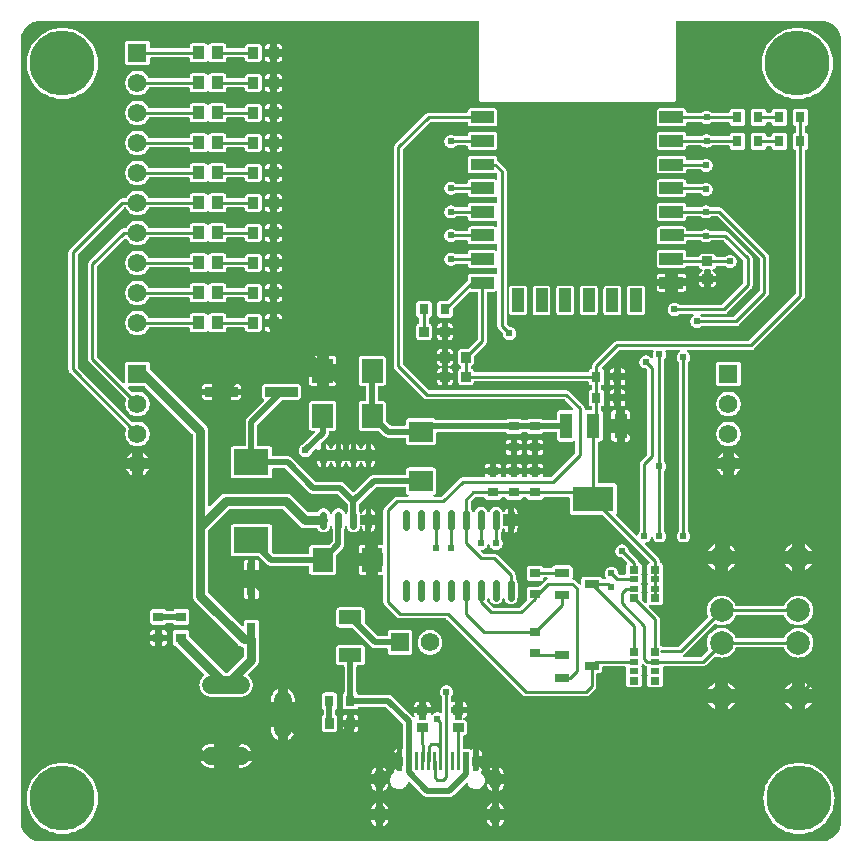
<source format=gtl>
G04 Layer: TopLayer*
G04 EasyEDA v6.4.19.4, 2021-06-08T16:32:54+08:00*
G04 a09ed18009a84ab5a87bbd9c58a990bc,2444bf6f38dc4a26b464d521983d9d6f,10*
G04 Gerber Generator version 0.2*
G04 Scale: 100 percent, Rotated: No, Reflected: No *
G04 Dimensions in millimeters *
G04 leading zeros omitted , absolute positions ,4 integer and 5 decimal *
%FSLAX45Y45*%
%MOMM*%

%ADD10C,0.2540*%
%ADD11C,0.5000*%
%ADD12C,0.8000*%
%ADD13C,0.6000*%
%ADD14C,0.6096*%
%ADD17R,0.8640X0.8065*%
%ADD18R,0.8000X0.9000*%
%ADD19R,0.8000X2.8000*%
%ADD20R,0.9000X0.8000*%
%ADD22R,1.8000X2.0000*%
%ADD23R,2.0000X1.8000*%
%ADD24R,1.9000X1.2000*%
%ADD25R,3.0000X2.2000*%
%ADD26R,0.8999X1.0000*%
%ADD27R,1.2500X0.7000*%
%ADD29R,0.8000X0.6500*%
%ADD30R,0.8000X0.5000*%
%ADD31R,2.0000X1.0000*%
%ADD32R,1.0000X2.0000*%
%ADD33R,1.0922X2.1590*%
%ADD34R,3.5052X2.1590*%
%ADD35R,1.5748X1.5748*%
%ADD36C,1.5748*%
%ADD37C,5.5000*%
%ADD38C,2.0000*%
%ADD39C,1.0000*%
%ADD40C,1.5000*%

%LPD*%
G36*
X-1526336Y-3806951D02*
G01*
X-1544777Y-3805986D01*
X-1561693Y-3803446D01*
X-1578254Y-3799230D01*
X-1594358Y-3793439D01*
X-1609801Y-3786073D01*
X-1624431Y-3777234D01*
X-1638147Y-3767023D01*
X-1650796Y-3755491D01*
X-1662226Y-3742791D01*
X-1672386Y-3729024D01*
X-1681124Y-3714343D01*
X-1688439Y-3698849D01*
X-1694129Y-3682695D01*
X-1698243Y-3666134D01*
X-1700682Y-3649167D01*
X-1701546Y-3631742D01*
X-1701546Y2966567D01*
X-1700580Y2984957D01*
X-1698040Y3001873D01*
X-1693824Y3018485D01*
X-1688033Y3034538D01*
X-1680667Y3049981D01*
X-1671828Y3064662D01*
X-1661617Y3078378D01*
X-1650085Y3090976D01*
X-1637385Y3102457D01*
X-1623618Y3112617D01*
X-1608937Y3121355D01*
X-1593443Y3128619D01*
X-1577340Y3134309D01*
X-1560728Y3138424D01*
X-1543812Y3140913D01*
X-1526336Y3141726D01*
X2172512Y3141726D01*
X2176424Y3140964D01*
X2179726Y3138779D01*
X2181910Y3135477D01*
X2182672Y3131566D01*
X2182672Y2477109D01*
X2183485Y2470658D01*
X2185568Y2465222D01*
X2189073Y2460142D01*
X2192070Y2457094D01*
X2195626Y2454503D01*
X2201113Y2452014D01*
X2208479Y2450846D01*
X3822090Y2450846D01*
X3828542Y2451608D01*
X3833977Y2453690D01*
X3839057Y2457196D01*
X3842105Y2460244D01*
X3844696Y2463800D01*
X3847185Y2469286D01*
X3848354Y2476652D01*
X3848354Y3131566D01*
X3849115Y3135477D01*
X3851351Y3138728D01*
X3854602Y3140964D01*
X3858514Y3141726D01*
X5072075Y3141726D01*
X5090414Y3140811D01*
X5107279Y3138271D01*
X5123891Y3134055D01*
X5139944Y3128213D01*
X5155387Y3120898D01*
X5170068Y3112058D01*
X5183733Y3101797D01*
X5196382Y3090316D01*
X5207863Y3077565D01*
X5217972Y3063798D01*
X5226761Y3049117D01*
X5234025Y3033623D01*
X5239715Y3017520D01*
X5243830Y3000908D01*
X5246319Y2983992D01*
X5247132Y2966567D01*
X5247132Y-3631742D01*
X5246217Y-3650183D01*
X5243626Y-3667099D01*
X5239461Y-3683660D01*
X5233619Y-3699764D01*
X5226304Y-3715207D01*
X5217464Y-3729837D01*
X5207203Y-3743553D01*
X5195671Y-3756202D01*
X5182971Y-3767632D01*
X5169204Y-3777792D01*
X5154523Y-3786530D01*
X5139029Y-3793794D01*
X5122926Y-3799535D01*
X5106314Y-3803650D01*
X5089398Y-3806088D01*
X5071973Y-3806951D01*
G37*

%LPC*%
G36*
X767384Y52120D02*
G01*
X805434Y52120D01*
X805434Y121462D01*
X741172Y121462D01*
X741172Y78384D01*
X741832Y72085D01*
X743762Y66700D01*
X746810Y61823D01*
X750874Y57759D01*
X755700Y54711D01*
X761136Y52832D01*
G37*
G36*
X4877409Y-3742080D02*
G01*
X4901590Y-3742080D01*
X4925720Y-3740150D01*
X4949647Y-3736289D01*
X4973167Y-3730498D01*
X4996129Y-3722827D01*
X5018379Y-3713327D01*
X5039817Y-3702050D01*
X5060289Y-3689146D01*
X5079644Y-3674567D01*
X5097780Y-3658514D01*
X5114544Y-3641090D01*
X5129834Y-3622294D01*
X5143601Y-3602380D01*
X5155692Y-3581400D01*
X5166106Y-3559556D01*
X5174691Y-3536899D01*
X5181396Y-3513632D01*
X5186273Y-3489909D01*
X5189169Y-3465880D01*
X5190134Y-3441700D01*
X5189169Y-3417519D01*
X5186273Y-3393490D01*
X5181396Y-3369767D01*
X5174691Y-3346500D01*
X5166106Y-3323844D01*
X5155692Y-3302000D01*
X5143601Y-3281019D01*
X5129834Y-3261106D01*
X5114544Y-3242360D01*
X5097780Y-3224885D01*
X5079644Y-3208832D01*
X5060289Y-3194253D01*
X5039817Y-3181350D01*
X5018379Y-3170072D01*
X4996129Y-3160572D01*
X4973167Y-3152902D01*
X4949647Y-3147110D01*
X4925720Y-3143250D01*
X4901590Y-3141319D01*
X4877409Y-3141319D01*
X4853279Y-3143250D01*
X4829352Y-3147110D01*
X4805832Y-3152902D01*
X4782870Y-3160572D01*
X4760620Y-3170072D01*
X4739182Y-3181350D01*
X4718710Y-3194253D01*
X4699355Y-3208832D01*
X4681220Y-3224885D01*
X4664456Y-3242360D01*
X4649165Y-3261106D01*
X4635398Y-3281019D01*
X4623308Y-3302000D01*
X4612894Y-3323844D01*
X4604308Y-3346500D01*
X4597603Y-3369767D01*
X4592726Y-3393490D01*
X4589830Y-3417519D01*
X4588865Y-3441700D01*
X4589830Y-3465880D01*
X4592726Y-3489909D01*
X4597603Y-3513632D01*
X4604308Y-3536899D01*
X4612894Y-3559556D01*
X4623308Y-3581400D01*
X4635398Y-3602380D01*
X4649165Y-3622294D01*
X4664456Y-3641090D01*
X4681220Y-3658514D01*
X4699355Y-3674567D01*
X4718710Y-3689146D01*
X4739182Y-3702050D01*
X4760620Y-3713327D01*
X4782870Y-3722827D01*
X4805832Y-3730498D01*
X4829352Y-3736289D01*
X4853279Y-3740150D01*
G37*
G36*
X2349652Y-3676396D02*
G01*
X2356104Y-3673297D01*
X2365451Y-3666947D01*
X2373731Y-3659225D01*
X2380792Y-3650386D01*
X2386431Y-3640632D01*
X2390546Y-3630117D01*
X2391918Y-3624173D01*
X2349652Y-3624173D01*
G37*
G36*
X1307947Y-3676396D02*
G01*
X1307947Y-3624173D01*
X1265682Y-3624173D01*
X1267053Y-3630117D01*
X1271168Y-3640632D01*
X1276807Y-3650386D01*
X1283868Y-3659225D01*
X1292148Y-3666947D01*
X1301496Y-3673297D01*
G37*
G36*
X1370634Y-3676396D02*
G01*
X1377086Y-3673297D01*
X1386433Y-3666947D01*
X1394714Y-3659225D01*
X1401775Y-3650386D01*
X1407414Y-3640632D01*
X1411579Y-3630117D01*
X1412900Y-3624173D01*
X1370634Y-3624173D01*
G37*
G36*
X2286965Y-3676396D02*
G01*
X2286965Y-3624173D01*
X2244699Y-3624173D01*
X2246020Y-3630117D01*
X2250186Y-3640632D01*
X2255824Y-3650386D01*
X2262886Y-3659225D01*
X2271166Y-3666947D01*
X2280513Y-3673297D01*
G37*
G36*
X2349652Y-3531463D02*
G01*
X2391918Y-3531463D01*
X2390546Y-3525520D01*
X2386431Y-3515004D01*
X2380792Y-3505200D01*
X2373731Y-3496360D01*
X2365451Y-3488690D01*
X2356104Y-3482289D01*
X2349652Y-3479190D01*
G37*
G36*
X1370634Y-3531463D02*
G01*
X1412900Y-3531463D01*
X1411579Y-3525520D01*
X1407414Y-3515004D01*
X1401775Y-3505200D01*
X1394714Y-3496360D01*
X1386433Y-3488690D01*
X1377086Y-3482289D01*
X1370634Y-3479190D01*
G37*
G36*
X1265682Y-3531463D02*
G01*
X1307947Y-3531463D01*
X1307947Y-3479190D01*
X1301496Y-3482289D01*
X1292148Y-3488690D01*
X1283868Y-3496360D01*
X1276807Y-3505200D01*
X1271168Y-3515004D01*
X1267053Y-3525520D01*
G37*
G36*
X2244699Y-3531463D02*
G01*
X2286965Y-3531463D01*
X2286965Y-3479190D01*
X2280513Y-3482289D01*
X2271166Y-3488690D01*
X2262886Y-3496360D01*
X2255824Y-3505200D01*
X2250186Y-3515004D01*
X2246020Y-3525520D01*
G37*
G36*
X1740103Y-3428847D02*
G01*
X1930196Y-3428847D01*
X1934819Y-3428644D01*
X1939188Y-3428085D01*
X1943506Y-3427120D01*
X1947722Y-3425799D01*
X1951786Y-3424123D01*
X1955698Y-3422040D01*
X1959457Y-3419703D01*
X1962962Y-3417011D01*
X1966366Y-3413861D01*
X2067204Y-3313023D01*
X2070354Y-3310890D01*
X2074113Y-3310077D01*
X2077923Y-3310686D01*
X2081174Y-3312668D01*
X2083511Y-3315715D01*
X2088794Y-3326434D01*
X2095500Y-3335934D01*
X2103526Y-3344265D01*
X2112721Y-3351276D01*
X2122881Y-3356813D01*
X2133803Y-3360724D01*
X2145131Y-3362909D01*
X2156714Y-3363366D01*
X2168194Y-3362045D01*
X2179370Y-3358997D01*
X2189937Y-3354222D01*
X2199640Y-3347923D01*
X2208326Y-3340252D01*
X2215692Y-3331311D01*
X2221585Y-3321354D01*
X2223922Y-3315563D01*
X2225548Y-3313226D01*
X2225649Y-3311651D01*
X2228545Y-3299307D01*
X2229459Y-3287826D01*
X2228545Y-3276244D01*
X2225903Y-3264966D01*
X2221585Y-3254248D01*
X2215692Y-3244291D01*
X2208326Y-3235350D01*
X2200351Y-3228238D01*
X2198116Y-3225444D01*
X2197049Y-3222091D01*
X2197150Y-3218535D01*
X2199335Y-3213912D01*
X2201214Y-3208477D01*
X2201926Y-3202228D01*
X2201926Y-3171647D01*
X2170125Y-3171647D01*
X2170125Y-3202381D01*
X2169261Y-3206546D01*
X2166721Y-3209950D01*
X2163064Y-3212084D01*
X2158796Y-3212490D01*
X2156714Y-3212236D01*
X2144522Y-3212795D01*
X2140102Y-3212642D01*
X2136140Y-3210661D01*
X2133396Y-3207156D01*
X2132431Y-3202838D01*
X2132431Y-3171393D01*
X2129282Y-3170123D01*
X2126691Y-3167837D01*
X2125014Y-3164890D01*
X2124456Y-3161487D01*
X2124456Y-3094126D01*
X2125014Y-3090722D01*
X2126691Y-3087725D01*
X2129282Y-3085490D01*
X2132431Y-3084169D01*
X2132431Y-3027172D01*
X2126843Y-3027172D01*
X2120595Y-3027832D01*
X2115921Y-3029508D01*
X2112518Y-3030067D01*
X2109165Y-3029508D01*
X2104491Y-3027832D01*
X2098243Y-3027172D01*
X2055114Y-3027172D01*
X2051202Y-3026359D01*
X2047951Y-3024174D01*
X2045716Y-3020872D01*
X2044954Y-3017012D01*
X2044954Y-2919476D01*
X2045614Y-2915818D01*
X2047544Y-2912668D01*
X2050440Y-2910433D01*
X2055469Y-2909214D01*
X2060905Y-2907284D01*
X2065731Y-2904236D01*
X2069795Y-2900222D01*
X2072843Y-2895346D01*
X2074773Y-2889961D01*
X2075434Y-2883662D01*
X2075434Y-2804160D01*
X2074773Y-2797911D01*
X2072843Y-2792476D01*
X2069795Y-2787650D01*
X2065731Y-2783586D01*
X2060905Y-2780538D01*
X2054402Y-2778252D01*
X2050897Y-2776169D01*
X2048459Y-2772816D01*
X2047595Y-2768803D01*
X2048408Y-2764739D01*
X2050745Y-2761335D01*
X2054250Y-2759151D01*
X2060803Y-2756712D01*
X2065731Y-2753614D01*
X2069795Y-2749550D01*
X2072843Y-2744724D01*
X2074773Y-2739288D01*
X2075434Y-2733040D01*
X2075434Y-2719781D01*
X2034539Y-2719781D01*
X2034539Y-2767787D01*
X2033778Y-2771698D01*
X2031593Y-2774950D01*
X2028291Y-2777185D01*
X2024380Y-2777947D01*
X1988820Y-2777947D01*
X1984908Y-2777185D01*
X1981606Y-2774950D01*
X1979422Y-2771698D01*
X1978660Y-2767787D01*
X1978660Y-2719781D01*
X1953514Y-2719781D01*
X1949602Y-2719019D01*
X1946351Y-2716834D01*
X1944116Y-2713532D01*
X1943354Y-2709621D01*
X1943354Y-2676906D01*
X1944116Y-2673045D01*
X1946351Y-2669743D01*
X1949602Y-2667558D01*
X1953514Y-2666746D01*
X1978660Y-2666746D01*
X1978660Y-2627274D01*
X1963978Y-2627274D01*
X1953056Y-2628849D01*
X1949297Y-2627934D01*
X1946148Y-2625750D01*
X1944065Y-2622499D01*
X1943354Y-2618689D01*
X1943354Y-2584907D01*
X1944116Y-2580995D01*
X1946351Y-2577693D01*
X1947976Y-2576068D01*
X1953564Y-2568041D01*
X1957730Y-2559202D01*
X1960219Y-2549753D01*
X1961083Y-2540000D01*
X1960219Y-2530246D01*
X1957730Y-2520797D01*
X1953564Y-2511958D01*
X1947976Y-2503932D01*
X1941068Y-2497023D01*
X1933041Y-2491435D01*
X1924202Y-2487269D01*
X1914753Y-2484780D01*
X1905000Y-2483916D01*
X1895246Y-2484780D01*
X1885797Y-2487269D01*
X1876958Y-2491435D01*
X1868932Y-2497023D01*
X1862023Y-2503932D01*
X1856435Y-2511958D01*
X1852269Y-2520797D01*
X1849780Y-2530246D01*
X1848916Y-2540000D01*
X1849780Y-2549753D01*
X1852269Y-2559202D01*
X1856435Y-2568041D01*
X1862023Y-2576068D01*
X1863648Y-2577693D01*
X1865884Y-2580995D01*
X1866646Y-2584907D01*
X1866646Y-2708656D01*
X1865833Y-2712618D01*
X1863547Y-2715971D01*
X1860143Y-2718104D01*
X1856130Y-2718816D01*
X1852168Y-2717850D01*
X1848002Y-2715869D01*
X1838553Y-2713380D01*
X1828800Y-2712516D01*
X1819046Y-2713380D01*
X1809597Y-2715869D01*
X1800758Y-2720035D01*
X1792732Y-2725623D01*
X1788007Y-2730347D01*
X1784705Y-2732582D01*
X1780793Y-2733344D01*
X1776933Y-2732582D01*
X1773631Y-2730347D01*
X1771446Y-2727096D01*
X1770634Y-2723184D01*
X1770634Y-2719781D01*
X1729739Y-2719781D01*
X1729739Y-2767787D01*
X1728978Y-2771698D01*
X1726793Y-2774950D01*
X1723491Y-2777185D01*
X1719580Y-2777947D01*
X1684020Y-2777947D01*
X1680108Y-2777185D01*
X1676806Y-2774950D01*
X1674622Y-2771698D01*
X1673860Y-2767787D01*
X1673860Y-2719781D01*
X1632966Y-2719781D01*
X1632966Y-2733040D01*
X1633626Y-2739288D01*
X1634693Y-2742234D01*
X1635251Y-2746095D01*
X1634286Y-2749854D01*
X1632051Y-2753004D01*
X1628749Y-2755087D01*
X1624939Y-2755747D01*
X1621129Y-2754934D01*
X1617929Y-2752750D01*
X1445666Y-2580538D01*
X1442262Y-2577388D01*
X1438757Y-2574696D01*
X1434998Y-2572359D01*
X1431086Y-2570276D01*
X1427022Y-2568600D01*
X1422806Y-2567279D01*
X1418488Y-2566314D01*
X1414119Y-2565755D01*
X1409496Y-2565552D01*
X1164285Y-2565552D01*
X1160932Y-2564993D01*
X1157935Y-2563317D01*
X1155700Y-2560777D01*
X1152194Y-2555240D01*
X1145082Y-2548585D01*
X1143406Y-2545588D01*
X1142847Y-2542235D01*
X1142847Y-2325928D01*
X1143609Y-2322017D01*
X1145844Y-2318715D01*
X1149146Y-2316530D01*
X1153007Y-2315768D01*
X1186637Y-2315768D01*
X1192885Y-2315057D01*
X1198321Y-2313178D01*
X1203147Y-2310130D01*
X1207211Y-2306066D01*
X1210259Y-2301189D01*
X1212138Y-2295804D01*
X1212850Y-2289505D01*
X1212850Y-2170684D01*
X1212138Y-2164384D01*
X1210259Y-2159000D01*
X1207211Y-2154123D01*
X1203147Y-2150110D01*
X1198321Y-2147062D01*
X1192885Y-2145131D01*
X1186637Y-2144471D01*
X997762Y-2144471D01*
X991514Y-2145131D01*
X986078Y-2147062D01*
X981252Y-2150110D01*
X977188Y-2154123D01*
X974140Y-2159000D01*
X972261Y-2164384D01*
X971550Y-2170684D01*
X971550Y-2289505D01*
X972261Y-2295804D01*
X974140Y-2301189D01*
X977188Y-2306066D01*
X981252Y-2310130D01*
X986078Y-2313178D01*
X991514Y-2315057D01*
X997762Y-2315768D01*
X1031392Y-2315768D01*
X1035253Y-2316530D01*
X1038555Y-2318715D01*
X1040790Y-2322017D01*
X1041552Y-2325928D01*
X1041552Y-2542235D01*
X1040993Y-2545588D01*
X1039317Y-2548585D01*
X1036218Y-2551176D01*
X1032154Y-2555240D01*
X1029106Y-2560116D01*
X1027226Y-2565501D01*
X1026515Y-2571750D01*
X1026515Y-2660650D01*
X1027226Y-2666898D01*
X1029106Y-2672283D01*
X1032154Y-2677160D01*
X1036218Y-2681224D01*
X1041095Y-2684272D01*
X1046480Y-2686151D01*
X1052779Y-2686862D01*
X1131620Y-2686862D01*
X1137869Y-2686151D01*
X1143304Y-2684272D01*
X1148130Y-2681224D01*
X1152194Y-2677160D01*
X1155700Y-2671622D01*
X1157935Y-2669082D01*
X1160932Y-2667406D01*
X1164285Y-2666847D01*
X1384503Y-2666847D01*
X1388414Y-2667609D01*
X1391716Y-2669844D01*
X1530197Y-2808325D01*
X1532382Y-2811627D01*
X1533144Y-2815488D01*
X1533144Y-3017012D01*
X1532585Y-3020364D01*
X1530908Y-3023362D01*
X1528318Y-3025648D01*
X1525168Y-3026918D01*
X1525168Y-3084169D01*
X1528318Y-3085490D01*
X1530908Y-3087725D01*
X1532585Y-3090722D01*
X1533144Y-3094126D01*
X1533144Y-3161487D01*
X1532585Y-3164890D01*
X1530908Y-3167888D01*
X1528318Y-3170123D01*
X1525168Y-3171444D01*
X1525168Y-3202940D01*
X1524254Y-3207105D01*
X1521764Y-3210560D01*
X1518056Y-3212642D01*
X1513840Y-3213049D01*
X1506728Y-3212236D01*
X1497990Y-3212592D01*
X1493977Y-3211931D01*
X1490573Y-3209747D01*
X1488236Y-3206394D01*
X1487424Y-3202432D01*
X1487424Y-3171647D01*
X1455623Y-3171647D01*
X1455623Y-3202228D01*
X1456334Y-3208477D01*
X1458214Y-3213912D01*
X1460550Y-3218891D01*
X1460550Y-3222599D01*
X1459230Y-3226104D01*
X1456740Y-3228898D01*
X1453489Y-3231337D01*
X1445463Y-3239668D01*
X1438808Y-3249168D01*
X1433677Y-3259531D01*
X1430172Y-3270554D01*
X1428394Y-3282035D01*
X1428394Y-3293567D01*
X1430172Y-3305048D01*
X1432052Y-3310940D01*
X1432458Y-3314293D01*
X1433322Y-3315360D01*
X1438808Y-3326434D01*
X1445463Y-3335934D01*
X1453489Y-3344265D01*
X1462684Y-3351276D01*
X1472895Y-3356813D01*
X1483766Y-3360724D01*
X1495145Y-3362909D01*
X1506728Y-3363366D01*
X1518208Y-3362045D01*
X1529384Y-3358997D01*
X1539951Y-3354222D01*
X1549654Y-3347923D01*
X1558290Y-3340252D01*
X1565656Y-3331311D01*
X1571599Y-3321354D01*
X1575917Y-3310636D01*
X1576425Y-3308350D01*
X1578254Y-3304438D01*
X1581556Y-3301695D01*
X1585671Y-3300526D01*
X1589938Y-3301136D01*
X1593545Y-3303473D01*
X1703933Y-3413861D01*
X1707337Y-3417011D01*
X1710842Y-3419703D01*
X1714601Y-3422040D01*
X1718513Y-3424123D01*
X1722577Y-3425799D01*
X1726793Y-3427120D01*
X1731111Y-3428085D01*
X1735480Y-3428644D01*
G37*
G36*
X2349652Y-3376422D02*
G01*
X2356104Y-3373272D01*
X2365451Y-3366922D01*
X2373731Y-3359251D01*
X2380792Y-3350412D01*
X2386431Y-3340608D01*
X2390546Y-3330092D01*
X2391918Y-3324148D01*
X2349652Y-3324148D01*
G37*
G36*
X2286965Y-3376422D02*
G01*
X2286965Y-3324148D01*
X2244699Y-3324148D01*
X2246020Y-3330092D01*
X2250186Y-3340608D01*
X2255824Y-3350412D01*
X2262886Y-3359251D01*
X2271166Y-3366922D01*
X2280513Y-3373272D01*
G37*
G36*
X1370634Y-3376422D02*
G01*
X1377086Y-3373272D01*
X1386433Y-3366922D01*
X1394714Y-3359251D01*
X1401775Y-3350412D01*
X1407414Y-3340608D01*
X1411579Y-3330092D01*
X1412900Y-3324148D01*
X1370634Y-3324148D01*
G37*
G36*
X1307947Y-3376422D02*
G01*
X1307947Y-3324148D01*
X1265682Y-3324148D01*
X1267053Y-3330092D01*
X1271168Y-3340608D01*
X1276807Y-3350412D01*
X1283868Y-3359251D01*
X1292148Y-3366922D01*
X1301496Y-3373272D01*
G37*
G36*
X469442Y2901543D02*
G01*
X511251Y2901543D01*
X511251Y2919628D01*
X510540Y2925876D01*
X508660Y2931312D01*
X505612Y2936138D01*
X501548Y2940202D01*
X496671Y2943250D01*
X491286Y2945130D01*
X485038Y2945841D01*
X469442Y2945841D01*
G37*
G36*
X369925Y2901543D02*
G01*
X411734Y2901543D01*
X411734Y2945841D01*
X396189Y2945841D01*
X389890Y2945130D01*
X384505Y2943250D01*
X379628Y2940202D01*
X375564Y2936138D01*
X372516Y2931312D01*
X370636Y2925876D01*
X369925Y2919628D01*
G37*
G36*
X2349652Y-3231438D02*
G01*
X2391918Y-3231438D01*
X2390546Y-3225495D01*
X2386431Y-3214979D01*
X2380792Y-3205175D01*
X2373731Y-3196386D01*
X2365451Y-3188665D01*
X2356104Y-3182315D01*
X2349652Y-3179216D01*
G37*
G36*
X1265682Y-3231438D02*
G01*
X1307947Y-3231438D01*
X1307947Y-3179216D01*
X1301496Y-3182315D01*
X1292148Y-3188665D01*
X1283868Y-3196386D01*
X1276807Y-3205175D01*
X1271168Y-3214979D01*
X1267053Y-3225495D01*
G37*
G36*
X1370634Y-3231438D02*
G01*
X1412900Y-3231438D01*
X1411579Y-3225495D01*
X1407414Y-3214979D01*
X1401775Y-3205175D01*
X1394714Y-3196386D01*
X1386433Y-3188665D01*
X1377086Y-3182315D01*
X1370634Y-3179216D01*
G37*
G36*
X2244699Y-3231438D02*
G01*
X2286965Y-3231438D01*
X2286965Y-3179216D01*
X2280513Y-3182315D01*
X2271166Y-3188665D01*
X2262886Y-3196386D01*
X2255824Y-3205175D01*
X2250186Y-3214979D01*
X2246020Y-3225495D01*
G37*
G36*
X469442Y2794558D02*
G01*
X485038Y2794558D01*
X491286Y2795270D01*
X496671Y2797149D01*
X501548Y2800197D01*
X505612Y2804261D01*
X508660Y2809087D01*
X510540Y2814523D01*
X511251Y2820771D01*
X511251Y2838856D01*
X469442Y2838856D01*
G37*
G36*
X396189Y2794558D02*
G01*
X411734Y2794558D01*
X411734Y2838856D01*
X369925Y2838856D01*
X369925Y2820771D01*
X370636Y2814523D01*
X372516Y2809087D01*
X375564Y2804261D01*
X379628Y2800197D01*
X384505Y2797149D01*
X389890Y2795270D01*
G37*
G36*
X-789381Y2765806D02*
G01*
X-633018Y2765806D01*
X-626770Y2766517D01*
X-621334Y2768396D01*
X-616508Y2771444D01*
X-612444Y2775508D01*
X-609396Y2780334D01*
X-607517Y2785770D01*
X-606806Y2792018D01*
X-606806Y2821686D01*
X-606044Y2825597D01*
X-603808Y2828848D01*
X-600557Y2831084D01*
X-596646Y2831846D01*
X-280111Y2831846D01*
X-276199Y2831084D01*
X-272897Y2828848D01*
X-270713Y2825597D01*
X-269951Y2821686D01*
X-269951Y2815793D01*
X-269240Y2809494D01*
X-267360Y2804109D01*
X-264312Y2799232D01*
X-260248Y2795168D01*
X-255371Y2792120D01*
X-249986Y2790240D01*
X-243738Y2789529D01*
X-144881Y2789529D01*
X-138582Y2790240D01*
X-133197Y2792120D01*
X-128320Y2795168D01*
X-124307Y2799232D01*
X-122885Y2801467D01*
X-120091Y2804414D01*
X-116332Y2805988D01*
X-112268Y2805988D01*
X-108508Y2804414D01*
X-105714Y2801467D01*
X-104292Y2799232D01*
X-100279Y2795168D01*
X-95402Y2792120D01*
X-90017Y2790240D01*
X-83718Y2789529D01*
X15138Y2789529D01*
X21386Y2790240D01*
X26822Y2792120D01*
X31648Y2795168D01*
X35712Y2799232D01*
X38760Y2804109D01*
X40640Y2809494D01*
X41351Y2815793D01*
X41351Y2821686D01*
X42113Y2825597D01*
X44348Y2828848D01*
X47599Y2831084D01*
X51511Y2831846D01*
X189788Y2831846D01*
X193649Y2831084D01*
X196951Y2828848D01*
X199186Y2825597D01*
X200660Y2814523D01*
X202539Y2809087D01*
X205587Y2804261D01*
X209651Y2800197D01*
X214477Y2797149D01*
X219913Y2795270D01*
X226161Y2794558D01*
X315010Y2794558D01*
X321259Y2795270D01*
X326694Y2797149D01*
X331520Y2800197D01*
X335584Y2804261D01*
X338632Y2809087D01*
X340512Y2814523D01*
X341223Y2820771D01*
X341223Y2919628D01*
X340512Y2925876D01*
X338632Y2931312D01*
X335584Y2936138D01*
X331520Y2940202D01*
X326694Y2943250D01*
X321259Y2945130D01*
X315010Y2945841D01*
X226161Y2945841D01*
X219913Y2945130D01*
X214477Y2943250D01*
X209651Y2940202D01*
X205587Y2936138D01*
X202539Y2931312D01*
X200660Y2925876D01*
X199948Y2918714D01*
X199186Y2914802D01*
X196951Y2911551D01*
X193649Y2909316D01*
X189788Y2908554D01*
X51511Y2908554D01*
X47599Y2909316D01*
X44348Y2911551D01*
X42113Y2914802D01*
X41351Y2918714D01*
X41351Y2924606D01*
X40640Y2930906D01*
X38760Y2936290D01*
X35712Y2941167D01*
X31648Y2945231D01*
X26822Y2948279D01*
X21386Y2950159D01*
X15138Y2950870D01*
X-83718Y2950870D01*
X-90017Y2950159D01*
X-95402Y2948279D01*
X-100279Y2945231D01*
X-104292Y2941167D01*
X-105714Y2938932D01*
X-108508Y2935986D01*
X-112268Y2934411D01*
X-116332Y2934411D01*
X-120091Y2935986D01*
X-122885Y2938932D01*
X-124307Y2941167D01*
X-128320Y2945231D01*
X-133197Y2948279D01*
X-138582Y2950159D01*
X-144881Y2950870D01*
X-243738Y2950870D01*
X-249986Y2950159D01*
X-255371Y2948279D01*
X-260248Y2945231D01*
X-264312Y2941167D01*
X-267360Y2936290D01*
X-269240Y2930906D01*
X-269951Y2924606D01*
X-269951Y2918714D01*
X-270713Y2914802D01*
X-272897Y2911551D01*
X-276199Y2909316D01*
X-280111Y2908554D01*
X-596646Y2908554D01*
X-600557Y2909316D01*
X-603808Y2911551D01*
X-606044Y2914802D01*
X-606806Y2918714D01*
X-606806Y2948381D01*
X-607517Y2954629D01*
X-609396Y2960065D01*
X-612444Y2964891D01*
X-616508Y2968955D01*
X-621334Y2972003D01*
X-626770Y2973882D01*
X-633018Y2974594D01*
X-789381Y2974594D01*
X-795629Y2973882D01*
X-801065Y2972003D01*
X-805891Y2968955D01*
X-809955Y2964891D01*
X-813003Y2960065D01*
X-814882Y2954629D01*
X-815594Y2948381D01*
X-815594Y2792018D01*
X-814882Y2785770D01*
X-813003Y2780334D01*
X-809955Y2775508D01*
X-805891Y2771444D01*
X-801065Y2768396D01*
X-795629Y2766517D01*
G37*
G36*
X469442Y2647543D02*
G01*
X511251Y2647543D01*
X511251Y2665628D01*
X510540Y2671876D01*
X508660Y2677312D01*
X505612Y2682138D01*
X501548Y2686202D01*
X496671Y2689250D01*
X491286Y2691130D01*
X485038Y2691841D01*
X469442Y2691841D01*
G37*
G36*
X-85242Y-3181959D02*
G01*
X-66954Y-3181959D01*
X-66954Y-3125165D01*
X-175920Y-3125165D01*
X-172770Y-3131616D01*
X-165455Y-3142538D01*
X-156768Y-3152444D01*
X-146862Y-3161131D01*
X-135890Y-3168446D01*
X-124104Y-3174288D01*
X-111658Y-3178505D01*
X-98755Y-3181096D01*
G37*
G36*
X145745Y-3181959D02*
G01*
X164084Y-3181959D01*
X177546Y-3181096D01*
X190449Y-3178505D01*
X202895Y-3174288D01*
X214731Y-3168446D01*
X225653Y-3161131D01*
X235559Y-3152444D01*
X244246Y-3142538D01*
X251561Y-3131616D01*
X254762Y-3125165D01*
X145745Y-3125165D01*
G37*
G36*
X1455623Y-3083966D02*
G01*
X1487424Y-3083966D01*
X1487424Y-3027172D01*
X1481886Y-3027172D01*
X1475587Y-3027832D01*
X1470202Y-3029762D01*
X1465326Y-3032810D01*
X1461262Y-3036824D01*
X1458214Y-3041700D01*
X1456334Y-3047085D01*
X1455623Y-3053384D01*
G37*
G36*
X2170125Y-3083966D02*
G01*
X2201926Y-3083966D01*
X2201926Y-3053384D01*
X2201214Y-3047085D01*
X2199335Y-3041700D01*
X2196287Y-3036824D01*
X2192223Y-3032810D01*
X2187397Y-3029762D01*
X2181961Y-3027832D01*
X2175713Y-3027172D01*
X2170125Y-3027172D01*
G37*
G36*
X-175920Y-3037433D02*
G01*
X-66954Y-3037433D01*
X-66954Y-2980639D01*
X-85242Y-2980639D01*
X-98755Y-2981553D01*
X-111658Y-2984093D01*
X-124104Y-2988310D01*
X-135890Y-2994152D01*
X-146862Y-3001467D01*
X-156768Y-3010154D01*
X-165455Y-3020060D01*
X-172770Y-3030982D01*
G37*
G36*
X145745Y-3037433D02*
G01*
X254762Y-3037433D01*
X251561Y-3030982D01*
X244246Y-3020060D01*
X235559Y-3010154D01*
X225653Y-3001467D01*
X214731Y-2994152D01*
X202895Y-2988310D01*
X190449Y-2984093D01*
X177546Y-2981553D01*
X164084Y-2980639D01*
X145745Y-2980639D01*
G37*
G36*
X369925Y2647543D02*
G01*
X411734Y2647543D01*
X411734Y2691841D01*
X396189Y2691841D01*
X389890Y2691130D01*
X384505Y2689250D01*
X379628Y2686202D01*
X375564Y2682138D01*
X372516Y2677312D01*
X370636Y2671876D01*
X369925Y2665628D01*
G37*
G36*
X563270Y-2946654D02*
G01*
X569722Y-2943453D01*
X580644Y-2936138D01*
X590550Y-2927451D01*
X599236Y-2917545D01*
X606552Y-2906623D01*
X612394Y-2894787D01*
X616610Y-2882341D01*
X619150Y-2869438D01*
X620064Y-2855976D01*
X620064Y-2837637D01*
X563270Y-2837637D01*
G37*
G36*
X475538Y-2946654D02*
G01*
X475538Y-2837637D01*
X418744Y-2837637D01*
X418744Y-2855976D01*
X419608Y-2869438D01*
X422198Y-2882341D01*
X426415Y-2894787D01*
X432257Y-2906623D01*
X439572Y-2917545D01*
X448259Y-2927451D01*
X458114Y-2936138D01*
X469087Y-2943453D01*
G37*
G36*
X1052779Y-2877362D02*
G01*
X1065834Y-2877362D01*
X1065834Y-2835554D01*
X1026515Y-2835554D01*
X1026515Y-2851150D01*
X1027226Y-2857398D01*
X1029157Y-2862783D01*
X1032205Y-2867660D01*
X1036218Y-2871724D01*
X1041095Y-2874772D01*
X1046480Y-2876651D01*
G37*
G36*
X1118514Y-2877362D02*
G01*
X1131620Y-2877362D01*
X1137869Y-2876651D01*
X1143304Y-2874772D01*
X1148130Y-2871724D01*
X1152194Y-2867660D01*
X1155242Y-2862783D01*
X1157122Y-2857398D01*
X1157833Y-2851150D01*
X1157833Y-2835554D01*
X1118514Y-2835554D01*
G37*
G36*
X874979Y-2877362D02*
G01*
X953820Y-2877362D01*
X960119Y-2876651D01*
X965504Y-2874772D01*
X970381Y-2871724D01*
X974394Y-2867660D01*
X977493Y-2862783D01*
X979373Y-2857398D01*
X980084Y-2851150D01*
X980084Y-2762250D01*
X979373Y-2756001D01*
X977493Y-2750616D01*
X974394Y-2745740D01*
X967282Y-2739085D01*
X965606Y-2736088D01*
X965047Y-2732735D01*
X965047Y-2690164D01*
X965606Y-2686812D01*
X967282Y-2683814D01*
X970381Y-2681224D01*
X974394Y-2677160D01*
X977442Y-2672283D01*
X979373Y-2666898D01*
X980084Y-2660650D01*
X980084Y-2571750D01*
X979373Y-2565501D01*
X977442Y-2560116D01*
X974394Y-2555240D01*
X970381Y-2551176D01*
X965504Y-2548128D01*
X960119Y-2546248D01*
X953820Y-2545537D01*
X874979Y-2545537D01*
X868730Y-2546248D01*
X863295Y-2548128D01*
X858469Y-2551176D01*
X854405Y-2555240D01*
X851357Y-2560116D01*
X849477Y-2565501D01*
X848766Y-2571750D01*
X848766Y-2660650D01*
X849477Y-2666898D01*
X851357Y-2672283D01*
X854405Y-2677160D01*
X861517Y-2683814D01*
X863193Y-2686812D01*
X863752Y-2690164D01*
X863752Y-2732735D01*
X863193Y-2736088D01*
X861517Y-2739085D01*
X858469Y-2741676D01*
X854405Y-2745740D01*
X851357Y-2750616D01*
X849477Y-2756001D01*
X848766Y-2762250D01*
X848766Y-2851150D01*
X849477Y-2857398D01*
X851357Y-2862783D01*
X854405Y-2867660D01*
X858469Y-2871724D01*
X863295Y-2874772D01*
X868730Y-2876651D01*
G37*
G36*
X469442Y2540558D02*
G01*
X485038Y2540558D01*
X491286Y2541270D01*
X496671Y2543149D01*
X501548Y2546197D01*
X505612Y2550261D01*
X508660Y2555087D01*
X510540Y2560523D01*
X511251Y2566771D01*
X511251Y2584856D01*
X469442Y2584856D01*
G37*
G36*
X396189Y2540558D02*
G01*
X411734Y2540558D01*
X411734Y2584856D01*
X369925Y2584856D01*
X369925Y2566771D01*
X370636Y2560523D01*
X372516Y2555087D01*
X375564Y2550261D01*
X379628Y2546197D01*
X384505Y2543149D01*
X389890Y2541270D01*
G37*
G36*
X1026515Y-2777845D02*
G01*
X1065834Y-2777845D01*
X1065834Y-2736037D01*
X1052779Y-2736037D01*
X1046480Y-2736748D01*
X1041095Y-2738628D01*
X1036218Y-2741676D01*
X1032205Y-2745740D01*
X1029157Y-2750616D01*
X1027226Y-2756001D01*
X1026515Y-2762250D01*
G37*
G36*
X1118514Y-2777845D02*
G01*
X1157833Y-2777845D01*
X1157833Y-2762250D01*
X1157122Y-2756001D01*
X1155242Y-2750616D01*
X1152194Y-2745740D01*
X1148130Y-2741676D01*
X1143304Y-2738628D01*
X1137869Y-2736748D01*
X1131620Y-2736037D01*
X1118514Y-2736037D01*
G37*
G36*
X-711200Y2511806D02*
G01*
X-697585Y2512720D01*
X-684174Y2515362D01*
X-671271Y2519781D01*
X-659028Y2525826D01*
X-647649Y2533396D01*
X-637387Y2542387D01*
X-628396Y2552649D01*
X-620826Y2564028D01*
X-616762Y2572156D01*
X-614527Y2575153D01*
X-611378Y2577134D01*
X-607669Y2577846D01*
X-280111Y2577846D01*
X-276199Y2577084D01*
X-272897Y2574848D01*
X-270713Y2571597D01*
X-269951Y2567686D01*
X-269951Y2561793D01*
X-269240Y2555494D01*
X-267360Y2550109D01*
X-264312Y2545232D01*
X-260248Y2541168D01*
X-255371Y2538120D01*
X-249986Y2536240D01*
X-243738Y2535529D01*
X-144881Y2535529D01*
X-138582Y2536240D01*
X-133197Y2538120D01*
X-128320Y2541168D01*
X-124307Y2545232D01*
X-122885Y2547467D01*
X-120091Y2550414D01*
X-116332Y2551988D01*
X-112268Y2551988D01*
X-108508Y2550414D01*
X-105714Y2547467D01*
X-104292Y2545232D01*
X-100279Y2541168D01*
X-95402Y2538120D01*
X-90017Y2536240D01*
X-83718Y2535529D01*
X15138Y2535529D01*
X21386Y2536240D01*
X26822Y2538120D01*
X31648Y2541168D01*
X35712Y2545232D01*
X38760Y2550109D01*
X40640Y2555494D01*
X41351Y2561793D01*
X41351Y2567686D01*
X42113Y2571597D01*
X44348Y2574848D01*
X47599Y2577084D01*
X51511Y2577846D01*
X189788Y2577846D01*
X193649Y2577084D01*
X196951Y2574848D01*
X199186Y2571597D01*
X200660Y2560523D01*
X202539Y2555087D01*
X205587Y2550261D01*
X209651Y2546197D01*
X214477Y2543149D01*
X219913Y2541270D01*
X226161Y2540558D01*
X315010Y2540558D01*
X321259Y2541270D01*
X326694Y2543149D01*
X331520Y2546197D01*
X335584Y2550261D01*
X338632Y2555087D01*
X340512Y2560523D01*
X341223Y2566771D01*
X341223Y2665628D01*
X340512Y2671876D01*
X338632Y2677312D01*
X335584Y2682138D01*
X331520Y2686202D01*
X326694Y2689250D01*
X321259Y2691130D01*
X315010Y2691841D01*
X226161Y2691841D01*
X219913Y2691130D01*
X214477Y2689250D01*
X209651Y2686202D01*
X205587Y2682138D01*
X202539Y2677312D01*
X200660Y2671876D01*
X199948Y2664714D01*
X199186Y2660802D01*
X196951Y2657551D01*
X193649Y2655316D01*
X189788Y2654554D01*
X51511Y2654554D01*
X47599Y2655316D01*
X44348Y2657551D01*
X42113Y2660802D01*
X41351Y2664714D01*
X41351Y2670606D01*
X40640Y2676906D01*
X38760Y2682290D01*
X35712Y2687167D01*
X31648Y2691231D01*
X26822Y2694279D01*
X21386Y2696159D01*
X15138Y2696870D01*
X-83718Y2696870D01*
X-90017Y2696159D01*
X-95402Y2694279D01*
X-100279Y2691231D01*
X-104292Y2687167D01*
X-105714Y2684932D01*
X-108508Y2681986D01*
X-112268Y2680411D01*
X-116332Y2680411D01*
X-120091Y2681986D01*
X-122885Y2684932D01*
X-124307Y2687167D01*
X-128320Y2691231D01*
X-133197Y2694279D01*
X-138582Y2696159D01*
X-144881Y2696870D01*
X-243738Y2696870D01*
X-249986Y2696159D01*
X-255371Y2694279D01*
X-260248Y2691231D01*
X-264312Y2687167D01*
X-267360Y2682290D01*
X-269240Y2676906D01*
X-269951Y2670606D01*
X-269951Y2664714D01*
X-270713Y2660802D01*
X-272897Y2657551D01*
X-276199Y2655316D01*
X-280111Y2654554D01*
X-607669Y2654554D01*
X-611378Y2655265D01*
X-614527Y2657246D01*
X-616762Y2660243D01*
X-620826Y2668371D01*
X-628396Y2679750D01*
X-637387Y2690012D01*
X-647649Y2699004D01*
X-659028Y2706573D01*
X-671271Y2712618D01*
X-684174Y2717038D01*
X-697585Y2719679D01*
X-711200Y2720594D01*
X-724814Y2719679D01*
X-738225Y2717038D01*
X-751128Y2712618D01*
X-763371Y2706573D01*
X-774750Y2699004D01*
X-785012Y2690012D01*
X-794004Y2679750D01*
X-801573Y2668371D01*
X-807618Y2656128D01*
X-812038Y2643225D01*
X-814679Y2629814D01*
X-815594Y2616200D01*
X-814679Y2602585D01*
X-812038Y2589174D01*
X-807618Y2576271D01*
X-801573Y2564028D01*
X-794004Y2552649D01*
X-785012Y2542387D01*
X-774750Y2533396D01*
X-763371Y2525826D01*
X-751128Y2519781D01*
X-738225Y2515362D01*
X-724814Y2512720D01*
G37*
G36*
X4864709Y2480919D02*
G01*
X4888890Y2480919D01*
X4913020Y2482850D01*
X4936947Y2486710D01*
X4960467Y2492502D01*
X4983429Y2500172D01*
X5005679Y2509672D01*
X5027117Y2520950D01*
X5047589Y2533853D01*
X5066944Y2548432D01*
X5085080Y2564485D01*
X5101844Y2581910D01*
X5117134Y2600706D01*
X5130901Y2620619D01*
X5142992Y2641600D01*
X5153406Y2663444D01*
X5161991Y2686100D01*
X5168696Y2709367D01*
X5173573Y2733090D01*
X5176469Y2757119D01*
X5177434Y2781300D01*
X5176469Y2805480D01*
X5173573Y2829509D01*
X5168696Y2853232D01*
X5161991Y2876499D01*
X5153406Y2899156D01*
X5142992Y2921000D01*
X5130901Y2941980D01*
X5117134Y2961894D01*
X5101844Y2980639D01*
X5085080Y2998114D01*
X5066944Y3014167D01*
X5047589Y3028746D01*
X5027117Y3041650D01*
X5005679Y3052927D01*
X4983429Y3062427D01*
X4960467Y3070098D01*
X4936947Y3075889D01*
X4913020Y3079750D01*
X4888890Y3081680D01*
X4864709Y3081680D01*
X4840579Y3079750D01*
X4816652Y3075889D01*
X4793132Y3070098D01*
X4770170Y3062427D01*
X4747920Y3052927D01*
X4726482Y3041650D01*
X4706010Y3028746D01*
X4686655Y3014167D01*
X4668520Y2998114D01*
X4651756Y2980639D01*
X4636465Y2961894D01*
X4622698Y2941980D01*
X4610608Y2921000D01*
X4600194Y2899156D01*
X4591608Y2876499D01*
X4584903Y2853232D01*
X4580026Y2829509D01*
X4577130Y2805480D01*
X4576165Y2781300D01*
X4577130Y2757119D01*
X4580026Y2733090D01*
X4584903Y2709367D01*
X4591608Y2686100D01*
X4600194Y2663444D01*
X4610608Y2641600D01*
X4622698Y2620619D01*
X4636465Y2600706D01*
X4651756Y2581910D01*
X4668520Y2564485D01*
X4686655Y2548432D01*
X4706010Y2533853D01*
X4726482Y2520950D01*
X4747920Y2509672D01*
X4770170Y2500172D01*
X4793132Y2492502D01*
X4816652Y2486710D01*
X4840579Y2482850D01*
G37*
G36*
X-1358290Y2480919D02*
G01*
X-1334109Y2480919D01*
X-1309979Y2482850D01*
X-1286052Y2486710D01*
X-1262532Y2492502D01*
X-1239570Y2500172D01*
X-1217320Y2509672D01*
X-1195882Y2520950D01*
X-1175410Y2533853D01*
X-1156055Y2548432D01*
X-1137920Y2564485D01*
X-1121156Y2581910D01*
X-1105865Y2600706D01*
X-1092098Y2620619D01*
X-1080008Y2641600D01*
X-1069594Y2663444D01*
X-1061008Y2686100D01*
X-1054303Y2709367D01*
X-1049426Y2733090D01*
X-1046530Y2757119D01*
X-1045565Y2781300D01*
X-1046530Y2805480D01*
X-1049426Y2829509D01*
X-1054303Y2853232D01*
X-1061008Y2876499D01*
X-1069594Y2899156D01*
X-1080008Y2921000D01*
X-1092098Y2941980D01*
X-1105865Y2961894D01*
X-1121156Y2980639D01*
X-1137920Y2998114D01*
X-1156055Y3014167D01*
X-1175410Y3028746D01*
X-1195882Y3041650D01*
X-1217320Y3052927D01*
X-1239570Y3062427D01*
X-1262532Y3070098D01*
X-1286052Y3075889D01*
X-1309979Y3079750D01*
X-1334109Y3081680D01*
X-1358290Y3081680D01*
X-1382420Y3079750D01*
X-1406347Y3075889D01*
X-1429867Y3070098D01*
X-1452829Y3062427D01*
X-1475079Y3052927D01*
X-1496517Y3041650D01*
X-1516989Y3028746D01*
X-1536344Y3014167D01*
X-1554480Y2998114D01*
X-1571244Y2980639D01*
X-1586534Y2961894D01*
X-1600301Y2941980D01*
X-1612392Y2921000D01*
X-1622806Y2899156D01*
X-1631391Y2876499D01*
X-1638096Y2853232D01*
X-1642973Y2829509D01*
X-1645869Y2805480D01*
X-1646834Y2781300D01*
X-1645869Y2757119D01*
X-1642973Y2733090D01*
X-1638096Y2709367D01*
X-1631391Y2686100D01*
X-1622806Y2663444D01*
X-1612392Y2641600D01*
X-1600301Y2620619D01*
X-1586534Y2600706D01*
X-1571244Y2581910D01*
X-1554480Y2564485D01*
X-1536344Y2548432D01*
X-1516989Y2533853D01*
X-1496517Y2520950D01*
X-1475079Y2509672D01*
X-1452829Y2500172D01*
X-1429867Y2492502D01*
X-1406347Y2486710D01*
X-1382420Y2482850D01*
G37*
G36*
X469442Y2393543D02*
G01*
X511251Y2393543D01*
X511251Y2411628D01*
X510540Y2417876D01*
X508660Y2423312D01*
X505612Y2428138D01*
X501548Y2432202D01*
X496671Y2435250D01*
X491286Y2437130D01*
X485038Y2437841D01*
X469442Y2437841D01*
G37*
G36*
X4290669Y-2686659D02*
G01*
X4292701Y-2685745D01*
X4305655Y-2677871D01*
X4317593Y-2668524D01*
X4328363Y-2657805D01*
X4337710Y-2645867D01*
X4345533Y-2632862D01*
X4346448Y-2630830D01*
X4290669Y-2630830D01*
G37*
G36*
X4940655Y-2686659D02*
G01*
X4942687Y-2685745D01*
X4955641Y-2677871D01*
X4967579Y-2668524D01*
X4978349Y-2657805D01*
X4987696Y-2645867D01*
X4995519Y-2632862D01*
X4996434Y-2630830D01*
X4940655Y-2630830D01*
G37*
G36*
X4177944Y-2686659D02*
G01*
X4177944Y-2630830D01*
X4122165Y-2630830D01*
X4123080Y-2632862D01*
X4130903Y-2645867D01*
X4140250Y-2657805D01*
X4151020Y-2668524D01*
X4162958Y-2677871D01*
X4175912Y-2685745D01*
G37*
G36*
X4827930Y-2686659D02*
G01*
X4827930Y-2630830D01*
X4772152Y-2630830D01*
X4773066Y-2632862D01*
X4780889Y-2645867D01*
X4790236Y-2657805D01*
X4801006Y-2668524D01*
X4812944Y-2677871D01*
X4825898Y-2685745D01*
G37*
G36*
X1632966Y-2666746D02*
G01*
X1673860Y-2666746D01*
X1673860Y-2627274D01*
X1659178Y-2627274D01*
X1652930Y-2627985D01*
X1647494Y-2629916D01*
X1642668Y-2632964D01*
X1638604Y-2636977D01*
X1635556Y-2641854D01*
X1633626Y-2647238D01*
X1632966Y-2653538D01*
G37*
G36*
X1729739Y-2666746D02*
G01*
X1770634Y-2666746D01*
X1770634Y-2653538D01*
X1769973Y-2647238D01*
X1768043Y-2641854D01*
X1764995Y-2636977D01*
X1760931Y-2632964D01*
X1756105Y-2629916D01*
X1750669Y-2627985D01*
X1744421Y-2627274D01*
X1729739Y-2627274D01*
G37*
G36*
X2034539Y-2666746D02*
G01*
X2075434Y-2666746D01*
X2075434Y-2653538D01*
X2074773Y-2647238D01*
X2072843Y-2641854D01*
X2069795Y-2636977D01*
X2065731Y-2632964D01*
X2060905Y-2629916D01*
X2055469Y-2627985D01*
X2049221Y-2627274D01*
X2034539Y-2627274D01*
G37*
G36*
X369925Y2393543D02*
G01*
X411734Y2393543D01*
X411734Y2437841D01*
X396189Y2437841D01*
X389890Y2437130D01*
X384505Y2435250D01*
X379628Y2432202D01*
X375564Y2428138D01*
X372516Y2423312D01*
X370636Y2417876D01*
X369925Y2411628D01*
G37*
G36*
X418744Y-2624937D02*
G01*
X475538Y-2624937D01*
X475538Y-2515971D01*
X469087Y-2519172D01*
X458114Y-2526487D01*
X448259Y-2535123D01*
X439572Y-2545029D01*
X432257Y-2556002D01*
X426415Y-2567787D01*
X422198Y-2580233D01*
X419608Y-2593187D01*
X418744Y-2606649D01*
G37*
G36*
X563270Y-2624937D02*
G01*
X620064Y-2624937D01*
X620064Y-2606649D01*
X619150Y-2593187D01*
X616610Y-2580233D01*
X612394Y-2567787D01*
X606552Y-2556002D01*
X599236Y-2545029D01*
X590550Y-2535123D01*
X580644Y-2526487D01*
X569722Y-2519172D01*
X563270Y-2515971D01*
G37*
G36*
X-85242Y-2581960D02*
G01*
X164084Y-2581960D01*
X177546Y-2581097D01*
X190449Y-2578506D01*
X202895Y-2574290D01*
X214731Y-2568448D01*
X225653Y-2561132D01*
X235559Y-2552446D01*
X244246Y-2542540D01*
X251561Y-2531618D01*
X257352Y-2519832D01*
X261620Y-2507335D01*
X264160Y-2494432D01*
X265023Y-2481326D01*
X264160Y-2468168D01*
X261620Y-2455265D01*
X257352Y-2442768D01*
X251561Y-2430983D01*
X244246Y-2420061D01*
X235559Y-2410155D01*
X226567Y-2402281D01*
X224078Y-2398979D01*
X223113Y-2394966D01*
X223824Y-2390902D01*
X226110Y-2387447D01*
X300126Y-2313381D01*
X307086Y-2305253D01*
X312470Y-2296464D01*
X316433Y-2286965D01*
X318820Y-2276957D01*
X319633Y-2266289D01*
X319633Y-1956054D01*
X318973Y-1949805D01*
X317042Y-1944420D01*
X313994Y-1939543D01*
X309930Y-1935480D01*
X305104Y-1932432D01*
X299669Y-1930552D01*
X293420Y-1929841D01*
X214579Y-1929841D01*
X208330Y-1930552D01*
X202895Y-1932432D01*
X198069Y-1935480D01*
X194005Y-1939543D01*
X190957Y-1944420D01*
X189026Y-1949805D01*
X188366Y-1956054D01*
X188366Y-1975967D01*
X187553Y-1979879D01*
X185369Y-1983130D01*
X182067Y-1985365D01*
X178206Y-1986127D01*
X174294Y-1985365D01*
X170992Y-1983130D01*
X-109169Y-1702968D01*
X-111353Y-1699666D01*
X-112166Y-1695805D01*
X-112166Y-1174394D01*
X-111353Y-1170533D01*
X-109169Y-1167231D01*
X62331Y-995730D01*
X65633Y-993546D01*
X69494Y-992733D01*
X514705Y-992733D01*
X518566Y-993546D01*
X521868Y-995730D01*
X659079Y-1132941D01*
X667207Y-1139901D01*
X675995Y-1145235D01*
X685495Y-1149197D01*
X695502Y-1151585D01*
X706170Y-1152448D01*
X805180Y-1152448D01*
X808888Y-1153160D01*
X812139Y-1155192D01*
X814374Y-1158290D01*
X815441Y-1160627D01*
X820978Y-1168552D01*
X827836Y-1175410D01*
X835812Y-1180947D01*
X844600Y-1185062D01*
X853948Y-1187551D01*
X863600Y-1188415D01*
X873252Y-1187551D01*
X882599Y-1185062D01*
X891387Y-1180947D01*
X899363Y-1175410D01*
X906221Y-1168552D01*
X911758Y-1160627D01*
X915873Y-1151839D01*
X917295Y-1146505D01*
X919327Y-1142593D01*
X922782Y-1139901D01*
X927100Y-1138986D01*
X931418Y-1139901D01*
X934872Y-1142593D01*
X936904Y-1146505D01*
X938326Y-1151839D01*
X938987Y-1153210D01*
X939952Y-1157528D01*
X939952Y-1263396D01*
X939190Y-1267307D01*
X936955Y-1270609D01*
X913790Y-1293774D01*
X910488Y-1295958D01*
X906627Y-1296771D01*
X767384Y-1296771D01*
X761085Y-1297432D01*
X755700Y-1299362D01*
X750824Y-1302410D01*
X746810Y-1306423D01*
X743762Y-1311300D01*
X741832Y-1316685D01*
X741172Y-1322984D01*
X741172Y-1361592D01*
X740359Y-1365453D01*
X738174Y-1368755D01*
X734872Y-1370990D01*
X731012Y-1371752D01*
X444500Y-1371752D01*
X440588Y-1370990D01*
X437286Y-1368755D01*
X432612Y-1364081D01*
X430428Y-1360779D01*
X429666Y-1356918D01*
X429666Y-1147673D01*
X428955Y-1141425D01*
X427075Y-1135989D01*
X424027Y-1131163D01*
X419963Y-1127099D01*
X415086Y-1124051D01*
X409701Y-1122121D01*
X403453Y-1121460D01*
X104546Y-1121460D01*
X98298Y-1122121D01*
X92913Y-1124051D01*
X88036Y-1127099D01*
X83972Y-1131163D01*
X80924Y-1135989D01*
X79044Y-1141425D01*
X78333Y-1147673D01*
X78333Y-1366520D01*
X79044Y-1372768D01*
X80924Y-1378204D01*
X83972Y-1383030D01*
X88036Y-1387094D01*
X92913Y-1390142D01*
X98298Y-1392021D01*
X104546Y-1392732D01*
X313791Y-1392732D01*
X317703Y-1393545D01*
X321005Y-1395730D01*
X383336Y-1458061D01*
X386740Y-1461211D01*
X390245Y-1463903D01*
X394004Y-1466240D01*
X397916Y-1468323D01*
X401980Y-1469999D01*
X406196Y-1471320D01*
X410514Y-1472285D01*
X414883Y-1472844D01*
X419506Y-1473047D01*
X731012Y-1473047D01*
X734872Y-1473809D01*
X738174Y-1476044D01*
X740359Y-1479346D01*
X741172Y-1483207D01*
X741172Y-1521815D01*
X741832Y-1528114D01*
X743762Y-1533499D01*
X746810Y-1538376D01*
X750824Y-1542389D01*
X755700Y-1545437D01*
X761085Y-1547368D01*
X767384Y-1548079D01*
X946251Y-1548079D01*
X952500Y-1547368D01*
X957884Y-1545437D01*
X962761Y-1542389D01*
X966825Y-1538376D01*
X969873Y-1533499D01*
X971753Y-1528114D01*
X972464Y-1521815D01*
X972464Y-1382572D01*
X973226Y-1378712D01*
X975410Y-1375410D01*
X1026261Y-1324559D01*
X1029411Y-1321155D01*
X1032103Y-1317650D01*
X1034440Y-1313891D01*
X1036523Y-1309979D01*
X1038199Y-1305915D01*
X1039520Y-1301699D01*
X1040485Y-1297381D01*
X1041044Y-1293012D01*
X1041247Y-1288389D01*
X1041247Y-1157528D01*
X1042212Y-1153210D01*
X1042873Y-1151839D01*
X1044295Y-1146505D01*
X1046327Y-1142593D01*
X1049782Y-1139901D01*
X1054100Y-1138986D01*
X1058418Y-1139901D01*
X1061872Y-1142593D01*
X1063904Y-1146505D01*
X1065326Y-1151839D01*
X1069441Y-1160627D01*
X1074978Y-1168552D01*
X1081836Y-1175410D01*
X1089812Y-1180947D01*
X1098600Y-1185062D01*
X1107948Y-1187551D01*
X1117600Y-1188415D01*
X1127252Y-1187551D01*
X1136599Y-1185062D01*
X1145387Y-1180947D01*
X1153363Y-1175410D01*
X1160221Y-1168552D01*
X1165758Y-1160627D01*
X1169873Y-1151839D01*
X1171295Y-1146505D01*
X1173327Y-1142593D01*
X1176782Y-1139901D01*
X1181100Y-1138986D01*
X1185418Y-1139901D01*
X1188872Y-1142593D01*
X1190904Y-1146505D01*
X1192326Y-1151839D01*
X1196441Y-1160627D01*
X1201978Y-1168552D01*
X1208836Y-1175410D01*
X1216812Y-1180947D01*
X1223264Y-1183995D01*
X1223264Y-1131163D01*
X1183436Y-1131163D01*
X1179525Y-1130401D01*
X1176223Y-1128166D01*
X1174038Y-1124864D01*
X1173276Y-1121003D01*
X1173276Y-1052626D01*
X1174038Y-1048715D01*
X1176223Y-1045413D01*
X1179525Y-1043228D01*
X1183436Y-1042466D01*
X1223264Y-1042466D01*
X1223264Y-989634D01*
X1216812Y-992632D01*
X1208836Y-998219D01*
X1201978Y-1005027D01*
X1196441Y-1013002D01*
X1192326Y-1021791D01*
X1190904Y-1027074D01*
X1188872Y-1030986D01*
X1185418Y-1033678D01*
X1181100Y-1034643D01*
X1176782Y-1033678D01*
X1173327Y-1030986D01*
X1171295Y-1027074D01*
X1169873Y-1021791D01*
X1169212Y-1020368D01*
X1168247Y-1016101D01*
X1168247Y-952296D01*
X1169009Y-948385D01*
X1171244Y-945083D01*
X1306576Y-809752D01*
X1309878Y-807516D01*
X1313789Y-806754D01*
X1553311Y-806754D01*
X1557172Y-807516D01*
X1560474Y-809752D01*
X1562658Y-813053D01*
X1563471Y-816914D01*
X1563471Y-845515D01*
X1564132Y-851814D01*
X1566062Y-857199D01*
X1569110Y-862076D01*
X1573072Y-866038D01*
X1579422Y-869899D01*
X1582623Y-872896D01*
X1584198Y-876960D01*
X1583994Y-881329D01*
X1581912Y-885190D01*
X1578457Y-887831D01*
X1574190Y-888746D01*
X1486408Y-888746D01*
X1478432Y-889508D01*
X1471218Y-891692D01*
X1464614Y-895248D01*
X1458417Y-900328D01*
X1382928Y-975817D01*
X1377848Y-982014D01*
X1374292Y-988618D01*
X1372108Y-995832D01*
X1371346Y-1003808D01*
X1371346Y-1286611D01*
X1370584Y-1290472D01*
X1368348Y-1293774D01*
X1365097Y-1295958D01*
X1361186Y-1296771D01*
X1328166Y-1296771D01*
X1328166Y-1366062D01*
X1361186Y-1366062D01*
X1365097Y-1366824D01*
X1368348Y-1369009D01*
X1370584Y-1372311D01*
X1371346Y-1376222D01*
X1371346Y-1468577D01*
X1370584Y-1472488D01*
X1368348Y-1475790D01*
X1365097Y-1477975D01*
X1361186Y-1478737D01*
X1328166Y-1478737D01*
X1328166Y-1548079D01*
X1361186Y-1548079D01*
X1365097Y-1548841D01*
X1368348Y-1551025D01*
X1370584Y-1554327D01*
X1371346Y-1558239D01*
X1371346Y-1777492D01*
X1372108Y-1785467D01*
X1374292Y-1792681D01*
X1377848Y-1799285D01*
X1382928Y-1805482D01*
X1483817Y-1906371D01*
X1490014Y-1911451D01*
X1496618Y-1915007D01*
X1503832Y-1917192D01*
X1511808Y-1917954D01*
X1897583Y-1917954D01*
X1901494Y-1918716D01*
X1904796Y-1920951D01*
X2550617Y-2566771D01*
X2556814Y-2571851D01*
X2563418Y-2575407D01*
X2570632Y-2577592D01*
X2578608Y-2578354D01*
X3085998Y-2578354D01*
X3095091Y-2577236D01*
X3102152Y-2574798D01*
X3108655Y-2570988D01*
X3114598Y-2565654D01*
X3162706Y-2513533D01*
X3167532Y-2507183D01*
X3170834Y-2500376D01*
X3172714Y-2493010D01*
X3173222Y-2486761D01*
X3173222Y-2394915D01*
X3173984Y-2391003D01*
X3176219Y-2387752D01*
X3179470Y-2385517D01*
X3183382Y-2384755D01*
X3196793Y-2384755D01*
X3203041Y-2384044D01*
X3208477Y-2382164D01*
X3213303Y-2379116D01*
X3217367Y-2375052D01*
X3220415Y-2370226D01*
X3222294Y-2364790D01*
X3223006Y-2358542D01*
X3223006Y-2332634D01*
X3223818Y-2328722D01*
X3226003Y-2325420D01*
X3229305Y-2323236D01*
X3233166Y-2322474D01*
X3416300Y-2322474D01*
X3420465Y-2323338D01*
X3423920Y-2325827D01*
X3426002Y-2329535D01*
X3426409Y-2333752D01*
X3425748Y-2339695D01*
X3425748Y-2388514D01*
X3426460Y-2394813D01*
X3427222Y-2396998D01*
X3427780Y-2400350D01*
X3427222Y-2403703D01*
X3426460Y-2405888D01*
X3425748Y-2412136D01*
X3425748Y-2475992D01*
X3426460Y-2482291D01*
X3428339Y-2487676D01*
X3431387Y-2492552D01*
X3435451Y-2496616D01*
X3440277Y-2499664D01*
X3445713Y-2501544D01*
X3451961Y-2502255D01*
X3530803Y-2502255D01*
X3537102Y-2501544D01*
X3542487Y-2499664D01*
X3547364Y-2496616D01*
X3551377Y-2492552D01*
X3554425Y-2487676D01*
X3556355Y-2482291D01*
X3557066Y-2475992D01*
X3557066Y-2412136D01*
X3556355Y-2405888D01*
X3555593Y-2403703D01*
X3554984Y-2400350D01*
X3555593Y-2396998D01*
X3556355Y-2394813D01*
X3557066Y-2388514D01*
X3557066Y-2339695D01*
X3556355Y-2333396D01*
X3554272Y-2327452D01*
X3553714Y-2324100D01*
X3554272Y-2320747D01*
X3556355Y-2314803D01*
X3557625Y-2309876D01*
X3559962Y-2306878D01*
X3563264Y-2304999D01*
X3567023Y-2304440D01*
X3570681Y-2305304D01*
X3573830Y-2307488D01*
X3577132Y-2310841D01*
X3583330Y-2315972D01*
X3589934Y-2319528D01*
X3601262Y-2322982D01*
X3604310Y-2325522D01*
X3606139Y-2329078D01*
X3606495Y-2333040D01*
X3605733Y-2339695D01*
X3605733Y-2388514D01*
X3606444Y-2394813D01*
X3607206Y-2396998D01*
X3607765Y-2400350D01*
X3607206Y-2403703D01*
X3606444Y-2405888D01*
X3605733Y-2412187D01*
X3605733Y-2476042D01*
X3606444Y-2482291D01*
X3608324Y-2487676D01*
X3611372Y-2492552D01*
X3615436Y-2496616D01*
X3620262Y-2499664D01*
X3625697Y-2501544D01*
X3631946Y-2502255D01*
X3710838Y-2502255D01*
X3717086Y-2501544D01*
X3722471Y-2499664D01*
X3727348Y-2496616D01*
X3731412Y-2492552D01*
X3734460Y-2487676D01*
X3736340Y-2482291D01*
X3737051Y-2476042D01*
X3737051Y-2412187D01*
X3736340Y-2405888D01*
X3735578Y-2403703D01*
X3735019Y-2400350D01*
X3735578Y-2396998D01*
X3736340Y-2394813D01*
X3737051Y-2388514D01*
X3737051Y-2339695D01*
X3736390Y-2333752D01*
X3736797Y-2329535D01*
X3738879Y-2325827D01*
X3742334Y-2323338D01*
X3746500Y-2322474D01*
X4074210Y-2322474D01*
X4082186Y-2321661D01*
X4089400Y-2319477D01*
X4096004Y-2315921D01*
X4102201Y-2310841D01*
X4171899Y-2241143D01*
X4175302Y-2238908D01*
X4179315Y-2238146D01*
X4183278Y-2239060D01*
X4189780Y-2241956D01*
X4204258Y-2246477D01*
X4219143Y-2249220D01*
X4234332Y-2250135D01*
X4249470Y-2249220D01*
X4264355Y-2246477D01*
X4278833Y-2241956D01*
X4292701Y-2235758D01*
X4305655Y-2227884D01*
X4317593Y-2218537D01*
X4328363Y-2207818D01*
X4337710Y-2195880D01*
X4345533Y-2182876D01*
X4351883Y-2168855D01*
X4354118Y-2165705D01*
X4357319Y-2163572D01*
X4361129Y-2162860D01*
X4757470Y-2162860D01*
X4761280Y-2163572D01*
X4764481Y-2165705D01*
X4766716Y-2168855D01*
X4773066Y-2182876D01*
X4780889Y-2195880D01*
X4790236Y-2207818D01*
X4801006Y-2218537D01*
X4812944Y-2227884D01*
X4825898Y-2235758D01*
X4839766Y-2241956D01*
X4854244Y-2246477D01*
X4869129Y-2249220D01*
X4884318Y-2250135D01*
X4899456Y-2249220D01*
X4914341Y-2246477D01*
X4928819Y-2241956D01*
X4942687Y-2235758D01*
X4955641Y-2227884D01*
X4967579Y-2218537D01*
X4978349Y-2207818D01*
X4987696Y-2195880D01*
X4995519Y-2182876D01*
X5001768Y-2169058D01*
X5006289Y-2154580D01*
X5009032Y-2139645D01*
X5009946Y-2124506D01*
X5009032Y-2109368D01*
X5006289Y-2094433D01*
X5001768Y-2079955D01*
X4995519Y-2066137D01*
X4987696Y-2053132D01*
X4978349Y-2041194D01*
X4967579Y-2030475D01*
X4955641Y-2021128D01*
X4942687Y-2013254D01*
X4928819Y-2007057D01*
X4914341Y-2002536D01*
X4899456Y-1999792D01*
X4884318Y-1998878D01*
X4869129Y-1999792D01*
X4854244Y-2002536D01*
X4839766Y-2007057D01*
X4825898Y-2013254D01*
X4812944Y-2021128D01*
X4801006Y-2030475D01*
X4790236Y-2041194D01*
X4780889Y-2053132D01*
X4773066Y-2066137D01*
X4766716Y-2080158D01*
X4764481Y-2083307D01*
X4761280Y-2085441D01*
X4757470Y-2086152D01*
X4361129Y-2086152D01*
X4357319Y-2085441D01*
X4354118Y-2083307D01*
X4351883Y-2080158D01*
X4345533Y-2066137D01*
X4337710Y-2053132D01*
X4328363Y-2041194D01*
X4317593Y-2030475D01*
X4305655Y-2021128D01*
X4292701Y-2013254D01*
X4278833Y-2007057D01*
X4264355Y-2002536D01*
X4249470Y-1999792D01*
X4234332Y-1998878D01*
X4219143Y-1999792D01*
X4204258Y-2002536D01*
X4189780Y-2007057D01*
X4175912Y-2013254D01*
X4162958Y-2021128D01*
X4151020Y-2030475D01*
X4140250Y-2041194D01*
X4130903Y-2053132D01*
X4123080Y-2066137D01*
X4116832Y-2079955D01*
X4112310Y-2094433D01*
X4109567Y-2109368D01*
X4108653Y-2124506D01*
X4109567Y-2139645D01*
X4112310Y-2154580D01*
X4116832Y-2169058D01*
X4119778Y-2175560D01*
X4120642Y-2179523D01*
X4119930Y-2183485D01*
X4117695Y-2186889D01*
X4061815Y-2242769D01*
X4058513Y-2244953D01*
X4054601Y-2245766D01*
X3917035Y-2245766D01*
X3912971Y-2244902D01*
X3909618Y-2242515D01*
X3907434Y-2239010D01*
X3906875Y-2234895D01*
X3907993Y-2230932D01*
X3910584Y-2227732D01*
X3915257Y-2223871D01*
X4171899Y-1967230D01*
X4175302Y-1964994D01*
X4179315Y-1964232D01*
X4183278Y-1965147D01*
X4189780Y-1968042D01*
X4204258Y-1972564D01*
X4219143Y-1975307D01*
X4234332Y-1976221D01*
X4249470Y-1975307D01*
X4264355Y-1972564D01*
X4278833Y-1968042D01*
X4292701Y-1961845D01*
X4305655Y-1953971D01*
X4317593Y-1944624D01*
X4328363Y-1933905D01*
X4337710Y-1921967D01*
X4345533Y-1908962D01*
X4351883Y-1894941D01*
X4354118Y-1891792D01*
X4357319Y-1889658D01*
X4361129Y-1888947D01*
X4757470Y-1888947D01*
X4761280Y-1889658D01*
X4764481Y-1891792D01*
X4766716Y-1894941D01*
X4773066Y-1908962D01*
X4780889Y-1921967D01*
X4790236Y-1933905D01*
X4801006Y-1944624D01*
X4812944Y-1953971D01*
X4825898Y-1961845D01*
X4839766Y-1968042D01*
X4854244Y-1972564D01*
X4869129Y-1975307D01*
X4884318Y-1976221D01*
X4899456Y-1975307D01*
X4914341Y-1972564D01*
X4928819Y-1968042D01*
X4942687Y-1961845D01*
X4955641Y-1953971D01*
X4967579Y-1944624D01*
X4978349Y-1933905D01*
X4987696Y-1921967D01*
X4995519Y-1908962D01*
X5001768Y-1895144D01*
X5006289Y-1880666D01*
X5009032Y-1865731D01*
X5009946Y-1850593D01*
X5009032Y-1835454D01*
X5006289Y-1820519D01*
X5001768Y-1806041D01*
X4995519Y-1792224D01*
X4987696Y-1779219D01*
X4978349Y-1767281D01*
X4967579Y-1756562D01*
X4955641Y-1747215D01*
X4942687Y-1739341D01*
X4928819Y-1733143D01*
X4914341Y-1728622D01*
X4899456Y-1725879D01*
X4884318Y-1724964D01*
X4869129Y-1725879D01*
X4854244Y-1728622D01*
X4839766Y-1733143D01*
X4825898Y-1739341D01*
X4812944Y-1747215D01*
X4801006Y-1756562D01*
X4790236Y-1767281D01*
X4780889Y-1779219D01*
X4773066Y-1792224D01*
X4766716Y-1806244D01*
X4764481Y-1809394D01*
X4761280Y-1811528D01*
X4757470Y-1812239D01*
X4361129Y-1812239D01*
X4357319Y-1811528D01*
X4354118Y-1809394D01*
X4351883Y-1806244D01*
X4345533Y-1792224D01*
X4337710Y-1779219D01*
X4328363Y-1767281D01*
X4317593Y-1756562D01*
X4305655Y-1747215D01*
X4292701Y-1739341D01*
X4278833Y-1733143D01*
X4264355Y-1728622D01*
X4249470Y-1725879D01*
X4234332Y-1724964D01*
X4219143Y-1725879D01*
X4204258Y-1728622D01*
X4189780Y-1733143D01*
X4175912Y-1739341D01*
X4162958Y-1747215D01*
X4151020Y-1756562D01*
X4140250Y-1767281D01*
X4130903Y-1779219D01*
X4123080Y-1792224D01*
X4116832Y-1806041D01*
X4112310Y-1820519D01*
X4109567Y-1835454D01*
X4108653Y-1850593D01*
X4109567Y-1865731D01*
X4112310Y-1880666D01*
X4116832Y-1895144D01*
X4119778Y-1901647D01*
X4120642Y-1905609D01*
X4119930Y-1909572D01*
X4117695Y-1912975D01*
X3874871Y-2155748D01*
X3871569Y-2157984D01*
X3867708Y-2158746D01*
X3738727Y-2158746D01*
X3734815Y-2157984D01*
X3731514Y-2155748D01*
X3727348Y-2151583D01*
X3722522Y-2148535D01*
X3716528Y-2146452D01*
X3712972Y-2144318D01*
X3710584Y-2140966D01*
X3709771Y-2136902D01*
X3709771Y-1926082D01*
X3708958Y-1918106D01*
X3706774Y-1910892D01*
X3703218Y-1904288D01*
X3698138Y-1898091D01*
X3620770Y-1820722D01*
X3618484Y-1817217D01*
X3617772Y-1813153D01*
X3618788Y-1809089D01*
X3621328Y-1805838D01*
X3624935Y-1803806D01*
X3629101Y-1803400D01*
X3631946Y-1803755D01*
X3710838Y-1803755D01*
X3717086Y-1803044D01*
X3722471Y-1801164D01*
X3727348Y-1798116D01*
X3731412Y-1794052D01*
X3734460Y-1789175D01*
X3736340Y-1783791D01*
X3737051Y-1777542D01*
X3737051Y-1713687D01*
X3736340Y-1707388D01*
X3735578Y-1705203D01*
X3735019Y-1701850D01*
X3735578Y-1698498D01*
X3736340Y-1696313D01*
X3737051Y-1690014D01*
X3737051Y-1641195D01*
X3736340Y-1634896D01*
X3734257Y-1628952D01*
X3733698Y-1625600D01*
X3734257Y-1622247D01*
X3736340Y-1616303D01*
X3737051Y-1610004D01*
X3737051Y-1561185D01*
X3736340Y-1554886D01*
X3735578Y-1552702D01*
X3735019Y-1549349D01*
X3735578Y-1545996D01*
X3736340Y-1543812D01*
X3737051Y-1537563D01*
X3737051Y-1473708D01*
X3736340Y-1467408D01*
X3734460Y-1462024D01*
X3731412Y-1457147D01*
X3727348Y-1453083D01*
X3722522Y-1450035D01*
X3716528Y-1447952D01*
X3712972Y-1445818D01*
X3710584Y-1442466D01*
X3709771Y-1438402D01*
X3709771Y-1430324D01*
X3708958Y-1422349D01*
X3706774Y-1415186D01*
X3703218Y-1408582D01*
X3698138Y-1402384D01*
X3587089Y-1291285D01*
X3584803Y-1287780D01*
X3584143Y-1283563D01*
X3585210Y-1279499D01*
X3587902Y-1276248D01*
X3591661Y-1274318D01*
X3600602Y-1271930D01*
X3609441Y-1267764D01*
X3617468Y-1262176D01*
X3624376Y-1255268D01*
X3629964Y-1247241D01*
X3634130Y-1238402D01*
X3635095Y-1234744D01*
X3637127Y-1230833D01*
X3640582Y-1228191D01*
X3644900Y-1227226D01*
X3649218Y-1228191D01*
X3652672Y-1230833D01*
X3654704Y-1234744D01*
X3655669Y-1238402D01*
X3659835Y-1247241D01*
X3665423Y-1255268D01*
X3672332Y-1262176D01*
X3680358Y-1267764D01*
X3689197Y-1271930D01*
X3698646Y-1274419D01*
X3708400Y-1275283D01*
X3718153Y-1274419D01*
X3727602Y-1271930D01*
X3736441Y-1267764D01*
X3744468Y-1262176D01*
X3751376Y-1255268D01*
X3756964Y-1247241D01*
X3761130Y-1238402D01*
X3763619Y-1228953D01*
X3764483Y-1219200D01*
X3763619Y-1209446D01*
X3761130Y-1199997D01*
X3756964Y-1191158D01*
X3751376Y-1183132D01*
X3749751Y-1181506D01*
X3747515Y-1178204D01*
X3746754Y-1174292D01*
X3746754Y-673506D01*
X3747515Y-669594D01*
X3749751Y-666343D01*
X3751376Y-664667D01*
X3756964Y-656691D01*
X3761130Y-647801D01*
X3763619Y-638352D01*
X3764483Y-628650D01*
X3763619Y-618896D01*
X3761130Y-609447D01*
X3756964Y-600557D01*
X3751376Y-592582D01*
X3749751Y-590905D01*
X3747515Y-587654D01*
X3746754Y-583742D01*
X3746754Y272592D01*
X3747515Y276504D01*
X3749751Y279806D01*
X3751376Y281432D01*
X3756964Y289458D01*
X3761130Y298297D01*
X3763619Y307746D01*
X3764483Y317500D01*
X3763619Y327253D01*
X3761130Y336702D01*
X3759149Y340868D01*
X3758184Y344830D01*
X3758895Y348843D01*
X3761028Y352247D01*
X3764381Y354533D01*
X3768344Y355346D01*
X3872280Y355346D01*
X3876446Y354431D01*
X3879850Y351942D01*
X3881983Y348234D01*
X3882390Y344017D01*
X3881018Y339953D01*
X3878122Y336854D01*
X3875532Y335076D01*
X3868623Y328168D01*
X3863035Y320141D01*
X3858869Y311302D01*
X3856380Y301853D01*
X3855516Y292100D01*
X3856380Y282346D01*
X3858869Y272897D01*
X3863035Y264058D01*
X3868623Y256032D01*
X3870248Y254406D01*
X3872484Y251104D01*
X3873246Y247192D01*
X3873246Y-1174292D01*
X3872484Y-1178204D01*
X3870248Y-1181506D01*
X3868623Y-1183132D01*
X3863035Y-1191158D01*
X3858869Y-1199997D01*
X3856380Y-1209446D01*
X3855516Y-1219200D01*
X3856380Y-1228953D01*
X3858869Y-1238402D01*
X3863035Y-1247241D01*
X3868623Y-1255268D01*
X3875532Y-1262176D01*
X3883558Y-1267764D01*
X3892397Y-1271930D01*
X3901846Y-1274419D01*
X3911600Y-1275283D01*
X3921353Y-1274419D01*
X3930802Y-1271930D01*
X3939641Y-1267764D01*
X3947668Y-1262176D01*
X3954576Y-1255268D01*
X3960164Y-1247241D01*
X3964330Y-1238402D01*
X3966819Y-1228953D01*
X3967683Y-1219200D01*
X3966819Y-1209446D01*
X3964330Y-1199997D01*
X3960164Y-1191158D01*
X3954576Y-1183132D01*
X3952951Y-1181506D01*
X3950715Y-1178204D01*
X3949954Y-1174292D01*
X3949954Y247192D01*
X3950715Y251104D01*
X3952951Y254406D01*
X3954576Y256032D01*
X3960164Y264058D01*
X3964330Y272897D01*
X3966819Y282346D01*
X3967683Y292100D01*
X3966819Y301853D01*
X3964330Y311302D01*
X3960164Y320141D01*
X3954576Y328168D01*
X3947668Y335076D01*
X3945077Y336854D01*
X3942181Y339953D01*
X3940810Y344017D01*
X3941216Y348234D01*
X3943350Y351942D01*
X3946753Y354431D01*
X3950919Y355346D01*
X4482592Y355346D01*
X4490567Y356108D01*
X4497781Y358292D01*
X4504385Y361848D01*
X4510582Y366928D01*
X4928971Y785317D01*
X4934051Y791514D01*
X4937607Y798118D01*
X4939792Y805332D01*
X4940554Y813308D01*
X4940554Y2041194D01*
X4941417Y2045258D01*
X4943805Y2048611D01*
X4947361Y2050745D01*
X4953304Y2052828D01*
X4958130Y2055875D01*
X4962194Y2059939D01*
X4965242Y2064816D01*
X4967122Y2070201D01*
X4967833Y2076450D01*
X4967833Y2165350D01*
X4967122Y2171598D01*
X4965242Y2176983D01*
X4962194Y2181860D01*
X4958130Y2185924D01*
X4953304Y2188972D01*
X4947361Y2191054D01*
X4943805Y2193188D01*
X4941417Y2196541D01*
X4940554Y2200605D01*
X4940554Y2244394D01*
X4941417Y2248458D01*
X4943805Y2251811D01*
X4947361Y2253945D01*
X4953304Y2256028D01*
X4958130Y2259076D01*
X4962194Y2263140D01*
X4965242Y2268016D01*
X4967122Y2273401D01*
X4967833Y2279650D01*
X4967833Y2368550D01*
X4967122Y2374798D01*
X4965242Y2380183D01*
X4962194Y2385060D01*
X4958130Y2389124D01*
X4953304Y2392172D01*
X4947869Y2394051D01*
X4941620Y2394762D01*
X4862779Y2394762D01*
X4856480Y2394051D01*
X4851095Y2392172D01*
X4846218Y2389124D01*
X4842154Y2385060D01*
X4839106Y2380183D01*
X4837226Y2374798D01*
X4836515Y2368550D01*
X4836515Y2279650D01*
X4837226Y2273401D01*
X4839106Y2268016D01*
X4842154Y2263140D01*
X4846218Y2259076D01*
X4851095Y2256028D01*
X4857038Y2253945D01*
X4860594Y2251811D01*
X4862982Y2248408D01*
X4863846Y2244344D01*
X4863846Y2200605D01*
X4862982Y2196592D01*
X4860594Y2193188D01*
X4857038Y2191054D01*
X4851095Y2188972D01*
X4846218Y2185924D01*
X4842154Y2181860D01*
X4839106Y2176983D01*
X4837226Y2171598D01*
X4836515Y2165350D01*
X4836515Y2076450D01*
X4837226Y2070201D01*
X4839106Y2064816D01*
X4842154Y2059939D01*
X4846218Y2055875D01*
X4851095Y2052828D01*
X4857038Y2050745D01*
X4860594Y2048611D01*
X4862982Y2045207D01*
X4863846Y2041143D01*
X4863846Y832916D01*
X4863084Y829005D01*
X4860848Y825703D01*
X4470196Y435051D01*
X4466894Y432816D01*
X4462983Y432054D01*
X3353308Y432054D01*
X3345332Y431292D01*
X3338118Y429107D01*
X3331514Y425551D01*
X3325317Y420471D01*
X3148228Y243382D01*
X3143148Y237185D01*
X3139592Y230581D01*
X3137408Y223367D01*
X3136646Y215392D01*
X3136646Y206705D01*
X3135782Y202641D01*
X3133394Y199288D01*
X3129838Y197154D01*
X3123895Y195072D01*
X3119069Y192024D01*
X3115005Y187960D01*
X3111957Y183083D01*
X3110077Y177698D01*
X3109671Y174396D01*
X3108604Y170840D01*
X3106369Y167944D01*
X3103219Y166014D01*
X3099612Y165354D01*
X2145487Y165354D01*
X2141880Y166014D01*
X2138730Y167944D01*
X2136495Y170840D01*
X2135428Y174396D01*
X2135022Y177698D01*
X2133142Y183083D01*
X2130094Y187960D01*
X2126030Y192024D01*
X2121204Y195072D01*
X2115261Y197154D01*
X2111705Y199288D01*
X2109317Y202641D01*
X2108454Y206705D01*
X2108454Y212394D01*
X2109317Y216458D01*
X2111705Y219811D01*
X2115261Y221945D01*
X2121204Y224028D01*
X2126030Y227075D01*
X2130094Y231140D01*
X2133142Y236016D01*
X2135022Y241401D01*
X2135733Y247650D01*
X2135733Y299313D01*
X2136495Y303174D01*
X2138730Y306476D01*
X2236571Y404368D01*
X2241651Y410565D01*
X2245207Y417169D01*
X2247392Y424332D01*
X2248204Y432308D01*
X2248204Y838657D01*
X2248966Y842518D01*
X2251151Y845819D01*
X2254453Y848004D01*
X2258364Y848817D01*
X2309266Y848817D01*
X2315514Y849528D01*
X2325014Y852881D01*
X2329332Y852576D01*
X2333091Y850493D01*
X2335631Y847039D01*
X2336546Y842822D01*
X2336546Y559308D01*
X2337308Y551332D01*
X2339492Y544118D01*
X2343048Y537514D01*
X2348128Y531317D01*
X2379522Y499922D01*
X2381554Y497078D01*
X2382469Y493623D01*
X2383180Y485546D01*
X2385669Y476097D01*
X2389835Y467258D01*
X2395423Y459232D01*
X2402332Y452323D01*
X2410358Y446735D01*
X2419197Y442569D01*
X2428646Y440080D01*
X2438400Y439216D01*
X2448153Y440080D01*
X2457602Y442569D01*
X2466441Y446735D01*
X2474468Y452323D01*
X2481376Y459232D01*
X2486964Y467258D01*
X2491130Y476097D01*
X2493619Y485546D01*
X2494483Y495300D01*
X2493619Y505053D01*
X2491130Y514502D01*
X2486964Y523341D01*
X2481376Y531368D01*
X2474468Y538276D01*
X2466441Y543864D01*
X2457602Y548030D01*
X2448153Y550519D01*
X2440076Y551230D01*
X2436622Y552145D01*
X2433777Y554177D01*
X2416251Y571703D01*
X2414016Y575005D01*
X2413254Y578916D01*
X2413254Y1866392D01*
X2412492Y1874367D01*
X2410307Y1881581D01*
X2406751Y1888185D01*
X2401671Y1894382D01*
X2344724Y1951329D01*
X2339136Y1955901D01*
X2336393Y1959406D01*
X2335377Y1963775D01*
X2335377Y1973884D01*
X2334717Y1980133D01*
X2332786Y1985568D01*
X2329738Y1990394D01*
X2325725Y1994458D01*
X2320848Y1997506D01*
X2315464Y1999386D01*
X2309164Y2000097D01*
X2110333Y2000097D01*
X2104034Y1999386D01*
X2098649Y1997506D01*
X2093772Y1994458D01*
X2089759Y1990394D01*
X2086711Y1985568D01*
X2084781Y1980133D01*
X2084120Y1973884D01*
X2084120Y1875028D01*
X2084781Y1868779D01*
X2086711Y1863343D01*
X2089759Y1858518D01*
X2093772Y1854454D01*
X2098649Y1851406D01*
X2104034Y1849526D01*
X2110333Y1848815D01*
X2309164Y1848815D01*
X2315464Y1849526D01*
X2325014Y1852930D01*
X2329332Y1852625D01*
X2333091Y1850542D01*
X2335631Y1847088D01*
X2336546Y1842871D01*
X2336546Y1806041D01*
X2335631Y1801825D01*
X2333091Y1798370D01*
X2329332Y1796288D01*
X2325014Y1795983D01*
X2315464Y1799386D01*
X2309164Y1800098D01*
X2110333Y1800098D01*
X2104034Y1799386D01*
X2098649Y1797507D01*
X2093772Y1794459D01*
X2089759Y1790395D01*
X2086711Y1785569D01*
X2084781Y1780133D01*
X2084120Y1772970D01*
X2083307Y1769059D01*
X2081123Y1765807D01*
X2077821Y1763572D01*
X2073960Y1762810D01*
X1988007Y1762810D01*
X1984095Y1763572D01*
X1980793Y1765807D01*
X1979168Y1767433D01*
X1971141Y1773021D01*
X1962302Y1777187D01*
X1952853Y1779676D01*
X1943100Y1780539D01*
X1933346Y1779676D01*
X1923897Y1777187D01*
X1915058Y1773021D01*
X1907032Y1767433D01*
X1900123Y1760524D01*
X1894535Y1752498D01*
X1890369Y1743659D01*
X1887880Y1734210D01*
X1887016Y1724456D01*
X1887880Y1714703D01*
X1890369Y1705254D01*
X1894535Y1696415D01*
X1900123Y1688388D01*
X1907032Y1681480D01*
X1915058Y1675892D01*
X1923897Y1671726D01*
X1933346Y1669237D01*
X1943100Y1668373D01*
X1952853Y1669237D01*
X1962302Y1671726D01*
X1971141Y1675892D01*
X1979168Y1681480D01*
X1980793Y1683105D01*
X1984095Y1685340D01*
X1988007Y1686102D01*
X2073960Y1686102D01*
X2077821Y1685340D01*
X2081123Y1683105D01*
X2083307Y1679854D01*
X2084120Y1675028D01*
X2084781Y1668780D01*
X2086711Y1663344D01*
X2089759Y1658518D01*
X2093772Y1654454D01*
X2098649Y1651406D01*
X2104034Y1649526D01*
X2110333Y1648815D01*
X2309164Y1648815D01*
X2315464Y1649526D01*
X2325014Y1652930D01*
X2329332Y1652625D01*
X2333091Y1650542D01*
X2335631Y1647088D01*
X2336546Y1642872D01*
X2336546Y1606042D01*
X2335631Y1601825D01*
X2333091Y1598371D01*
X2329332Y1596288D01*
X2325014Y1595983D01*
X2315464Y1599387D01*
X2309164Y1600098D01*
X2110333Y1600098D01*
X2104034Y1599387D01*
X2098649Y1597507D01*
X2093772Y1594459D01*
X2089759Y1590395D01*
X2086711Y1585569D01*
X2084781Y1580134D01*
X2084120Y1572971D01*
X2083307Y1569059D01*
X2081123Y1565808D01*
X2077821Y1563573D01*
X2073960Y1562811D01*
X1988007Y1562811D01*
X1984095Y1563573D01*
X1980793Y1565808D01*
X1979168Y1567434D01*
X1971141Y1573022D01*
X1962302Y1577187D01*
X1952853Y1579676D01*
X1943100Y1580540D01*
X1933346Y1579676D01*
X1923897Y1577187D01*
X1915058Y1573022D01*
X1907032Y1567434D01*
X1900123Y1560525D01*
X1894535Y1552498D01*
X1890369Y1543659D01*
X1887880Y1534210D01*
X1887016Y1524457D01*
X1887880Y1514703D01*
X1890369Y1505254D01*
X1894535Y1496415D01*
X1900123Y1488389D01*
X1907032Y1481480D01*
X1915058Y1475892D01*
X1923897Y1471726D01*
X1933346Y1469237D01*
X1943100Y1468374D01*
X1952853Y1469237D01*
X1962302Y1471726D01*
X1971141Y1475892D01*
X1979168Y1481480D01*
X1980793Y1483106D01*
X1984095Y1485341D01*
X1988007Y1486103D01*
X2073960Y1486103D01*
X2077821Y1485341D01*
X2081123Y1483106D01*
X2083307Y1479854D01*
X2084120Y1475028D01*
X2084781Y1468780D01*
X2086711Y1463344D01*
X2089759Y1458518D01*
X2093772Y1454454D01*
X2098649Y1451406D01*
X2104034Y1449527D01*
X2110333Y1448816D01*
X2309164Y1448816D01*
X2315464Y1449527D01*
X2325014Y1452930D01*
X2329332Y1452626D01*
X2333091Y1450543D01*
X2335631Y1447088D01*
X2336546Y1442872D01*
X2336546Y1406042D01*
X2335631Y1401826D01*
X2333091Y1398371D01*
X2329332Y1396288D01*
X2325014Y1395984D01*
X2315464Y1399387D01*
X2309164Y1400098D01*
X2110333Y1400098D01*
X2104034Y1399387D01*
X2098649Y1397508D01*
X2093772Y1394460D01*
X2089759Y1390396D01*
X2086711Y1385570D01*
X2084781Y1380134D01*
X2084120Y1372971D01*
X2083307Y1369060D01*
X2081123Y1365808D01*
X2077821Y1363573D01*
X2073960Y1362811D01*
X1988007Y1362811D01*
X1984095Y1363573D01*
X1980793Y1365808D01*
X1979168Y1367434D01*
X1971141Y1373022D01*
X1962302Y1377188D01*
X1952853Y1379677D01*
X1943100Y1380540D01*
X1933346Y1379677D01*
X1923897Y1377188D01*
X1915058Y1373022D01*
X1907032Y1367434D01*
X1900123Y1360525D01*
X1894535Y1352499D01*
X1890369Y1343660D01*
X1887880Y1334211D01*
X1887016Y1324457D01*
X1887880Y1314704D01*
X1890369Y1305255D01*
X1894535Y1296416D01*
X1900123Y1288389D01*
X1907032Y1281480D01*
X1915058Y1275892D01*
X1923897Y1271727D01*
X1933346Y1269238D01*
X1943100Y1268374D01*
X1952853Y1269238D01*
X1962302Y1271727D01*
X1971141Y1275892D01*
X1979168Y1281480D01*
X1980793Y1283106D01*
X1984095Y1285341D01*
X1988007Y1286103D01*
X2073960Y1286103D01*
X2077821Y1285341D01*
X2081123Y1283106D01*
X2083307Y1279855D01*
X2084120Y1275029D01*
X2084781Y1268780D01*
X2086711Y1263345D01*
X2089759Y1258519D01*
X2093772Y1254455D01*
X2098649Y1251407D01*
X2104034Y1249527D01*
X2110333Y1248816D01*
X2309164Y1248816D01*
X2315464Y1249527D01*
X2325014Y1252931D01*
X2329332Y1252626D01*
X2333091Y1250543D01*
X2335631Y1247089D01*
X2336546Y1242872D01*
X2336546Y1206042D01*
X2335631Y1201826D01*
X2333091Y1198372D01*
X2329332Y1196289D01*
X2325014Y1195984D01*
X2315464Y1199388D01*
X2309164Y1200099D01*
X2110333Y1200099D01*
X2104034Y1199388D01*
X2098649Y1197508D01*
X2093772Y1194460D01*
X2089759Y1190396D01*
X2086711Y1185570D01*
X2084781Y1180134D01*
X2084120Y1172972D01*
X2083307Y1169060D01*
X2081123Y1165809D01*
X2077821Y1163574D01*
X2073960Y1162812D01*
X1988007Y1162812D01*
X1984095Y1163574D01*
X1980793Y1165809D01*
X1979168Y1167434D01*
X1971141Y1173022D01*
X1962302Y1177188D01*
X1952853Y1179677D01*
X1943100Y1180541D01*
X1933346Y1179677D01*
X1923897Y1177188D01*
X1915058Y1173022D01*
X1907032Y1167434D01*
X1900123Y1160526D01*
X1894535Y1152499D01*
X1890369Y1143660D01*
X1887880Y1134211D01*
X1887016Y1124458D01*
X1887880Y1114704D01*
X1890369Y1105255D01*
X1894535Y1096416D01*
X1900123Y1088390D01*
X1907032Y1081481D01*
X1915058Y1075893D01*
X1923897Y1071727D01*
X1933346Y1069238D01*
X1943100Y1068374D01*
X1952853Y1069238D01*
X1962302Y1071727D01*
X1971141Y1075893D01*
X1979168Y1081481D01*
X1980793Y1083106D01*
X1984095Y1085342D01*
X1988007Y1086104D01*
X2073960Y1086104D01*
X2077821Y1085342D01*
X2081123Y1083106D01*
X2083307Y1079855D01*
X2084120Y1075029D01*
X2084781Y1068781D01*
X2086711Y1063345D01*
X2089759Y1058519D01*
X2093772Y1054455D01*
X2098649Y1051407D01*
X2104034Y1049528D01*
X2110333Y1048816D01*
X2309164Y1048816D01*
X2315464Y1049528D01*
X2325014Y1052931D01*
X2329332Y1052626D01*
X2333091Y1050544D01*
X2335631Y1047089D01*
X2336546Y1042873D01*
X2336546Y1006094D01*
X2335631Y1001877D01*
X2333091Y998423D01*
X2329332Y996340D01*
X2325014Y996035D01*
X2315514Y999388D01*
X2309266Y1000099D01*
X2110384Y1000099D01*
X2104136Y999388D01*
X2098700Y997508D01*
X2093874Y994460D01*
X2089810Y990396D01*
X2086762Y985570D01*
X2084882Y980135D01*
X2084171Y973886D01*
X2084171Y948842D01*
X2083409Y944930D01*
X2081174Y941628D01*
X1911705Y772109D01*
X1908403Y769924D01*
X1904492Y769162D01*
X1852879Y769162D01*
X1846580Y768451D01*
X1841195Y766572D01*
X1836318Y763524D01*
X1832254Y759460D01*
X1829206Y754583D01*
X1827326Y749198D01*
X1826615Y742950D01*
X1826615Y654050D01*
X1827326Y647801D01*
X1829206Y642416D01*
X1832254Y637540D01*
X1836318Y633476D01*
X1841195Y630428D01*
X1846580Y628548D01*
X1852879Y627837D01*
X1931720Y627837D01*
X1937969Y628548D01*
X1943404Y630428D01*
X1948230Y633476D01*
X1952294Y637540D01*
X1955342Y642416D01*
X1957222Y647801D01*
X1957933Y654050D01*
X1957933Y705713D01*
X1958695Y709574D01*
X1960930Y712876D01*
X2094738Y846734D01*
X2097176Y848512D01*
X2100072Y849528D01*
X2103069Y849630D01*
X2110384Y848817D01*
X2161336Y848817D01*
X2165197Y848004D01*
X2168499Y845819D01*
X2170684Y842518D01*
X2171496Y838657D01*
X2171496Y451916D01*
X2170684Y448056D01*
X2168499Y444754D01*
X2089505Y365709D01*
X2086203Y363524D01*
X2082292Y362762D01*
X2030679Y362762D01*
X2024380Y362051D01*
X2018995Y360172D01*
X2014118Y357124D01*
X2010105Y353060D01*
X2007057Y348183D01*
X2005126Y342798D01*
X2004415Y336550D01*
X2004415Y247650D01*
X2005126Y241401D01*
X2007057Y236016D01*
X2010105Y231140D01*
X2014118Y227075D01*
X2018995Y224028D01*
X2024938Y221945D01*
X2028494Y219811D01*
X2030882Y216408D01*
X2031746Y212394D01*
X2031746Y206705D01*
X2030882Y202692D01*
X2028494Y199288D01*
X2024938Y197154D01*
X2018995Y195072D01*
X2014118Y192024D01*
X2010105Y187960D01*
X2007057Y183083D01*
X2005126Y177698D01*
X2004415Y171450D01*
X2004415Y82550D01*
X2005126Y76301D01*
X2007057Y70916D01*
X2010105Y66040D01*
X2014118Y61976D01*
X2018995Y58928D01*
X2024380Y57048D01*
X2030679Y56337D01*
X2109520Y56337D01*
X2115769Y57048D01*
X2121204Y58928D01*
X2126030Y61976D01*
X2130094Y66040D01*
X2133142Y70916D01*
X2135022Y76301D01*
X2135428Y79603D01*
X2136495Y83159D01*
X2138730Y86055D01*
X2141880Y87985D01*
X2145487Y88646D01*
X3099612Y88646D01*
X3103219Y87985D01*
X3106369Y86055D01*
X3108604Y83159D01*
X3109671Y79603D01*
X3110077Y76301D01*
X3111957Y70916D01*
X3115005Y66040D01*
X3119069Y61976D01*
X3123895Y58928D01*
X3129838Y56845D01*
X3133394Y54711D01*
X3135782Y51358D01*
X3136646Y47294D01*
X3136646Y28905D01*
X3135782Y24841D01*
X3133394Y21488D01*
X3129838Y19354D01*
X3123895Y17272D01*
X3119069Y14224D01*
X3115005Y10160D01*
X3111957Y5283D01*
X3110077Y-101D01*
X3109366Y-6350D01*
X3109366Y-95250D01*
X3110077Y-101498D01*
X3111957Y-106883D01*
X3115005Y-111760D01*
X3119069Y-115824D01*
X3123895Y-118872D01*
X3129838Y-120954D01*
X3133394Y-123088D01*
X3135782Y-126441D01*
X3136646Y-130505D01*
X3136646Y-143256D01*
X3135884Y-147167D01*
X3133648Y-150418D01*
X3130397Y-152654D01*
X3126486Y-153416D01*
X3094278Y-153416D01*
X3083356Y-154990D01*
X3079597Y-154076D01*
X3076448Y-151841D01*
X3074365Y-148590D01*
X3073654Y-144830D01*
X3073654Y-140208D01*
X3072892Y-132232D01*
X3070707Y-125018D01*
X3067151Y-118414D01*
X3062071Y-112217D01*
X2948482Y1371D01*
X2942285Y6451D01*
X2935681Y10007D01*
X2928467Y12192D01*
X2920492Y12954D01*
X1760016Y12954D01*
X1756105Y13716D01*
X1752803Y15951D01*
X1539951Y228803D01*
X1537716Y232105D01*
X1536954Y236016D01*
X1536954Y2049983D01*
X1537716Y2053894D01*
X1539951Y2057196D01*
X1765757Y2283002D01*
X1769059Y2285238D01*
X1772970Y2286000D01*
X2073960Y2286000D01*
X2077618Y2285339D01*
X2080768Y2283358D01*
X2083003Y2280412D01*
X2084070Y2276805D01*
X2084832Y2268677D01*
X2086711Y2263343D01*
X2089759Y2258517D01*
X2093772Y2254453D01*
X2098649Y2251405D01*
X2104034Y2249525D01*
X2110333Y2248814D01*
X2309164Y2248814D01*
X2315464Y2249525D01*
X2320848Y2251405D01*
X2325725Y2254453D01*
X2329738Y2258517D01*
X2332786Y2263343D01*
X2334717Y2268778D01*
X2335377Y2275027D01*
X2335377Y2373884D01*
X2334717Y2380132D01*
X2332786Y2385568D01*
X2329738Y2390394D01*
X2325725Y2394458D01*
X2320848Y2397506D01*
X2315464Y2399385D01*
X2309164Y2400096D01*
X2110333Y2400096D01*
X2104034Y2399385D01*
X2098649Y2397506D01*
X2093772Y2394458D01*
X2089759Y2390394D01*
X2086711Y2385568D01*
X2084781Y2380132D01*
X2084120Y2372868D01*
X2083307Y2368956D01*
X2081123Y2365705D01*
X2077821Y2363470D01*
X2073960Y2362708D01*
X1753362Y2362708D01*
X1745386Y2361946D01*
X1738172Y2359761D01*
X1731568Y2356205D01*
X1725371Y2351125D01*
X1471828Y2097582D01*
X1466748Y2091385D01*
X1463192Y2084781D01*
X1461008Y2077567D01*
X1460246Y2069592D01*
X1460246Y216408D01*
X1461008Y208432D01*
X1463192Y201218D01*
X1466748Y194614D01*
X1471828Y188417D01*
X1712417Y-52171D01*
X1718614Y-57251D01*
X1725218Y-60807D01*
X1732432Y-62991D01*
X1740407Y-63754D01*
X2900883Y-63754D01*
X2904794Y-64516D01*
X2908096Y-66751D01*
X2977438Y-136093D01*
X2979623Y-139344D01*
X2980385Y-143256D01*
X2979623Y-147167D01*
X2977438Y-150418D01*
X2974136Y-152654D01*
X2970225Y-153416D01*
X2865678Y-153416D01*
X2859430Y-154127D01*
X2853994Y-156006D01*
X2849168Y-159054D01*
X2845104Y-163118D01*
X2842056Y-167944D01*
X2840177Y-173380D01*
X2839466Y-179628D01*
X2839466Y-226212D01*
X2838704Y-230073D01*
X2836468Y-233375D01*
X2833217Y-235610D01*
X2829306Y-236372D01*
X2723743Y-236372D01*
X2719832Y-235610D01*
X2716530Y-233375D01*
X2715260Y-232105D01*
X2710383Y-229057D01*
X2704998Y-227177D01*
X2698750Y-226466D01*
X2609850Y-226466D01*
X2603601Y-227177D01*
X2598216Y-229057D01*
X2593340Y-232105D01*
X2586685Y-239217D01*
X2583688Y-240893D01*
X2580335Y-241452D01*
X2550464Y-241452D01*
X2547112Y-240893D01*
X2544114Y-239217D01*
X2541524Y-236169D01*
X2537460Y-232105D01*
X2532583Y-229057D01*
X2527198Y-227177D01*
X2520950Y-226466D01*
X2432050Y-226466D01*
X2425801Y-227177D01*
X2420416Y-229057D01*
X2415540Y-232105D01*
X2408885Y-239217D01*
X2405888Y-240893D01*
X2402535Y-241452D01*
X1821637Y-241452D01*
X1817674Y-240639D01*
X1814372Y-238404D01*
X1809089Y-230124D01*
X1805076Y-226110D01*
X1800199Y-223062D01*
X1794814Y-221132D01*
X1788515Y-220471D01*
X1589684Y-220471D01*
X1583385Y-221132D01*
X1578000Y-223062D01*
X1573123Y-226110D01*
X1569110Y-230124D01*
X1566062Y-235000D01*
X1564132Y-240385D01*
X1563471Y-246684D01*
X1563471Y-275285D01*
X1562658Y-279146D01*
X1560474Y-282448D01*
X1557172Y-284683D01*
X1553311Y-285445D01*
X1434896Y-285445D01*
X1430985Y-284683D01*
X1427683Y-282448D01*
X1395425Y-250190D01*
X1393240Y-246888D01*
X1392478Y-243027D01*
X1392478Y-103784D01*
X1391767Y-97485D01*
X1389837Y-92100D01*
X1386789Y-87223D01*
X1382776Y-83210D01*
X1377899Y-80162D01*
X1372514Y-78232D01*
X1366215Y-77571D01*
X1337614Y-77571D01*
X1333754Y-76758D01*
X1330452Y-74574D01*
X1328216Y-71272D01*
X1327454Y-67411D01*
X1327454Y41960D01*
X1328216Y45872D01*
X1330452Y49174D01*
X1333754Y51358D01*
X1337614Y52120D01*
X1366215Y52120D01*
X1372514Y52832D01*
X1377899Y54711D01*
X1382776Y57759D01*
X1386789Y61823D01*
X1389837Y66700D01*
X1391767Y72085D01*
X1392478Y78384D01*
X1392478Y277215D01*
X1391767Y283464D01*
X1389837Y288899D01*
X1386789Y293725D01*
X1382776Y297789D01*
X1377899Y300837D01*
X1372514Y302717D01*
X1366215Y303428D01*
X1187399Y303428D01*
X1181100Y302717D01*
X1175715Y300837D01*
X1170838Y297789D01*
X1166774Y293725D01*
X1163726Y288899D01*
X1161846Y283464D01*
X1161135Y277215D01*
X1161135Y78384D01*
X1161846Y72085D01*
X1163726Y66700D01*
X1166774Y61823D01*
X1170838Y57759D01*
X1175715Y54711D01*
X1181100Y52832D01*
X1187399Y52120D01*
X1215999Y52120D01*
X1219860Y51358D01*
X1223162Y49174D01*
X1225397Y45872D01*
X1226159Y41960D01*
X1226159Y-67411D01*
X1225397Y-71272D01*
X1223162Y-74574D01*
X1219860Y-76758D01*
X1215999Y-77571D01*
X1187348Y-77571D01*
X1181100Y-78232D01*
X1175715Y-80162D01*
X1170838Y-83210D01*
X1166774Y-87223D01*
X1163726Y-92100D01*
X1161846Y-97485D01*
X1161135Y-103784D01*
X1161135Y-302615D01*
X1161846Y-308914D01*
X1163726Y-314299D01*
X1166774Y-319176D01*
X1170838Y-323189D01*
X1175715Y-326237D01*
X1181100Y-328168D01*
X1187348Y-328879D01*
X1326642Y-328879D01*
X1330502Y-329641D01*
X1333804Y-331825D01*
X1373733Y-371754D01*
X1377137Y-374904D01*
X1380642Y-377596D01*
X1384401Y-379933D01*
X1388313Y-382016D01*
X1392377Y-383692D01*
X1396593Y-385013D01*
X1400911Y-385978D01*
X1405280Y-386537D01*
X1409903Y-386740D01*
X1553311Y-386740D01*
X1557172Y-387502D01*
X1560474Y-389737D01*
X1562658Y-393039D01*
X1563471Y-396900D01*
X1563471Y-425551D01*
X1564132Y-431800D01*
X1566062Y-437184D01*
X1569110Y-442061D01*
X1573123Y-446125D01*
X1578000Y-449173D01*
X1583385Y-451053D01*
X1589684Y-451764D01*
X1788515Y-451764D01*
X1794814Y-451053D01*
X1800199Y-449173D01*
X1805076Y-446125D01*
X1809089Y-442061D01*
X1812137Y-437184D01*
X1814068Y-431800D01*
X1814779Y-425551D01*
X1814779Y-352907D01*
X1815541Y-349046D01*
X1817725Y-345744D01*
X1821027Y-343509D01*
X1824888Y-342747D01*
X2402535Y-342747D01*
X2405888Y-343306D01*
X2408885Y-344982D01*
X2411476Y-348081D01*
X2415540Y-352094D01*
X2420416Y-355193D01*
X2425801Y-357073D01*
X2432050Y-357784D01*
X2520950Y-357784D01*
X2527198Y-357073D01*
X2532583Y-355193D01*
X2537460Y-352094D01*
X2544114Y-344982D01*
X2547112Y-343306D01*
X2550464Y-342747D01*
X2580335Y-342747D01*
X2583688Y-343306D01*
X2586685Y-344982D01*
X2589276Y-348081D01*
X2593340Y-352094D01*
X2598216Y-355193D01*
X2603601Y-357073D01*
X2609850Y-357784D01*
X2698750Y-357784D01*
X2704998Y-357073D01*
X2710383Y-355193D01*
X2715260Y-352094D01*
X2719324Y-348081D01*
X2722829Y-342442D01*
X2725115Y-339902D01*
X2728112Y-338226D01*
X2731465Y-337667D01*
X2829306Y-337667D01*
X2833217Y-338429D01*
X2836468Y-340664D01*
X2838704Y-343966D01*
X2839466Y-347827D01*
X2839466Y-394411D01*
X2840177Y-400659D01*
X2842056Y-406095D01*
X2845104Y-410921D01*
X2849168Y-414985D01*
X2853994Y-418033D01*
X2859430Y-419912D01*
X2865678Y-420624D01*
X2973781Y-420624D01*
X2980029Y-419912D01*
X2983433Y-418744D01*
X2987243Y-418185D01*
X2991002Y-419049D01*
X2994152Y-421284D01*
X2996234Y-424535D01*
X2996946Y-428294D01*
X2996946Y-513283D01*
X2996184Y-517194D01*
X2993948Y-520496D01*
X2793796Y-720648D01*
X2790494Y-722884D01*
X2786583Y-723646D01*
X2735072Y-723646D01*
X2731160Y-722884D01*
X2727858Y-720648D01*
X2725674Y-717346D01*
X2724912Y-713486D01*
X2724912Y-699465D01*
X2683154Y-699465D01*
X2683154Y-713486D01*
X2682392Y-717397D01*
X2680157Y-720648D01*
X2676855Y-722884D01*
X2672994Y-723646D01*
X2635605Y-723646D01*
X2631744Y-722884D01*
X2628442Y-720648D01*
X2626207Y-717397D01*
X2625445Y-713486D01*
X2625445Y-699465D01*
X2583688Y-699465D01*
X2583688Y-713486D01*
X2582926Y-717346D01*
X2580741Y-720648D01*
X2577439Y-722884D01*
X2573528Y-723646D01*
X2557272Y-723646D01*
X2553360Y-722884D01*
X2550058Y-720648D01*
X2547874Y-717346D01*
X2547112Y-713486D01*
X2547112Y-699465D01*
X2505354Y-699465D01*
X2505354Y-713486D01*
X2504592Y-717397D01*
X2502357Y-720648D01*
X2499055Y-722884D01*
X2495194Y-723646D01*
X2457805Y-723646D01*
X2453944Y-722884D01*
X2450642Y-720648D01*
X2448407Y-717397D01*
X2447645Y-713486D01*
X2447645Y-699465D01*
X2405888Y-699465D01*
X2405888Y-713486D01*
X2405126Y-717346D01*
X2402941Y-720648D01*
X2399639Y-722884D01*
X2395728Y-723646D01*
X2379472Y-723646D01*
X2375560Y-722884D01*
X2372258Y-720648D01*
X2370074Y-717346D01*
X2369312Y-713486D01*
X2369312Y-699465D01*
X2327554Y-699465D01*
X2327554Y-713486D01*
X2326792Y-717397D01*
X2324557Y-720648D01*
X2321255Y-722884D01*
X2317394Y-723646D01*
X2280005Y-723646D01*
X2276144Y-722884D01*
X2272842Y-720648D01*
X2270607Y-717397D01*
X2269845Y-713486D01*
X2269845Y-699465D01*
X2228088Y-699465D01*
X2228088Y-713486D01*
X2227326Y-717346D01*
X2225141Y-720648D01*
X2221839Y-722884D01*
X2217928Y-723646D01*
X2045207Y-723646D01*
X2037232Y-724408D01*
X2030018Y-726592D01*
X2023414Y-730148D01*
X2017217Y-735228D01*
X1866696Y-885748D01*
X1863394Y-887984D01*
X1859483Y-888746D01*
X1804009Y-888746D01*
X1799742Y-887831D01*
X1796288Y-885190D01*
X1794205Y-881329D01*
X1794002Y-876960D01*
X1795576Y-872896D01*
X1798777Y-869899D01*
X1805127Y-866038D01*
X1809089Y-862076D01*
X1812137Y-857199D01*
X1814068Y-851814D01*
X1814779Y-845515D01*
X1814779Y-666648D01*
X1814068Y-660400D01*
X1812137Y-655015D01*
X1809089Y-650138D01*
X1805076Y-646074D01*
X1800199Y-643026D01*
X1794814Y-641146D01*
X1788515Y-640435D01*
X1589684Y-640435D01*
X1583385Y-641146D01*
X1578000Y-643026D01*
X1573123Y-646074D01*
X1569110Y-650138D01*
X1566062Y-655015D01*
X1564132Y-660400D01*
X1563471Y-666648D01*
X1563471Y-695299D01*
X1562658Y-699160D01*
X1560474Y-702462D01*
X1557172Y-704697D01*
X1553311Y-705459D01*
X1288796Y-705459D01*
X1284173Y-705662D01*
X1279804Y-706221D01*
X1275486Y-707186D01*
X1271270Y-708507D01*
X1267206Y-710184D01*
X1263294Y-712266D01*
X1259535Y-714603D01*
X1256030Y-717296D01*
X1252626Y-720445D01*
X1124762Y-848258D01*
X1121511Y-850493D01*
X1117600Y-851255D01*
X1113688Y-850493D01*
X1110437Y-848258D01*
X1039266Y-777138D01*
X1035862Y-773988D01*
X1032357Y-771296D01*
X1028598Y-768959D01*
X1024686Y-766876D01*
X1020622Y-765200D01*
X1016406Y-763879D01*
X1012088Y-762914D01*
X1007719Y-762355D01*
X1003096Y-762152D01*
X799896Y-762152D01*
X795985Y-761390D01*
X792683Y-759155D01*
X594969Y-561441D01*
X591566Y-558292D01*
X588060Y-555599D01*
X584301Y-553262D01*
X580390Y-551180D01*
X576326Y-549503D01*
X572109Y-548182D01*
X567791Y-547217D01*
X563422Y-546658D01*
X558800Y-546455D01*
X439826Y-546455D01*
X435914Y-545693D01*
X432612Y-543458D01*
X430428Y-540156D01*
X429666Y-536295D01*
X429666Y-487680D01*
X428955Y-481431D01*
X427075Y-475996D01*
X424027Y-471170D01*
X419963Y-467106D01*
X415086Y-464058D01*
X409701Y-462178D01*
X403453Y-461467D01*
X314807Y-461467D01*
X310946Y-460654D01*
X307644Y-458470D01*
X305409Y-455168D01*
X304647Y-451307D01*
X304647Y-279196D01*
X305409Y-275285D01*
X307644Y-271983D01*
X510997Y-68630D01*
X514299Y-66446D01*
X518210Y-65633D01*
X647446Y-65633D01*
X653694Y-64973D01*
X659079Y-63042D01*
X663956Y-59994D01*
X668020Y-55930D01*
X671068Y-51104D01*
X672947Y-45669D01*
X673658Y-39420D01*
X673658Y39420D01*
X672947Y45669D01*
X671068Y51104D01*
X668020Y55930D01*
X663956Y59994D01*
X659079Y63042D01*
X653694Y64973D01*
X647446Y65633D01*
X368554Y65633D01*
X362305Y64973D01*
X356920Y63042D01*
X352044Y59994D01*
X347980Y55930D01*
X344932Y51104D01*
X343052Y45669D01*
X342341Y39420D01*
X342341Y-39420D01*
X343052Y-45669D01*
X344932Y-51104D01*
X347980Y-55930D01*
X352044Y-59994D01*
X356209Y-62585D01*
X358851Y-65074D01*
X360527Y-68275D01*
X360934Y-71882D01*
X360019Y-75438D01*
X357987Y-78384D01*
X218338Y-218033D01*
X215188Y-221437D01*
X212496Y-224942D01*
X210159Y-228701D01*
X208076Y-232613D01*
X206400Y-236677D01*
X205079Y-240893D01*
X204114Y-245211D01*
X203555Y-249580D01*
X203352Y-254203D01*
X203352Y-451307D01*
X202590Y-455168D01*
X200355Y-458470D01*
X197053Y-460654D01*
X193192Y-461467D01*
X104546Y-461467D01*
X98298Y-462178D01*
X92913Y-464058D01*
X88036Y-467106D01*
X83972Y-471170D01*
X80924Y-475996D01*
X79044Y-481431D01*
X78333Y-487680D01*
X78333Y-706526D01*
X79044Y-712774D01*
X80924Y-718210D01*
X83972Y-723036D01*
X88036Y-727100D01*
X92913Y-730148D01*
X98298Y-732078D01*
X104546Y-732739D01*
X403453Y-732739D01*
X409701Y-732078D01*
X415086Y-730148D01*
X419963Y-727100D01*
X424027Y-723036D01*
X427075Y-718210D01*
X428955Y-712774D01*
X429666Y-706526D01*
X429666Y-657910D01*
X430428Y-654050D01*
X432612Y-650748D01*
X435914Y-648512D01*
X439826Y-647750D01*
X533806Y-647750D01*
X537718Y-648512D01*
X541020Y-650748D01*
X738733Y-848461D01*
X742137Y-851611D01*
X745642Y-854303D01*
X749401Y-856640D01*
X753313Y-858723D01*
X757377Y-860399D01*
X761593Y-861720D01*
X765911Y-862685D01*
X770280Y-863244D01*
X774903Y-863447D01*
X978103Y-863447D01*
X982014Y-864209D01*
X985316Y-866444D01*
X1063955Y-945083D01*
X1066190Y-948385D01*
X1066952Y-952296D01*
X1066952Y-1016101D01*
X1065987Y-1020368D01*
X1065326Y-1021791D01*
X1063904Y-1027074D01*
X1061872Y-1030986D01*
X1058418Y-1033678D01*
X1054100Y-1034643D01*
X1049782Y-1033678D01*
X1046327Y-1030986D01*
X1044295Y-1027074D01*
X1042873Y-1021791D01*
X1038758Y-1013002D01*
X1033221Y-1005027D01*
X1026363Y-998219D01*
X1018387Y-992632D01*
X1009599Y-988517D01*
X1000252Y-986028D01*
X990600Y-985164D01*
X980948Y-986028D01*
X971600Y-988517D01*
X962812Y-992632D01*
X954836Y-998219D01*
X947978Y-1005027D01*
X942441Y-1013002D01*
X938326Y-1021791D01*
X936904Y-1027074D01*
X934872Y-1030986D01*
X931418Y-1033678D01*
X927100Y-1034643D01*
X922782Y-1033678D01*
X919327Y-1030986D01*
X917295Y-1027074D01*
X915873Y-1021791D01*
X911758Y-1013002D01*
X906221Y-1005027D01*
X899363Y-998219D01*
X891387Y-992632D01*
X882599Y-988517D01*
X873252Y-986028D01*
X863600Y-985164D01*
X853948Y-986028D01*
X844600Y-988517D01*
X835812Y-992632D01*
X827836Y-998219D01*
X820978Y-1005027D01*
X815441Y-1013002D01*
X814374Y-1015288D01*
X812139Y-1018387D01*
X808939Y-1020419D01*
X805180Y-1021130D01*
X737209Y-1021130D01*
X733298Y-1020368D01*
X729996Y-1018184D01*
X592785Y-880973D01*
X584657Y-874014D01*
X575868Y-868629D01*
X566369Y-864666D01*
X556361Y-862279D01*
X545693Y-861466D01*
X38506Y-861466D01*
X27838Y-862279D01*
X17830Y-864666D01*
X8331Y-868629D01*
X-457Y-874014D01*
X-8585Y-880973D01*
X-94792Y-967130D01*
X-98094Y-969365D01*
X-102006Y-970127D01*
X-105867Y-969365D01*
X-109169Y-967130D01*
X-111353Y-963879D01*
X-112166Y-959967D01*
X-112166Y-330606D01*
X-112979Y-319938D01*
X-115366Y-309930D01*
X-119329Y-300431D01*
X-124714Y-291642D01*
X-131673Y-283514D01*
X-603808Y188671D01*
X-606044Y191973D01*
X-606806Y195884D01*
X-606806Y230581D01*
X-607517Y236829D01*
X-609396Y242265D01*
X-612444Y247091D01*
X-616508Y251155D01*
X-621334Y254203D01*
X-626770Y256082D01*
X-633018Y256794D01*
X-789381Y256794D01*
X-795629Y256082D01*
X-801065Y254203D01*
X-805891Y251155D01*
X-809955Y247091D01*
X-813003Y242265D01*
X-814882Y236829D01*
X-815594Y230581D01*
X-815594Y81584D01*
X-816356Y77673D01*
X-818591Y74371D01*
X-821842Y72186D01*
X-825753Y71424D01*
X-829665Y72186D01*
X-832916Y74371D01*
X-1050848Y292303D01*
X-1053084Y295605D01*
X-1053846Y299516D01*
X-1053846Y1059383D01*
X-1053084Y1063294D01*
X-1050848Y1066596D01*
X-818845Y1298651D01*
X-815644Y1300784D01*
X-811936Y1301597D01*
X-808126Y1300988D01*
X-804875Y1299006D01*
X-802538Y1295958D01*
X-801573Y1294028D01*
X-794004Y1282649D01*
X-785012Y1272387D01*
X-774750Y1263396D01*
X-763371Y1255826D01*
X-751128Y1249781D01*
X-738225Y1245362D01*
X-724814Y1242720D01*
X-711200Y1241806D01*
X-697585Y1242720D01*
X-684174Y1245362D01*
X-671271Y1249781D01*
X-659028Y1255826D01*
X-647649Y1263396D01*
X-637387Y1272387D01*
X-628396Y1282649D01*
X-620826Y1294028D01*
X-616762Y1302156D01*
X-614527Y1305153D01*
X-611378Y1307134D01*
X-607669Y1307846D01*
X-280111Y1307846D01*
X-276199Y1307084D01*
X-272897Y1304848D01*
X-270713Y1301597D01*
X-269951Y1297686D01*
X-269951Y1291793D01*
X-269240Y1285494D01*
X-267360Y1280109D01*
X-264312Y1275232D01*
X-260248Y1271168D01*
X-255371Y1268120D01*
X-249986Y1266240D01*
X-243738Y1265529D01*
X-144881Y1265529D01*
X-138582Y1266240D01*
X-133197Y1268120D01*
X-128320Y1271168D01*
X-124307Y1275232D01*
X-122885Y1277467D01*
X-120091Y1280414D01*
X-116332Y1281988D01*
X-112268Y1281988D01*
X-108508Y1280414D01*
X-105714Y1277467D01*
X-104292Y1275232D01*
X-100279Y1271168D01*
X-95402Y1268120D01*
X-90017Y1266240D01*
X-83718Y1265529D01*
X15138Y1265529D01*
X21386Y1266240D01*
X26822Y1268120D01*
X31648Y1271168D01*
X35712Y1275232D01*
X38760Y1280109D01*
X40640Y1285494D01*
X41351Y1291793D01*
X41351Y1297686D01*
X42113Y1301597D01*
X44348Y1304848D01*
X47599Y1307084D01*
X51511Y1307846D01*
X189788Y1307846D01*
X193649Y1307084D01*
X196951Y1304848D01*
X199186Y1301597D01*
X200660Y1290523D01*
X202539Y1285087D01*
X205587Y1280261D01*
X209651Y1276197D01*
X214477Y1273149D01*
X219913Y1271270D01*
X226161Y1270558D01*
X315010Y1270558D01*
X321259Y1271270D01*
X326694Y1273149D01*
X331520Y1276197D01*
X335584Y1280261D01*
X338632Y1285087D01*
X340512Y1290523D01*
X341223Y1296771D01*
X341223Y1395628D01*
X340512Y1401876D01*
X338632Y1407312D01*
X335584Y1412138D01*
X331520Y1416202D01*
X326694Y1419250D01*
X321259Y1421130D01*
X315010Y1421841D01*
X226161Y1421841D01*
X219913Y1421130D01*
X214477Y1419250D01*
X209651Y1416202D01*
X205587Y1412138D01*
X202539Y1407312D01*
X200660Y1401876D01*
X199948Y1394714D01*
X199186Y1390802D01*
X196951Y1387551D01*
X193649Y1385316D01*
X189788Y1384554D01*
X51511Y1384554D01*
X47599Y1385316D01*
X44348Y1387551D01*
X42113Y1390802D01*
X41351Y1394714D01*
X41351Y1400606D01*
X40640Y1406906D01*
X38760Y1412290D01*
X35712Y1417167D01*
X31648Y1421231D01*
X26822Y1424279D01*
X21386Y1426159D01*
X15138Y1426870D01*
X-83718Y1426870D01*
X-90017Y1426159D01*
X-95402Y1424279D01*
X-100279Y1421231D01*
X-104292Y1417167D01*
X-105714Y1414932D01*
X-108508Y1411986D01*
X-112268Y1410411D01*
X-116332Y1410411D01*
X-120091Y1411986D01*
X-122885Y1414932D01*
X-124307Y1417167D01*
X-128320Y1421231D01*
X-133197Y1424279D01*
X-138582Y1426159D01*
X-144881Y1426870D01*
X-243738Y1426870D01*
X-249986Y1426159D01*
X-255371Y1424279D01*
X-260248Y1421231D01*
X-264312Y1417167D01*
X-267360Y1412290D01*
X-269240Y1406906D01*
X-269951Y1400606D01*
X-269951Y1394714D01*
X-270713Y1390802D01*
X-272897Y1387551D01*
X-276199Y1385316D01*
X-280111Y1384554D01*
X-607669Y1384554D01*
X-611378Y1385265D01*
X-614527Y1387246D01*
X-616762Y1390243D01*
X-620826Y1398371D01*
X-628396Y1409750D01*
X-637387Y1420012D01*
X-647649Y1429004D01*
X-659028Y1436573D01*
X-671271Y1442618D01*
X-684174Y1447038D01*
X-697585Y1449679D01*
X-711200Y1450594D01*
X-724814Y1449679D01*
X-738225Y1447038D01*
X-751128Y1442618D01*
X-763371Y1436573D01*
X-774750Y1429004D01*
X-785012Y1420012D01*
X-794004Y1409750D01*
X-801573Y1398371D01*
X-805637Y1390243D01*
X-807872Y1387246D01*
X-811022Y1385265D01*
X-814730Y1384554D01*
X-824992Y1384554D01*
X-832967Y1383792D01*
X-840181Y1381607D01*
X-846785Y1378051D01*
X-852982Y1372971D01*
X-1118971Y1106982D01*
X-1124051Y1100785D01*
X-1127607Y1094181D01*
X-1129792Y1086967D01*
X-1130554Y1078992D01*
X-1130554Y279908D01*
X-1129792Y271932D01*
X-1127607Y264718D01*
X-1124051Y258114D01*
X-1118971Y251917D01*
X-811530Y-55524D01*
X-809396Y-58623D01*
X-808583Y-62280D01*
X-809091Y-65989D01*
X-812038Y-74574D01*
X-814679Y-87985D01*
X-815594Y-101600D01*
X-814679Y-115214D01*
X-812038Y-128625D01*
X-807618Y-141528D01*
X-801573Y-153771D01*
X-794004Y-165150D01*
X-785012Y-175412D01*
X-774750Y-184404D01*
X-763371Y-191973D01*
X-751128Y-198018D01*
X-738225Y-202438D01*
X-724814Y-205079D01*
X-711200Y-205994D01*
X-697585Y-205079D01*
X-684174Y-202438D01*
X-671271Y-198018D01*
X-659028Y-191973D01*
X-647649Y-184404D01*
X-637387Y-175412D01*
X-628396Y-165150D01*
X-620826Y-153771D01*
X-614781Y-141528D01*
X-610362Y-128625D01*
X-607720Y-115214D01*
X-606806Y-101600D01*
X-607720Y-87985D01*
X-610362Y-74574D01*
X-614781Y-61671D01*
X-620826Y-49428D01*
X-628396Y-38049D01*
X-637387Y-27787D01*
X-647649Y-18796D01*
X-659028Y-11226D01*
X-671271Y-5181D01*
X-684174Y-762D01*
X-697585Y1879D01*
X-711200Y2794D01*
X-724814Y1879D01*
X-738225Y-762D01*
X-746810Y-3708D01*
X-750519Y-4216D01*
X-754176Y-3403D01*
X-757275Y-1270D01*
X-789228Y30683D01*
X-791413Y33934D01*
X-792175Y37846D01*
X-791413Y41757D01*
X-789228Y45008D01*
X-785926Y47244D01*
X-782015Y48006D01*
X-653084Y48006D01*
X-649173Y47244D01*
X-645871Y45008D01*
X-246430Y-354431D01*
X-244246Y-357733D01*
X-243433Y-361594D01*
X-243433Y-1726793D01*
X-242620Y-1737461D01*
X-240233Y-1747469D01*
X-236270Y-1756968D01*
X-230886Y-1765757D01*
X-223926Y-1773885D01*
X143814Y-2141626D01*
X151942Y-2148586D01*
X160731Y-2153970D01*
X170230Y-2157933D01*
X180543Y-2160371D01*
X184556Y-2162352D01*
X187350Y-2165908D01*
X188366Y-2170277D01*
X188366Y-2235301D01*
X187553Y-2239162D01*
X185369Y-2242464D01*
X50190Y-2377694D01*
X46888Y-2379878D01*
X42976Y-2380640D01*
X35814Y-2380640D01*
X31902Y-2379878D01*
X28600Y-2377694D01*
X-269290Y-2079802D01*
X-271475Y-2076500D01*
X-272237Y-2072589D01*
X-272237Y-2043379D01*
X-272948Y-2037080D01*
X-274828Y-2031695D01*
X-277876Y-2026818D01*
X-281940Y-2022754D01*
X-286816Y-2019706D01*
X-292201Y-2017826D01*
X-298450Y-2017115D01*
X-387350Y-2017115D01*
X-393598Y-2017826D01*
X-398983Y-2019706D01*
X-403860Y-2022754D01*
X-407924Y-2026818D01*
X-410972Y-2031695D01*
X-412851Y-2037080D01*
X-413562Y-2043379D01*
X-413562Y-2122220D01*
X-412851Y-2128469D01*
X-410972Y-2133904D01*
X-407924Y-2138730D01*
X-403860Y-2142794D01*
X-398983Y-2145842D01*
X-393598Y-2147722D01*
X-389737Y-2148179D01*
X-386435Y-2149094D01*
X-383692Y-2151075D01*
X-147320Y-2387447D01*
X-145034Y-2390902D01*
X-144322Y-2394966D01*
X-145288Y-2398979D01*
X-147777Y-2402281D01*
X-156768Y-2410155D01*
X-165455Y-2420061D01*
X-172770Y-2430983D01*
X-178562Y-2442768D01*
X-182778Y-2455265D01*
X-185369Y-2468168D01*
X-186232Y-2481326D01*
X-185369Y-2494432D01*
X-182778Y-2507335D01*
X-178562Y-2519832D01*
X-172770Y-2531618D01*
X-165455Y-2542540D01*
X-156768Y-2552446D01*
X-146862Y-2561132D01*
X-135890Y-2568448D01*
X-124104Y-2574290D01*
X-111658Y-2578506D01*
X-98755Y-2581097D01*
G37*
G36*
X396189Y2286558D02*
G01*
X411734Y2286558D01*
X411734Y2330856D01*
X369925Y2330856D01*
X369925Y2312771D01*
X370636Y2306523D01*
X372516Y2301087D01*
X375564Y2296261D01*
X379628Y2292197D01*
X384505Y2289149D01*
X389890Y2287270D01*
G37*
G36*
X4772152Y-2518156D02*
G01*
X4827930Y-2518156D01*
X4827930Y-2462326D01*
X4825898Y-2463241D01*
X4812944Y-2471115D01*
X4801006Y-2480462D01*
X4790236Y-2491181D01*
X4780889Y-2503119D01*
X4773066Y-2516124D01*
G37*
G36*
X4122165Y-2518156D02*
G01*
X4177944Y-2518156D01*
X4177944Y-2462326D01*
X4175912Y-2463241D01*
X4162958Y-2471115D01*
X4151020Y-2480462D01*
X4140250Y-2491181D01*
X4130903Y-2503119D01*
X4123080Y-2516124D01*
G37*
G36*
X4290669Y-2518156D02*
G01*
X4346448Y-2518156D01*
X4345533Y-2516124D01*
X4337710Y-2503119D01*
X4328363Y-2491181D01*
X4317593Y-2480462D01*
X4305655Y-2471115D01*
X4292701Y-2463241D01*
X4290669Y-2462326D01*
G37*
G36*
X4940655Y-2518156D02*
G01*
X4996434Y-2518156D01*
X4995519Y-2516124D01*
X4987696Y-2503119D01*
X4978349Y-2491181D01*
X4967579Y-2480462D01*
X4955641Y-2471115D01*
X4942687Y-2463241D01*
X4940655Y-2462326D01*
G37*
G36*
X469442Y2286558D02*
G01*
X485038Y2286558D01*
X491286Y2287270D01*
X496671Y2289149D01*
X501548Y2292197D01*
X505612Y2296261D01*
X508660Y2301087D01*
X510540Y2306523D01*
X511251Y2312771D01*
X511251Y2330856D01*
X469442Y2330856D01*
G37*
G36*
X-711200Y2257806D02*
G01*
X-697585Y2258720D01*
X-684174Y2261362D01*
X-671271Y2265781D01*
X-659028Y2271826D01*
X-647649Y2279396D01*
X-637387Y2288387D01*
X-628396Y2298649D01*
X-620826Y2310028D01*
X-616762Y2318156D01*
X-614527Y2321153D01*
X-611378Y2323134D01*
X-607669Y2323846D01*
X-280111Y2323846D01*
X-276199Y2323084D01*
X-272897Y2320848D01*
X-270713Y2317597D01*
X-269951Y2313686D01*
X-269951Y2307793D01*
X-269240Y2301494D01*
X-267360Y2296109D01*
X-264312Y2291232D01*
X-260248Y2287168D01*
X-255371Y2284120D01*
X-249986Y2282240D01*
X-243738Y2281529D01*
X-144881Y2281529D01*
X-138582Y2282240D01*
X-133197Y2284120D01*
X-128320Y2287168D01*
X-124307Y2291232D01*
X-122885Y2293467D01*
X-120091Y2296414D01*
X-116332Y2297988D01*
X-112268Y2297988D01*
X-108508Y2296414D01*
X-105714Y2293467D01*
X-104292Y2291232D01*
X-100279Y2287168D01*
X-95402Y2284120D01*
X-90017Y2282240D01*
X-83718Y2281529D01*
X15138Y2281529D01*
X21386Y2282240D01*
X26822Y2284120D01*
X31648Y2287168D01*
X35712Y2291232D01*
X38760Y2296109D01*
X40640Y2301494D01*
X41351Y2307793D01*
X41351Y2313686D01*
X42113Y2317597D01*
X44348Y2320848D01*
X47599Y2323084D01*
X51511Y2323846D01*
X189788Y2323846D01*
X193649Y2323084D01*
X196951Y2320848D01*
X199186Y2317597D01*
X200660Y2306523D01*
X202539Y2301087D01*
X205587Y2296261D01*
X209651Y2292197D01*
X214477Y2289149D01*
X219913Y2287270D01*
X226161Y2286558D01*
X315010Y2286558D01*
X321259Y2287270D01*
X326694Y2289149D01*
X331520Y2292197D01*
X335584Y2296261D01*
X338632Y2301087D01*
X340512Y2306523D01*
X341223Y2312771D01*
X341223Y2411628D01*
X340512Y2417876D01*
X338632Y2423312D01*
X335584Y2428138D01*
X331520Y2432202D01*
X326694Y2435250D01*
X321259Y2437130D01*
X315010Y2437841D01*
X226161Y2437841D01*
X219913Y2437130D01*
X214477Y2435250D01*
X209651Y2432202D01*
X205587Y2428138D01*
X202539Y2423312D01*
X200660Y2417876D01*
X199948Y2410714D01*
X199186Y2406802D01*
X196951Y2403551D01*
X193649Y2401316D01*
X189788Y2400554D01*
X51511Y2400554D01*
X47599Y2401316D01*
X44348Y2403551D01*
X42113Y2406802D01*
X41351Y2410714D01*
X41351Y2416606D01*
X40640Y2422906D01*
X38760Y2428290D01*
X35712Y2433167D01*
X31648Y2437231D01*
X26822Y2440279D01*
X21386Y2442159D01*
X15138Y2442870D01*
X-83718Y2442870D01*
X-90017Y2442159D01*
X-95402Y2440279D01*
X-100279Y2437231D01*
X-104292Y2433167D01*
X-105714Y2430932D01*
X-108508Y2427986D01*
X-112268Y2426411D01*
X-116332Y2426411D01*
X-120091Y2427986D01*
X-122885Y2430932D01*
X-124307Y2433167D01*
X-128320Y2437231D01*
X-133197Y2440279D01*
X-138582Y2442159D01*
X-144881Y2442870D01*
X-243738Y2442870D01*
X-249986Y2442159D01*
X-255371Y2440279D01*
X-260248Y2437231D01*
X-264312Y2433167D01*
X-267360Y2428290D01*
X-269240Y2422906D01*
X-269951Y2416606D01*
X-269951Y2410714D01*
X-270713Y2406802D01*
X-272897Y2403551D01*
X-276199Y2401316D01*
X-280111Y2400554D01*
X-607669Y2400554D01*
X-611378Y2401265D01*
X-614527Y2403246D01*
X-616762Y2406243D01*
X-620826Y2414371D01*
X-628396Y2425750D01*
X-637387Y2436012D01*
X-647649Y2445004D01*
X-659028Y2452573D01*
X-671271Y2458618D01*
X-684174Y2463038D01*
X-697585Y2465679D01*
X-711200Y2466594D01*
X-724814Y2465679D01*
X-738225Y2463038D01*
X-751128Y2458618D01*
X-763371Y2452573D01*
X-774750Y2445004D01*
X-785012Y2436012D01*
X-794004Y2425750D01*
X-801573Y2414371D01*
X-807618Y2402128D01*
X-812038Y2389225D01*
X-814679Y2375814D01*
X-815594Y2362200D01*
X-814679Y2348585D01*
X-812038Y2335174D01*
X-807618Y2322271D01*
X-801573Y2310028D01*
X-794004Y2298649D01*
X-785012Y2288387D01*
X-774750Y2279396D01*
X-763371Y2271826D01*
X-751128Y2265781D01*
X-738225Y2261362D01*
X-724814Y2258720D01*
G37*
G36*
X4507179Y2253437D02*
G01*
X4586020Y2253437D01*
X4592269Y2254148D01*
X4597704Y2256028D01*
X4602530Y2259076D01*
X4606594Y2263140D01*
X4609642Y2268016D01*
X4611522Y2273401D01*
X4611928Y2276703D01*
X4612995Y2280259D01*
X4615230Y2283155D01*
X4618380Y2285085D01*
X4621987Y2285746D01*
X4649012Y2285746D01*
X4652619Y2285085D01*
X4655769Y2283155D01*
X4658004Y2280259D01*
X4659071Y2276703D01*
X4659477Y2273401D01*
X4661357Y2268016D01*
X4664405Y2263140D01*
X4668469Y2259076D01*
X4673295Y2256028D01*
X4678730Y2254148D01*
X4684979Y2253437D01*
X4763820Y2253437D01*
X4770120Y2254148D01*
X4775504Y2256028D01*
X4780381Y2259076D01*
X4784394Y2263140D01*
X4787442Y2268016D01*
X4789373Y2273401D01*
X4790084Y2279650D01*
X4790084Y2368550D01*
X4789373Y2374798D01*
X4787442Y2380183D01*
X4784394Y2385060D01*
X4780381Y2389124D01*
X4775504Y2392172D01*
X4770120Y2394051D01*
X4763820Y2394762D01*
X4684979Y2394762D01*
X4678730Y2394051D01*
X4673295Y2392172D01*
X4668469Y2389124D01*
X4664405Y2385060D01*
X4661357Y2380183D01*
X4659477Y2374798D01*
X4659071Y2371496D01*
X4658004Y2367940D01*
X4655769Y2365044D01*
X4652619Y2363114D01*
X4649012Y2362454D01*
X4621987Y2362454D01*
X4618380Y2363114D01*
X4615230Y2365044D01*
X4612995Y2367940D01*
X4611928Y2371496D01*
X4611522Y2374798D01*
X4609642Y2380183D01*
X4606594Y2385060D01*
X4602530Y2389124D01*
X4597704Y2392172D01*
X4592269Y2394051D01*
X4586020Y2394762D01*
X4507179Y2394762D01*
X4500880Y2394051D01*
X4495495Y2392172D01*
X4490618Y2389124D01*
X4486605Y2385060D01*
X4483557Y2380183D01*
X4481626Y2374798D01*
X4480915Y2368550D01*
X4480915Y2279650D01*
X4481626Y2273401D01*
X4483557Y2268016D01*
X4486605Y2263140D01*
X4490618Y2259076D01*
X4495495Y2256028D01*
X4500880Y2254148D01*
G37*
G36*
X3710533Y2248814D02*
G01*
X3909415Y2248814D01*
X3915664Y2249525D01*
X3921099Y2251405D01*
X3925925Y2254453D01*
X3929989Y2258517D01*
X3933037Y2263343D01*
X3934917Y2268677D01*
X3935679Y2276754D01*
X3936695Y2280310D01*
X3938981Y2283307D01*
X3942130Y2285238D01*
X3945788Y2285949D01*
X4061815Y2285898D01*
X4065727Y2285136D01*
X4069029Y2282901D01*
X4070654Y2281275D01*
X4078681Y2275636D01*
X4087520Y2271522D01*
X4096969Y2268982D01*
X4106722Y2268118D01*
X4116476Y2268982D01*
X4125925Y2271522D01*
X4134764Y2275636D01*
X4142790Y2281275D01*
X4144416Y2282850D01*
X4147667Y2285085D01*
X4151579Y2285847D01*
X4293412Y2285796D01*
X4297019Y2285085D01*
X4300169Y2283206D01*
X4302404Y2280259D01*
X4303471Y2276754D01*
X4303877Y2273401D01*
X4305757Y2268016D01*
X4308805Y2263140D01*
X4312869Y2259076D01*
X4317695Y2256028D01*
X4323130Y2254148D01*
X4329379Y2253437D01*
X4408220Y2253437D01*
X4414520Y2254148D01*
X4419904Y2256028D01*
X4424781Y2259076D01*
X4428794Y2263140D01*
X4431893Y2268016D01*
X4433773Y2273401D01*
X4434484Y2279650D01*
X4434484Y2368550D01*
X4433773Y2374798D01*
X4431893Y2380183D01*
X4428794Y2385060D01*
X4424781Y2389124D01*
X4419904Y2392172D01*
X4414520Y2394051D01*
X4408220Y2394762D01*
X4329379Y2394762D01*
X4323130Y2394051D01*
X4317695Y2392172D01*
X4312869Y2389124D01*
X4308805Y2385060D01*
X4305757Y2380183D01*
X4303877Y2374798D01*
X4303471Y2371496D01*
X4302404Y2367991D01*
X4300169Y2365095D01*
X4297019Y2363165D01*
X4293412Y2362504D01*
X4151629Y2362555D01*
X4147769Y2363317D01*
X4144467Y2365552D01*
X4142790Y2367178D01*
X4134764Y2372817D01*
X4125925Y2376932D01*
X4116476Y2379472D01*
X4106722Y2380335D01*
X4096969Y2379472D01*
X4087520Y2376932D01*
X4078681Y2372817D01*
X4070654Y2367178D01*
X4069029Y2365552D01*
X4065727Y2363368D01*
X4061866Y2362606D01*
X3945788Y2362657D01*
X3941876Y2363419D01*
X3938625Y2365603D01*
X3936390Y2368905D01*
X3934917Y2380132D01*
X3933037Y2385568D01*
X3929989Y2390394D01*
X3925925Y2394458D01*
X3921099Y2397506D01*
X3915664Y2399385D01*
X3909415Y2400096D01*
X3710533Y2400096D01*
X3704285Y2399385D01*
X3698849Y2397506D01*
X3694023Y2394458D01*
X3689959Y2390394D01*
X3686911Y2385568D01*
X3685032Y2380132D01*
X3684320Y2373884D01*
X3684320Y2275027D01*
X3685032Y2268778D01*
X3686911Y2263343D01*
X3689959Y2258517D01*
X3694023Y2254453D01*
X3698849Y2251405D01*
X3704285Y2249525D01*
G37*
G36*
X369925Y2139543D02*
G01*
X411734Y2139543D01*
X411734Y2183841D01*
X396189Y2183841D01*
X389890Y2183130D01*
X384505Y2181250D01*
X379628Y2178202D01*
X375564Y2174138D01*
X372516Y2169312D01*
X370636Y2163876D01*
X369925Y2157628D01*
G37*
G36*
X469442Y2139543D02*
G01*
X511251Y2139543D01*
X511251Y2157628D01*
X510540Y2163876D01*
X508660Y2169312D01*
X505612Y2174138D01*
X501548Y2178202D01*
X496671Y2181250D01*
X491286Y2183130D01*
X485038Y2183841D01*
X469442Y2183841D01*
G37*
G36*
X1765300Y-2225294D02*
G01*
X1778914Y-2224379D01*
X1792325Y-2221738D01*
X1805228Y-2217318D01*
X1817471Y-2211273D01*
X1828850Y-2203704D01*
X1839112Y-2194712D01*
X1848104Y-2184450D01*
X1855673Y-2173071D01*
X1861718Y-2160828D01*
X1866138Y-2147925D01*
X1868779Y-2134514D01*
X1869693Y-2120900D01*
X1868779Y-2107285D01*
X1866138Y-2093874D01*
X1861718Y-2080971D01*
X1855673Y-2068728D01*
X1848104Y-2057349D01*
X1839112Y-2047087D01*
X1828850Y-2038096D01*
X1817471Y-2030526D01*
X1805228Y-2024481D01*
X1792325Y-2020062D01*
X1778914Y-2017420D01*
X1765300Y-2016506D01*
X1751685Y-2017420D01*
X1738274Y-2020062D01*
X1725371Y-2024481D01*
X1713128Y-2030526D01*
X1701749Y-2038096D01*
X1691487Y-2047087D01*
X1682496Y-2057349D01*
X1674926Y-2068728D01*
X1668881Y-2080971D01*
X1664462Y-2093874D01*
X1661820Y-2107285D01*
X1660906Y-2120900D01*
X1661820Y-2134514D01*
X1664462Y-2147925D01*
X1668881Y-2160828D01*
X1674926Y-2173071D01*
X1682496Y-2184450D01*
X1691487Y-2194712D01*
X1701749Y-2203704D01*
X1713128Y-2211273D01*
X1725371Y-2217318D01*
X1738274Y-2221738D01*
X1751685Y-2224379D01*
G37*
G36*
X1433118Y-2225294D02*
G01*
X1589481Y-2225294D01*
X1595729Y-2224582D01*
X1601165Y-2222703D01*
X1605991Y-2219655D01*
X1610055Y-2215591D01*
X1613103Y-2210765D01*
X1614982Y-2205329D01*
X1615694Y-2199081D01*
X1615694Y-2042718D01*
X1614982Y-2036470D01*
X1613103Y-2031034D01*
X1610055Y-2026208D01*
X1605991Y-2022144D01*
X1601165Y-2019096D01*
X1595729Y-2017217D01*
X1589481Y-2016506D01*
X1433118Y-2016506D01*
X1426870Y-2017217D01*
X1421434Y-2019096D01*
X1416608Y-2022144D01*
X1412544Y-2026208D01*
X1409496Y-2031034D01*
X1407617Y-2036470D01*
X1406906Y-2042718D01*
X1406906Y-2060092D01*
X1406144Y-2063953D01*
X1403908Y-2067255D01*
X1400657Y-2069490D01*
X1396746Y-2070252D01*
X1328216Y-2070252D01*
X1324305Y-2069490D01*
X1321003Y-2067255D01*
X1215847Y-1962099D01*
X1213612Y-1958797D01*
X1212850Y-1954885D01*
X1212850Y-1850643D01*
X1212138Y-1844395D01*
X1210259Y-1839010D01*
X1207211Y-1834134D01*
X1203147Y-1830070D01*
X1198321Y-1827022D01*
X1192885Y-1825142D01*
X1186637Y-1824431D01*
X997762Y-1824431D01*
X991514Y-1825142D01*
X986078Y-1827022D01*
X981252Y-1830070D01*
X977188Y-1834134D01*
X974140Y-1839010D01*
X972261Y-1844395D01*
X971550Y-1850643D01*
X971550Y-1969516D01*
X972261Y-1975764D01*
X974140Y-1981200D01*
X977188Y-1986025D01*
X981252Y-1990089D01*
X986078Y-1993138D01*
X991514Y-1995068D01*
X997762Y-1995728D01*
X1102004Y-1995728D01*
X1105916Y-1996541D01*
X1109218Y-1998725D01*
X1267053Y-2156561D01*
X1270457Y-2159711D01*
X1273962Y-2162403D01*
X1277721Y-2164740D01*
X1281633Y-2166823D01*
X1285697Y-2168499D01*
X1289913Y-2169820D01*
X1294231Y-2170785D01*
X1298600Y-2171344D01*
X1303223Y-2171547D01*
X1396746Y-2171547D01*
X1400657Y-2172309D01*
X1403908Y-2174544D01*
X1406144Y-2177846D01*
X1406906Y-2181707D01*
X1406906Y-2199081D01*
X1407617Y-2205329D01*
X1409496Y-2210765D01*
X1412544Y-2215591D01*
X1416608Y-2219655D01*
X1421434Y-2222703D01*
X1426870Y-2224582D01*
G37*
G36*
X4507179Y2050237D02*
G01*
X4586020Y2050237D01*
X4592269Y2050948D01*
X4597704Y2052828D01*
X4602530Y2055875D01*
X4606594Y2059939D01*
X4609642Y2064816D01*
X4611522Y2070201D01*
X4611928Y2073503D01*
X4612995Y2077059D01*
X4615230Y2079955D01*
X4618380Y2081885D01*
X4621987Y2082546D01*
X4649012Y2082546D01*
X4652619Y2081885D01*
X4655769Y2079955D01*
X4658004Y2077059D01*
X4659071Y2073503D01*
X4659477Y2070201D01*
X4661357Y2064816D01*
X4664405Y2059939D01*
X4668469Y2055875D01*
X4673295Y2052828D01*
X4678730Y2050948D01*
X4684979Y2050237D01*
X4763820Y2050237D01*
X4770120Y2050948D01*
X4775504Y2052828D01*
X4780381Y2055875D01*
X4784394Y2059939D01*
X4787442Y2064816D01*
X4789373Y2070201D01*
X4790084Y2076450D01*
X4790084Y2165350D01*
X4789373Y2171598D01*
X4787442Y2176983D01*
X4784394Y2181860D01*
X4780381Y2185924D01*
X4775504Y2188972D01*
X4770120Y2190851D01*
X4763820Y2191562D01*
X4684979Y2191562D01*
X4678730Y2190851D01*
X4673295Y2188972D01*
X4668469Y2185924D01*
X4664405Y2181860D01*
X4661357Y2176983D01*
X4659477Y2171598D01*
X4659071Y2168296D01*
X4658004Y2164740D01*
X4655769Y2161844D01*
X4652619Y2159914D01*
X4649012Y2159254D01*
X4621987Y2159254D01*
X4618380Y2159914D01*
X4615230Y2161844D01*
X4612995Y2164740D01*
X4611928Y2168296D01*
X4611522Y2171598D01*
X4609642Y2176983D01*
X4606594Y2181860D01*
X4602530Y2185924D01*
X4597704Y2188972D01*
X4592269Y2190851D01*
X4586020Y2191562D01*
X4507179Y2191562D01*
X4500880Y2190851D01*
X4495495Y2188972D01*
X4490618Y2185924D01*
X4486605Y2181860D01*
X4483557Y2176983D01*
X4481626Y2171598D01*
X4480915Y2165350D01*
X4480915Y2076450D01*
X4481626Y2070201D01*
X4483557Y2064816D01*
X4486605Y2059939D01*
X4490618Y2055875D01*
X4495495Y2052828D01*
X4500880Y2050948D01*
G37*
G36*
X-504545Y-2148433D02*
G01*
X-488950Y-2148433D01*
X-482701Y-2147722D01*
X-477316Y-2145842D01*
X-472440Y-2142794D01*
X-468376Y-2138730D01*
X-465328Y-2133904D01*
X-463448Y-2128469D01*
X-462737Y-2122220D01*
X-462737Y-2109114D01*
X-504545Y-2109114D01*
G37*
G36*
X-577850Y-2148433D02*
G01*
X-562254Y-2148433D01*
X-562254Y-2109114D01*
X-604062Y-2109114D01*
X-604062Y-2122220D01*
X-603351Y-2128469D01*
X-601472Y-2133904D01*
X-598424Y-2138730D01*
X-594360Y-2142794D01*
X-589483Y-2145842D01*
X-584098Y-2147722D01*
G37*
G36*
X3710533Y2048814D02*
G01*
X3909364Y2048814D01*
X3915664Y2049525D01*
X3921048Y2051405D01*
X3925925Y2054453D01*
X3929938Y2058517D01*
X3932986Y2063343D01*
X3934917Y2068779D01*
X3935628Y2075942D01*
X3936390Y2079853D01*
X3938574Y2083104D01*
X3941876Y2085339D01*
X3945788Y2086102D01*
X4061815Y2086102D01*
X4065727Y2085339D01*
X4069029Y2083104D01*
X4070654Y2081479D01*
X4078681Y2075891D01*
X4087520Y2071725D01*
X4096969Y2069236D01*
X4106722Y2068372D01*
X4116476Y2069236D01*
X4125925Y2071725D01*
X4134764Y2075891D01*
X4142790Y2081479D01*
X4144416Y2083104D01*
X4147718Y2085339D01*
X4151629Y2086102D01*
X4293006Y2086102D01*
X4296613Y2085441D01*
X4299762Y2083511D01*
X4302048Y2080615D01*
X4303115Y2077059D01*
X4303877Y2070201D01*
X4305757Y2064816D01*
X4308805Y2059939D01*
X4312869Y2055875D01*
X4317695Y2052828D01*
X4323130Y2050948D01*
X4329379Y2050237D01*
X4408220Y2050237D01*
X4414520Y2050948D01*
X4419904Y2052828D01*
X4424781Y2055875D01*
X4428794Y2059939D01*
X4431893Y2064816D01*
X4433773Y2070201D01*
X4434484Y2076450D01*
X4434484Y2165350D01*
X4433773Y2171598D01*
X4431893Y2176983D01*
X4428794Y2181860D01*
X4424781Y2185924D01*
X4419904Y2188972D01*
X4414520Y2190851D01*
X4408220Y2191562D01*
X4329379Y2191562D01*
X4323130Y2190851D01*
X4317695Y2188972D01*
X4312869Y2185924D01*
X4308805Y2181860D01*
X4305757Y2176983D01*
X4302709Y2168144D01*
X4300474Y2165299D01*
X4297375Y2163470D01*
X4293819Y2162810D01*
X4151629Y2162810D01*
X4147718Y2163572D01*
X4144416Y2165807D01*
X4142790Y2167432D01*
X4134764Y2173020D01*
X4125925Y2177186D01*
X4116476Y2179675D01*
X4106722Y2180539D01*
X4096969Y2179675D01*
X4087520Y2177186D01*
X4078681Y2173020D01*
X4070654Y2167432D01*
X4069029Y2165807D01*
X4065727Y2163572D01*
X4061815Y2162810D01*
X3945788Y2162810D01*
X3941876Y2163572D01*
X3938574Y2165807D01*
X3936390Y2169058D01*
X3934917Y2180132D01*
X3932986Y2185568D01*
X3929938Y2190394D01*
X3925925Y2194458D01*
X3921048Y2197506D01*
X3915664Y2199386D01*
X3909364Y2200097D01*
X3710533Y2200097D01*
X3704234Y2199386D01*
X3698849Y2197506D01*
X3693972Y2194458D01*
X3689959Y2190394D01*
X3686911Y2185568D01*
X3684981Y2180132D01*
X3684320Y2173884D01*
X3684320Y2075027D01*
X3684981Y2068779D01*
X3686911Y2063343D01*
X3689959Y2058517D01*
X3693972Y2054453D01*
X3698849Y2051405D01*
X3704234Y2049525D01*
G37*
G36*
X2110333Y2048814D02*
G01*
X2309164Y2048814D01*
X2315464Y2049525D01*
X2320848Y2051405D01*
X2325725Y2054453D01*
X2329738Y2058517D01*
X2332786Y2063343D01*
X2334717Y2068779D01*
X2335377Y2075027D01*
X2335377Y2173884D01*
X2334717Y2180132D01*
X2332786Y2185568D01*
X2329738Y2190394D01*
X2325725Y2194458D01*
X2320848Y2197506D01*
X2315464Y2199386D01*
X2309164Y2200097D01*
X2110333Y2200097D01*
X2104034Y2199386D01*
X2098649Y2197506D01*
X2093772Y2194458D01*
X2089759Y2190394D01*
X2086711Y2185568D01*
X2084781Y2180132D01*
X2084120Y2172970D01*
X2083307Y2169058D01*
X2081123Y2165807D01*
X2077821Y2163572D01*
X2073960Y2162810D01*
X1983892Y2162810D01*
X1980844Y2163267D01*
X1978050Y2164638D01*
X1971141Y2169464D01*
X1962302Y2173630D01*
X1952853Y2176119D01*
X1943100Y2176983D01*
X1933346Y2176119D01*
X1923897Y2173630D01*
X1915058Y2169464D01*
X1907032Y2163876D01*
X1900123Y2156968D01*
X1894535Y2148941D01*
X1890369Y2140102D01*
X1887880Y2130653D01*
X1887016Y2120900D01*
X1887880Y2111146D01*
X1890369Y2101697D01*
X1894535Y2092858D01*
X1900123Y2084832D01*
X1907032Y2077923D01*
X1915058Y2072335D01*
X1923897Y2068169D01*
X1933346Y2065680D01*
X1943100Y2064816D01*
X1952853Y2065680D01*
X1962302Y2068169D01*
X1971141Y2072335D01*
X1979168Y2077923D01*
X1984349Y2083104D01*
X1987651Y2085339D01*
X1991512Y2086102D01*
X2073960Y2086102D01*
X2077821Y2085339D01*
X2081123Y2083104D01*
X2083307Y2079802D01*
X2084120Y2075027D01*
X2084781Y2068779D01*
X2086711Y2063343D01*
X2089759Y2058517D01*
X2093772Y2054453D01*
X2098649Y2051405D01*
X2104034Y2049525D01*
G37*
G36*
X-504545Y-2056434D02*
G01*
X-462737Y-2056434D01*
X-462737Y-2043379D01*
X-463448Y-2037080D01*
X-465328Y-2031695D01*
X-468376Y-2026818D01*
X-472440Y-2022805D01*
X-477316Y-2019757D01*
X-482701Y-2017826D01*
X-488950Y-2017115D01*
X-504545Y-2017115D01*
G37*
G36*
X-604062Y-2056434D02*
G01*
X-562254Y-2056434D01*
X-562254Y-2017115D01*
X-577850Y-2017115D01*
X-584098Y-2017826D01*
X-589483Y-2019757D01*
X-594360Y-2022805D01*
X-598424Y-2026818D01*
X-601472Y-2031695D01*
X-603351Y-2037080D01*
X-604062Y-2043379D01*
G37*
G36*
X396189Y2032558D02*
G01*
X411734Y2032558D01*
X411734Y2076856D01*
X369925Y2076856D01*
X369925Y2058771D01*
X370636Y2052523D01*
X372516Y2047087D01*
X375564Y2042261D01*
X379628Y2038197D01*
X384505Y2035149D01*
X389890Y2033270D01*
G37*
G36*
X469442Y2032558D02*
G01*
X485038Y2032558D01*
X491286Y2033270D01*
X496671Y2035149D01*
X501548Y2038197D01*
X505612Y2042261D01*
X508660Y2047087D01*
X510540Y2052523D01*
X511251Y2058771D01*
X511251Y2076856D01*
X469442Y2076856D01*
G37*
G36*
X-711200Y2003806D02*
G01*
X-697585Y2004720D01*
X-684174Y2007362D01*
X-671271Y2011781D01*
X-659028Y2017826D01*
X-647649Y2025396D01*
X-637387Y2034387D01*
X-628396Y2044649D01*
X-620826Y2056028D01*
X-616762Y2064156D01*
X-614527Y2067153D01*
X-611378Y2069134D01*
X-607669Y2069846D01*
X-280111Y2069846D01*
X-276199Y2069084D01*
X-272897Y2066848D01*
X-270713Y2063597D01*
X-269951Y2059686D01*
X-269951Y2053793D01*
X-269240Y2047493D01*
X-267360Y2042109D01*
X-264312Y2037232D01*
X-260248Y2033168D01*
X-255371Y2030120D01*
X-249986Y2028240D01*
X-243738Y2027529D01*
X-144881Y2027529D01*
X-138582Y2028240D01*
X-133197Y2030120D01*
X-128320Y2033168D01*
X-124307Y2037232D01*
X-122885Y2039467D01*
X-120091Y2042414D01*
X-116332Y2043988D01*
X-112268Y2043988D01*
X-108508Y2042414D01*
X-105714Y2039467D01*
X-104292Y2037232D01*
X-100279Y2033168D01*
X-95402Y2030120D01*
X-90017Y2028240D01*
X-83718Y2027529D01*
X15138Y2027529D01*
X21386Y2028240D01*
X26822Y2030120D01*
X31648Y2033168D01*
X35712Y2037232D01*
X38760Y2042109D01*
X40640Y2047493D01*
X41351Y2053793D01*
X41351Y2059686D01*
X42113Y2063597D01*
X44348Y2066848D01*
X47599Y2069084D01*
X51511Y2069846D01*
X189788Y2069846D01*
X193649Y2069084D01*
X196951Y2066848D01*
X199186Y2063597D01*
X200660Y2052523D01*
X202539Y2047087D01*
X205587Y2042261D01*
X209651Y2038197D01*
X214477Y2035149D01*
X219913Y2033270D01*
X226161Y2032558D01*
X315010Y2032558D01*
X321259Y2033270D01*
X326694Y2035149D01*
X331520Y2038197D01*
X335584Y2042261D01*
X338632Y2047087D01*
X340512Y2052523D01*
X341223Y2058771D01*
X341223Y2157628D01*
X340512Y2163876D01*
X338632Y2169312D01*
X335584Y2174138D01*
X331520Y2178202D01*
X326694Y2181250D01*
X321259Y2183130D01*
X315010Y2183841D01*
X226161Y2183841D01*
X219913Y2183130D01*
X214477Y2181250D01*
X209651Y2178202D01*
X205587Y2174138D01*
X202539Y2169312D01*
X200660Y2163876D01*
X199948Y2156714D01*
X199186Y2152802D01*
X196951Y2149551D01*
X193649Y2147316D01*
X189788Y2146554D01*
X51511Y2146554D01*
X47599Y2147316D01*
X44348Y2149551D01*
X42113Y2152802D01*
X41351Y2156714D01*
X41351Y2162606D01*
X40640Y2168906D01*
X38760Y2174290D01*
X35712Y2179167D01*
X31648Y2183231D01*
X26822Y2186279D01*
X21386Y2188159D01*
X15138Y2188870D01*
X-83718Y2188870D01*
X-90017Y2188159D01*
X-95402Y2186279D01*
X-100279Y2183231D01*
X-104292Y2179167D01*
X-105714Y2176932D01*
X-108508Y2173986D01*
X-112268Y2172411D01*
X-116332Y2172411D01*
X-120091Y2173986D01*
X-122885Y2176932D01*
X-124307Y2179167D01*
X-128320Y2183231D01*
X-133197Y2186279D01*
X-138582Y2188159D01*
X-144881Y2188870D01*
X-243738Y2188870D01*
X-249986Y2188159D01*
X-255371Y2186279D01*
X-260248Y2183231D01*
X-264312Y2179167D01*
X-267360Y2174290D01*
X-269240Y2168906D01*
X-269951Y2162606D01*
X-269951Y2156714D01*
X-270713Y2152802D01*
X-272897Y2149551D01*
X-276199Y2147316D01*
X-280111Y2146554D01*
X-607669Y2146554D01*
X-611378Y2147265D01*
X-614527Y2149246D01*
X-616762Y2152243D01*
X-620826Y2160371D01*
X-628396Y2171750D01*
X-637387Y2182012D01*
X-647649Y2191004D01*
X-659028Y2198573D01*
X-671271Y2204618D01*
X-684174Y2209038D01*
X-697585Y2211679D01*
X-711200Y2212594D01*
X-724814Y2211679D01*
X-738225Y2209038D01*
X-751128Y2204618D01*
X-763371Y2198573D01*
X-774750Y2191004D01*
X-785012Y2182012D01*
X-794004Y2171750D01*
X-801573Y2160371D01*
X-807618Y2148128D01*
X-812038Y2135225D01*
X-814679Y2121814D01*
X-815594Y2108200D01*
X-814679Y2094585D01*
X-812038Y2081174D01*
X-807618Y2068271D01*
X-801573Y2056028D01*
X-794004Y2044649D01*
X-785012Y2034387D01*
X-774750Y2025396D01*
X-763371Y2017826D01*
X-751128Y2011781D01*
X-738225Y2007362D01*
X-724814Y2004720D01*
G37*
G36*
X-577850Y-1970684D02*
G01*
X-488950Y-1970684D01*
X-482701Y-1969973D01*
X-477316Y-1968093D01*
X-472440Y-1964994D01*
X-465785Y-1957882D01*
X-462788Y-1956206D01*
X-459435Y-1955647D01*
X-416864Y-1955647D01*
X-413512Y-1956206D01*
X-410514Y-1957882D01*
X-407924Y-1960981D01*
X-403860Y-1964994D01*
X-398983Y-1968042D01*
X-393598Y-1969973D01*
X-387350Y-1970684D01*
X-298450Y-1970684D01*
X-292201Y-1969973D01*
X-286816Y-1968042D01*
X-281940Y-1964994D01*
X-277876Y-1960981D01*
X-274828Y-1956104D01*
X-272948Y-1950720D01*
X-272237Y-1944420D01*
X-272237Y-1865579D01*
X-272948Y-1859330D01*
X-274828Y-1853895D01*
X-277876Y-1849069D01*
X-281940Y-1845005D01*
X-286816Y-1841957D01*
X-292201Y-1840077D01*
X-298450Y-1839366D01*
X-387350Y-1839366D01*
X-393598Y-1840077D01*
X-398983Y-1841957D01*
X-403860Y-1845005D01*
X-410514Y-1852117D01*
X-413512Y-1853793D01*
X-416864Y-1854352D01*
X-459435Y-1854352D01*
X-462788Y-1853793D01*
X-465785Y-1852117D01*
X-468376Y-1849069D01*
X-472440Y-1845005D01*
X-477316Y-1841957D01*
X-482701Y-1840077D01*
X-488950Y-1839366D01*
X-577850Y-1839366D01*
X-584098Y-1840077D01*
X-589483Y-1841957D01*
X-594360Y-1845005D01*
X-598424Y-1849069D01*
X-601472Y-1853895D01*
X-603351Y-1859330D01*
X-604062Y-1865579D01*
X-604062Y-1944420D01*
X-603351Y-1950720D01*
X-601472Y-1956104D01*
X-598424Y-1960981D01*
X-594360Y-1964994D01*
X-589483Y-1968093D01*
X-584098Y-1969973D01*
G37*
G36*
X369925Y1885543D02*
G01*
X411734Y1885543D01*
X411734Y1929841D01*
X396189Y1929841D01*
X389890Y1929130D01*
X384505Y1927250D01*
X379628Y1924202D01*
X375564Y1920138D01*
X372516Y1915312D01*
X370636Y1909876D01*
X369925Y1903628D01*
G37*
G36*
X469442Y1885543D02*
G01*
X511251Y1885543D01*
X511251Y1903628D01*
X510540Y1909876D01*
X508660Y1915312D01*
X505612Y1920138D01*
X501548Y1924202D01*
X496671Y1927250D01*
X491286Y1929130D01*
X485038Y1929841D01*
X469442Y1929841D01*
G37*
G36*
X3710533Y1848815D02*
G01*
X3909415Y1848815D01*
X3915664Y1849526D01*
X3921099Y1851406D01*
X3925925Y1854454D01*
X3929989Y1858518D01*
X3933037Y1863343D01*
X3934917Y1868779D01*
X3935628Y1875942D01*
X3936390Y1879854D01*
X3938625Y1883105D01*
X3941876Y1885340D01*
X3945788Y1886102D01*
X4050741Y1886102D01*
X4053890Y1885594D01*
X4056786Y1884070D01*
X4066032Y1874723D01*
X4074058Y1869135D01*
X4082897Y1864969D01*
X4092346Y1862480D01*
X4102100Y1861616D01*
X4111853Y1862480D01*
X4121302Y1864969D01*
X4130141Y1869135D01*
X4138168Y1874723D01*
X4145076Y1881632D01*
X4150664Y1889658D01*
X4154830Y1898497D01*
X4157319Y1907946D01*
X4158183Y1917700D01*
X4157319Y1927453D01*
X4154830Y1936902D01*
X4150664Y1945741D01*
X4145076Y1953768D01*
X4138168Y1960676D01*
X4130141Y1966264D01*
X4121302Y1970430D01*
X4111853Y1972919D01*
X4102100Y1973783D01*
X4092346Y1972919D01*
X4082897Y1970430D01*
X4074058Y1966264D01*
X4071721Y1964639D01*
X4068927Y1963267D01*
X4065879Y1962810D01*
X3945788Y1962810D01*
X3941876Y1963572D01*
X3938625Y1965807D01*
X3936390Y1969058D01*
X3934917Y1980133D01*
X3933037Y1985568D01*
X3929989Y1990394D01*
X3925925Y1994458D01*
X3921099Y1997506D01*
X3915664Y1999386D01*
X3909415Y2000097D01*
X3710533Y2000097D01*
X3704285Y1999386D01*
X3698849Y1997506D01*
X3694023Y1994458D01*
X3689959Y1990394D01*
X3686911Y1985568D01*
X3685032Y1980133D01*
X3684320Y1973884D01*
X3684320Y1875028D01*
X3685032Y1868779D01*
X3686911Y1863343D01*
X3689959Y1858518D01*
X3694023Y1854454D01*
X3698849Y1851406D01*
X3704285Y1849526D01*
G37*
G36*
X396189Y1778558D02*
G01*
X411734Y1778558D01*
X411734Y1822856D01*
X369925Y1822856D01*
X369925Y1804771D01*
X370636Y1798523D01*
X372516Y1793087D01*
X375564Y1788261D01*
X379628Y1784197D01*
X384505Y1781149D01*
X389890Y1779270D01*
G37*
G36*
X469442Y1778558D02*
G01*
X485038Y1778558D01*
X491286Y1779270D01*
X496671Y1781149D01*
X501548Y1784197D01*
X505612Y1788261D01*
X508660Y1793087D01*
X510540Y1798523D01*
X511251Y1804771D01*
X511251Y1822856D01*
X469442Y1822856D01*
G37*
G36*
X-711200Y1749806D02*
G01*
X-697585Y1750720D01*
X-684174Y1753362D01*
X-671271Y1757781D01*
X-659028Y1763826D01*
X-647649Y1771396D01*
X-637387Y1780387D01*
X-628396Y1790649D01*
X-620826Y1802028D01*
X-616762Y1810156D01*
X-614527Y1813153D01*
X-611378Y1815134D01*
X-607669Y1815846D01*
X-280111Y1815846D01*
X-276199Y1815084D01*
X-272897Y1812848D01*
X-270713Y1809597D01*
X-269951Y1805686D01*
X-269951Y1799793D01*
X-269240Y1793493D01*
X-267360Y1788109D01*
X-264312Y1783232D01*
X-260248Y1779168D01*
X-255371Y1776120D01*
X-249986Y1774240D01*
X-243738Y1773529D01*
X-144881Y1773529D01*
X-138582Y1774240D01*
X-133197Y1776120D01*
X-128320Y1779168D01*
X-124307Y1783232D01*
X-122885Y1785467D01*
X-120091Y1788414D01*
X-116332Y1789988D01*
X-112268Y1789988D01*
X-108508Y1788414D01*
X-105714Y1785467D01*
X-104292Y1783232D01*
X-100279Y1779168D01*
X-95402Y1776120D01*
X-90017Y1774240D01*
X-83718Y1773529D01*
X15138Y1773529D01*
X21386Y1774240D01*
X26822Y1776120D01*
X31648Y1779168D01*
X35712Y1783232D01*
X38760Y1788109D01*
X40640Y1793493D01*
X41351Y1799793D01*
X41351Y1805686D01*
X42113Y1809597D01*
X44348Y1812848D01*
X47599Y1815084D01*
X51511Y1815846D01*
X189788Y1815846D01*
X193649Y1815084D01*
X196951Y1812848D01*
X199186Y1809597D01*
X200660Y1798523D01*
X202539Y1793087D01*
X205587Y1788261D01*
X209651Y1784197D01*
X214477Y1781149D01*
X219913Y1779270D01*
X226161Y1778558D01*
X315010Y1778558D01*
X321259Y1779270D01*
X326694Y1781149D01*
X331520Y1784197D01*
X335584Y1788261D01*
X338632Y1793087D01*
X340512Y1798523D01*
X341223Y1804771D01*
X341223Y1903628D01*
X340512Y1909876D01*
X338632Y1915312D01*
X335584Y1920138D01*
X331520Y1924202D01*
X326694Y1927250D01*
X321259Y1929130D01*
X315010Y1929841D01*
X226161Y1929841D01*
X219913Y1929130D01*
X214477Y1927250D01*
X209651Y1924202D01*
X205587Y1920138D01*
X202539Y1915312D01*
X200660Y1909876D01*
X199948Y1902714D01*
X199186Y1898802D01*
X196951Y1895551D01*
X193649Y1893316D01*
X189788Y1892554D01*
X51511Y1892554D01*
X47599Y1893316D01*
X44348Y1895551D01*
X42113Y1898802D01*
X41351Y1902714D01*
X41351Y1908606D01*
X40640Y1914906D01*
X38760Y1920290D01*
X35712Y1925167D01*
X31648Y1929231D01*
X26822Y1932279D01*
X21386Y1934159D01*
X15138Y1934870D01*
X-83718Y1934870D01*
X-90017Y1934159D01*
X-95402Y1932279D01*
X-100279Y1929231D01*
X-104292Y1925167D01*
X-105714Y1922932D01*
X-108508Y1919986D01*
X-112268Y1918411D01*
X-116332Y1918411D01*
X-120091Y1919986D01*
X-122885Y1922932D01*
X-124307Y1925167D01*
X-128320Y1929231D01*
X-133197Y1932279D01*
X-138582Y1934159D01*
X-144881Y1934870D01*
X-243738Y1934870D01*
X-249986Y1934159D01*
X-255371Y1932279D01*
X-260248Y1929231D01*
X-264312Y1925167D01*
X-267360Y1920290D01*
X-269240Y1914906D01*
X-269951Y1908606D01*
X-269951Y1902714D01*
X-270713Y1898802D01*
X-272897Y1895551D01*
X-276199Y1893316D01*
X-280111Y1892554D01*
X-607669Y1892554D01*
X-611378Y1893265D01*
X-614527Y1895246D01*
X-616762Y1898243D01*
X-620826Y1906371D01*
X-628396Y1917750D01*
X-637387Y1928012D01*
X-647649Y1937004D01*
X-659028Y1944573D01*
X-671271Y1950618D01*
X-684174Y1955038D01*
X-697585Y1957679D01*
X-711200Y1958593D01*
X-724814Y1957679D01*
X-738225Y1955038D01*
X-751128Y1950618D01*
X-763371Y1944573D01*
X-774750Y1937004D01*
X-785012Y1928012D01*
X-794004Y1917750D01*
X-801573Y1906371D01*
X-807618Y1894128D01*
X-812038Y1881225D01*
X-814679Y1867814D01*
X-815594Y1854200D01*
X-814679Y1840585D01*
X-812038Y1827174D01*
X-807618Y1814271D01*
X-801573Y1802028D01*
X-794004Y1790649D01*
X-785012Y1780387D01*
X-774750Y1771396D01*
X-763371Y1763826D01*
X-751128Y1757781D01*
X-738225Y1753362D01*
X-724814Y1750720D01*
G37*
G36*
X3710482Y1648815D02*
G01*
X3909314Y1648815D01*
X3915613Y1649526D01*
X3920998Y1651406D01*
X3925874Y1654454D01*
X3929887Y1658518D01*
X3932936Y1663344D01*
X3934866Y1668780D01*
X3935577Y1675942D01*
X3936339Y1679854D01*
X3938524Y1683105D01*
X3941826Y1685340D01*
X3945737Y1686102D01*
X4048455Y1686102D01*
X4051655Y1685594D01*
X4054551Y1684070D01*
X4056786Y1681784D01*
X4059123Y1678432D01*
X4066032Y1671523D01*
X4074058Y1665935D01*
X4082897Y1661769D01*
X4092346Y1659280D01*
X4102100Y1658416D01*
X4111853Y1659280D01*
X4121302Y1661769D01*
X4130141Y1665935D01*
X4138168Y1671523D01*
X4145076Y1678432D01*
X4150664Y1686458D01*
X4154830Y1695297D01*
X4157319Y1704746D01*
X4158183Y1714500D01*
X4157319Y1724253D01*
X4154830Y1733702D01*
X4150664Y1742541D01*
X4145076Y1750568D01*
X4138168Y1757476D01*
X4130141Y1763064D01*
X4121302Y1767230D01*
X4111853Y1769719D01*
X4102100Y1770583D01*
X4092346Y1769719D01*
X4082897Y1767230D01*
X4075531Y1763775D01*
X4071213Y1762810D01*
X3945737Y1762810D01*
X3941826Y1763572D01*
X3938524Y1765807D01*
X3936339Y1769059D01*
X3934866Y1780133D01*
X3932936Y1785569D01*
X3929887Y1790395D01*
X3925874Y1794459D01*
X3920998Y1797507D01*
X3915613Y1799386D01*
X3909314Y1800098D01*
X3710482Y1800098D01*
X3704183Y1799386D01*
X3698798Y1797507D01*
X3693922Y1794459D01*
X3689908Y1790395D01*
X3686860Y1785569D01*
X3684930Y1780133D01*
X3684270Y1773885D01*
X3684270Y1675028D01*
X3684930Y1668780D01*
X3686860Y1663344D01*
X3689908Y1658518D01*
X3693922Y1654454D01*
X3698798Y1651406D01*
X3704183Y1649526D01*
G37*
G36*
X369925Y1631543D02*
G01*
X411734Y1631543D01*
X411734Y1675841D01*
X396189Y1675841D01*
X389890Y1675130D01*
X384505Y1673250D01*
X379628Y1670202D01*
X375564Y1666138D01*
X372516Y1661312D01*
X370636Y1655876D01*
X369925Y1649628D01*
G37*
G36*
X214579Y-1753158D02*
G01*
X227634Y-1753158D01*
X227634Y-1663852D01*
X188366Y-1663852D01*
X188366Y-1726946D01*
X189026Y-1733194D01*
X190957Y-1738579D01*
X194005Y-1743456D01*
X198069Y-1747520D01*
X202895Y-1750568D01*
X208330Y-1752447D01*
G37*
G36*
X280365Y-1753158D02*
G01*
X293420Y-1753158D01*
X299669Y-1752447D01*
X305104Y-1750568D01*
X309930Y-1747520D01*
X313994Y-1743456D01*
X317042Y-1738579D01*
X318973Y-1733194D01*
X319633Y-1726946D01*
X319633Y-1663852D01*
X280365Y-1663852D01*
G37*
G36*
X469442Y1631543D02*
G01*
X511251Y1631543D01*
X511251Y1649628D01*
X510540Y1655876D01*
X508660Y1661312D01*
X505612Y1666138D01*
X501548Y1670202D01*
X496671Y1673250D01*
X491286Y1675130D01*
X485038Y1675841D01*
X469442Y1675841D01*
G37*
G36*
X396189Y1524558D02*
G01*
X411734Y1524558D01*
X411734Y1568856D01*
X369925Y1568856D01*
X369925Y1550771D01*
X370636Y1544523D01*
X372516Y1539087D01*
X375564Y1534261D01*
X379628Y1530197D01*
X384505Y1527149D01*
X389890Y1525270D01*
G37*
G36*
X469442Y1524558D02*
G01*
X485038Y1524558D01*
X491286Y1525270D01*
X496671Y1527149D01*
X501548Y1530197D01*
X505612Y1534261D01*
X508660Y1539087D01*
X510540Y1544523D01*
X511251Y1550771D01*
X511251Y1568856D01*
X469442Y1568856D01*
G37*
G36*
X1187348Y-1548079D02*
G01*
X1225448Y-1548079D01*
X1225448Y-1478737D01*
X1161135Y-1478737D01*
X1161135Y-1521815D01*
X1161846Y-1528114D01*
X1163726Y-1533499D01*
X1166774Y-1538376D01*
X1170838Y-1542389D01*
X1175715Y-1545437D01*
X1181100Y-1547368D01*
G37*
G36*
X369925Y1377543D02*
G01*
X411734Y1377543D01*
X411734Y1421841D01*
X396189Y1421841D01*
X389890Y1421130D01*
X384505Y1419250D01*
X379628Y1416202D01*
X375564Y1412138D01*
X372516Y1407312D01*
X370636Y1401876D01*
X369925Y1395628D01*
G37*
G36*
X469442Y1377543D02*
G01*
X511251Y1377543D01*
X511251Y1395628D01*
X510540Y1401876D01*
X508660Y1407312D01*
X505612Y1412138D01*
X501548Y1416202D01*
X496671Y1419250D01*
X491286Y1421130D01*
X485038Y1421841D01*
X469442Y1421841D01*
G37*
G36*
X4290669Y-1512773D02*
G01*
X4292701Y-1511858D01*
X4305655Y-1503984D01*
X4317593Y-1494637D01*
X4328363Y-1483918D01*
X4337710Y-1471980D01*
X4345533Y-1458976D01*
X4346448Y-1456944D01*
X4290669Y-1456944D01*
G37*
G36*
X4940655Y-1512773D02*
G01*
X4942687Y-1511858D01*
X4955641Y-1503984D01*
X4967579Y-1494637D01*
X4978349Y-1483918D01*
X4987696Y-1471980D01*
X4995519Y-1458976D01*
X4996434Y-1456944D01*
X4940655Y-1456944D01*
G37*
G36*
X4177944Y-1512773D02*
G01*
X4177944Y-1456944D01*
X4122165Y-1456944D01*
X4123080Y-1458976D01*
X4130903Y-1471980D01*
X4140250Y-1483918D01*
X4151020Y-1494637D01*
X4162958Y-1503984D01*
X4175912Y-1511858D01*
G37*
G36*
X4827930Y-1512773D02*
G01*
X4827930Y-1456944D01*
X4772152Y-1456944D01*
X4773066Y-1458976D01*
X4780889Y-1471980D01*
X4790236Y-1483918D01*
X4801006Y-1494637D01*
X4812944Y-1503984D01*
X4825898Y-1511858D01*
G37*
G36*
X188366Y-1511147D02*
G01*
X227634Y-1511147D01*
X227634Y-1421841D01*
X214579Y-1421841D01*
X208330Y-1422552D01*
X202895Y-1424432D01*
X198069Y-1427480D01*
X194005Y-1431544D01*
X190957Y-1436420D01*
X189026Y-1441805D01*
X188366Y-1448054D01*
G37*
G36*
X280365Y-1511147D02*
G01*
X319633Y-1511147D01*
X319633Y-1448054D01*
X318973Y-1441805D01*
X317042Y-1436420D01*
X313994Y-1431544D01*
X309930Y-1427480D01*
X305104Y-1424432D01*
X299669Y-1422552D01*
X293420Y-1421841D01*
X280365Y-1421841D01*
G37*
G36*
X396189Y1270558D02*
G01*
X411734Y1270558D01*
X411734Y1314856D01*
X369925Y1314856D01*
X369925Y1296771D01*
X370636Y1290523D01*
X372516Y1285087D01*
X375564Y1280261D01*
X379628Y1276197D01*
X384505Y1273149D01*
X389890Y1271270D01*
G37*
G36*
X469442Y1270558D02*
G01*
X485038Y1270558D01*
X491286Y1271270D01*
X496671Y1273149D01*
X501548Y1276197D01*
X505612Y1280261D01*
X508660Y1285087D01*
X510540Y1290523D01*
X511251Y1296771D01*
X511251Y1314856D01*
X469442Y1314856D01*
G37*
G36*
X1161135Y-1366062D02*
G01*
X1225448Y-1366062D01*
X1225448Y-1296771D01*
X1187348Y-1296771D01*
X1181100Y-1297432D01*
X1175715Y-1299362D01*
X1170838Y-1302410D01*
X1166774Y-1306423D01*
X1163726Y-1311300D01*
X1161846Y-1316685D01*
X1161135Y-1322984D01*
G37*
G36*
X4122165Y-1344269D02*
G01*
X4177944Y-1344269D01*
X4177944Y-1288440D01*
X4175912Y-1289354D01*
X4162958Y-1297228D01*
X4151020Y-1306576D01*
X4140250Y-1317294D01*
X4130903Y-1329232D01*
X4123080Y-1342237D01*
G37*
G36*
X4772152Y-1344269D02*
G01*
X4827930Y-1344269D01*
X4827930Y-1288440D01*
X4825898Y-1289354D01*
X4812944Y-1297228D01*
X4801006Y-1306576D01*
X4790236Y-1317294D01*
X4780889Y-1329232D01*
X4773066Y-1342237D01*
G37*
G36*
X4940655Y-1344269D02*
G01*
X4996434Y-1344269D01*
X4995519Y-1342237D01*
X4987696Y-1329232D01*
X4978349Y-1317294D01*
X4967579Y-1306576D01*
X4955641Y-1297228D01*
X4942687Y-1289354D01*
X4940655Y-1288440D01*
G37*
G36*
X4290669Y-1344269D02*
G01*
X4346448Y-1344269D01*
X4345533Y-1342237D01*
X4337710Y-1329232D01*
X4328363Y-1317294D01*
X4317593Y-1306576D01*
X4305655Y-1297228D01*
X4292701Y-1289354D01*
X4290669Y-1288440D01*
G37*
G36*
X469442Y1123543D02*
G01*
X511251Y1123543D01*
X511251Y1141628D01*
X510540Y1147876D01*
X508660Y1153312D01*
X505612Y1158138D01*
X501548Y1162202D01*
X496671Y1165250D01*
X491286Y1167130D01*
X485038Y1167841D01*
X469442Y1167841D01*
G37*
G36*
X369925Y1123543D02*
G01*
X411734Y1123543D01*
X411734Y1167841D01*
X396189Y1167841D01*
X389890Y1167130D01*
X384505Y1165250D01*
X379628Y1162202D01*
X375564Y1158138D01*
X372516Y1153312D01*
X370636Y1147876D01*
X369925Y1141628D01*
G37*
G36*
X469442Y1016558D02*
G01*
X485038Y1016558D01*
X491286Y1017269D01*
X496671Y1019149D01*
X501548Y1022197D01*
X505612Y1026261D01*
X508660Y1031087D01*
X510540Y1036523D01*
X511251Y1042771D01*
X511251Y1060856D01*
X469442Y1060856D01*
G37*
G36*
X396189Y1016558D02*
G01*
X411734Y1016558D01*
X411734Y1060856D01*
X369925Y1060856D01*
X369925Y1042771D01*
X370636Y1036523D01*
X372516Y1031087D01*
X375564Y1026261D01*
X379628Y1022197D01*
X384505Y1019149D01*
X389890Y1017269D01*
G37*
G36*
X-711200Y987806D02*
G01*
X-697585Y988720D01*
X-684174Y991362D01*
X-671271Y995781D01*
X-659028Y1001826D01*
X-647649Y1009396D01*
X-637387Y1018387D01*
X-628396Y1028649D01*
X-620826Y1040028D01*
X-616762Y1048156D01*
X-614527Y1051153D01*
X-611378Y1053134D01*
X-607669Y1053846D01*
X-280111Y1053846D01*
X-276199Y1053084D01*
X-272897Y1050848D01*
X-270713Y1047597D01*
X-269951Y1043686D01*
X-269951Y1037793D01*
X-269240Y1031494D01*
X-267360Y1026109D01*
X-264312Y1021232D01*
X-260248Y1017168D01*
X-255371Y1014120D01*
X-249986Y1012240D01*
X-243738Y1011529D01*
X-144881Y1011529D01*
X-138582Y1012240D01*
X-133197Y1014120D01*
X-128320Y1017168D01*
X-124307Y1021232D01*
X-122885Y1023467D01*
X-120091Y1026414D01*
X-116332Y1027988D01*
X-112268Y1027988D01*
X-108508Y1026414D01*
X-105714Y1023467D01*
X-104292Y1021232D01*
X-100279Y1017168D01*
X-95402Y1014120D01*
X-90017Y1012240D01*
X-83718Y1011529D01*
X15138Y1011529D01*
X21386Y1012240D01*
X26822Y1014120D01*
X31648Y1017168D01*
X35712Y1021232D01*
X38760Y1026109D01*
X40640Y1031494D01*
X41351Y1037793D01*
X41351Y1043686D01*
X42113Y1047597D01*
X44348Y1050848D01*
X47599Y1053084D01*
X51511Y1053846D01*
X189788Y1053846D01*
X193649Y1053084D01*
X196951Y1050848D01*
X199186Y1047597D01*
X200660Y1036523D01*
X202539Y1031087D01*
X205587Y1026261D01*
X209651Y1022197D01*
X214477Y1019149D01*
X219913Y1017269D01*
X226161Y1016558D01*
X315010Y1016558D01*
X321259Y1017269D01*
X326694Y1019149D01*
X331520Y1022197D01*
X335584Y1026261D01*
X338632Y1031087D01*
X340512Y1036523D01*
X341223Y1042771D01*
X341223Y1141628D01*
X340512Y1147876D01*
X338632Y1153312D01*
X335584Y1158138D01*
X331520Y1162202D01*
X326694Y1165250D01*
X321259Y1167130D01*
X315010Y1167841D01*
X226161Y1167841D01*
X219913Y1167130D01*
X214477Y1165250D01*
X209651Y1162202D01*
X205587Y1158138D01*
X202539Y1153312D01*
X200660Y1147876D01*
X199948Y1140714D01*
X199186Y1136802D01*
X196951Y1133551D01*
X193649Y1131316D01*
X189788Y1130554D01*
X51511Y1130554D01*
X47599Y1131316D01*
X44348Y1133551D01*
X42113Y1136802D01*
X41351Y1140714D01*
X41351Y1146606D01*
X40640Y1152906D01*
X38760Y1158290D01*
X35712Y1163167D01*
X31648Y1167231D01*
X26822Y1170279D01*
X21386Y1172159D01*
X15138Y1172870D01*
X-83718Y1172870D01*
X-90017Y1172159D01*
X-95402Y1170279D01*
X-100279Y1167231D01*
X-104292Y1163167D01*
X-105714Y1160932D01*
X-108508Y1157986D01*
X-112268Y1156411D01*
X-116332Y1156411D01*
X-120091Y1157986D01*
X-122885Y1160932D01*
X-124307Y1163167D01*
X-128320Y1167231D01*
X-133197Y1170279D01*
X-138582Y1172159D01*
X-144881Y1172870D01*
X-243738Y1172870D01*
X-249986Y1172159D01*
X-255371Y1170279D01*
X-260248Y1167231D01*
X-264312Y1163167D01*
X-267360Y1158290D01*
X-269240Y1152906D01*
X-269951Y1146606D01*
X-269951Y1140714D01*
X-270713Y1136802D01*
X-272897Y1133551D01*
X-276199Y1131316D01*
X-280111Y1130554D01*
X-607669Y1130554D01*
X-611378Y1131265D01*
X-614527Y1133246D01*
X-616762Y1136243D01*
X-620826Y1144371D01*
X-628396Y1155750D01*
X-637387Y1166012D01*
X-647649Y1175004D01*
X-659028Y1182573D01*
X-671271Y1188618D01*
X-684174Y1193038D01*
X-697585Y1195679D01*
X-711200Y1196594D01*
X-724814Y1195679D01*
X-738225Y1193038D01*
X-751128Y1188618D01*
X-763371Y1182573D01*
X-774750Y1175004D01*
X-785012Y1166012D01*
X-794004Y1155750D01*
X-801573Y1144371D01*
X-807618Y1132128D01*
X-812038Y1119225D01*
X-814679Y1105814D01*
X-815594Y1092200D01*
X-814679Y1078585D01*
X-812038Y1065174D01*
X-807618Y1052271D01*
X-801573Y1040028D01*
X-794004Y1028649D01*
X-785012Y1018387D01*
X-774750Y1009396D01*
X-763371Y1001826D01*
X-751128Y995781D01*
X-738225Y991362D01*
X-724814Y988720D01*
G37*
G36*
X4045965Y979881D02*
G01*
X4086860Y979881D01*
X4086860Y1027887D01*
X4087622Y1031798D01*
X4089806Y1035050D01*
X4093108Y1037285D01*
X4097020Y1038047D01*
X4132579Y1038047D01*
X4136491Y1037285D01*
X4139793Y1035050D01*
X4141978Y1031798D01*
X4142740Y1027887D01*
X4142740Y979881D01*
X4183634Y979881D01*
X4183634Y993140D01*
X4182973Y999388D01*
X4181043Y1004824D01*
X4177995Y1009650D01*
X4173931Y1013714D01*
X4169105Y1016762D01*
X4162602Y1019048D01*
X4159097Y1021130D01*
X4156659Y1024483D01*
X4155795Y1028496D01*
X4156608Y1032560D01*
X4158945Y1035964D01*
X4162450Y1038148D01*
X4169003Y1040587D01*
X4173931Y1043686D01*
X4177995Y1047750D01*
X4181043Y1052576D01*
X4183329Y1059230D01*
X4185462Y1062786D01*
X4188815Y1065225D01*
X4192879Y1066088D01*
X4260545Y1066342D01*
X4264456Y1065580D01*
X4267758Y1063396D01*
X4269232Y1061923D01*
X4277258Y1056335D01*
X4286097Y1052169D01*
X4295546Y1049680D01*
X4305300Y1048816D01*
X4315053Y1049680D01*
X4324502Y1052169D01*
X4333341Y1056335D01*
X4341368Y1061923D01*
X4348276Y1068832D01*
X4353864Y1076858D01*
X4358030Y1085697D01*
X4360519Y1095146D01*
X4361383Y1104900D01*
X4360519Y1114653D01*
X4358030Y1124102D01*
X4353864Y1132941D01*
X4348276Y1140968D01*
X4341368Y1147876D01*
X4333341Y1153464D01*
X4324502Y1157630D01*
X4315053Y1160119D01*
X4305300Y1160983D01*
X4295546Y1160119D01*
X4286097Y1157630D01*
X4277258Y1153464D01*
X4269232Y1147876D01*
X4267403Y1146048D01*
X4264152Y1143863D01*
X4260291Y1143050D01*
X4192727Y1142796D01*
X4188663Y1143660D01*
X4185259Y1146048D01*
X4183075Y1149604D01*
X4181043Y1155446D01*
X4177995Y1160322D01*
X4173931Y1164336D01*
X4169105Y1167384D01*
X4163669Y1169314D01*
X4157421Y1170025D01*
X4072178Y1170025D01*
X4065930Y1169314D01*
X4060494Y1167384D01*
X4055668Y1164336D01*
X4051604Y1160322D01*
X4048556Y1155446D01*
X4046372Y1149197D01*
X4044187Y1145641D01*
X4040835Y1143254D01*
X4036771Y1142390D01*
X3945737Y1142390D01*
X3941826Y1143152D01*
X3938574Y1145387D01*
X3936339Y1148638D01*
X3935577Y1152550D01*
X3935577Y1173886D01*
X3934866Y1180134D01*
X3932986Y1185570D01*
X3929938Y1190396D01*
X3925874Y1194460D01*
X3921048Y1197508D01*
X3915613Y1199388D01*
X3909364Y1200099D01*
X3710482Y1200099D01*
X3704234Y1199388D01*
X3698798Y1197508D01*
X3693972Y1194460D01*
X3689908Y1190396D01*
X3686860Y1185570D01*
X3684981Y1180134D01*
X3684270Y1173886D01*
X3684270Y1075029D01*
X3684981Y1068781D01*
X3686860Y1063345D01*
X3689908Y1058519D01*
X3693972Y1054455D01*
X3698798Y1051407D01*
X3704234Y1049528D01*
X3710482Y1048816D01*
X3909364Y1048816D01*
X3915613Y1049528D01*
X3921048Y1051407D01*
X3925874Y1054455D01*
X3929938Y1058519D01*
X3931462Y1060907D01*
X3933748Y1063447D01*
X3936695Y1065123D01*
X3940048Y1065682D01*
X4036771Y1065682D01*
X4040835Y1064818D01*
X4044187Y1062431D01*
X4046321Y1058875D01*
X4048556Y1052576D01*
X4051604Y1047750D01*
X4055668Y1043686D01*
X4060494Y1040637D01*
X4066997Y1038352D01*
X4070502Y1036269D01*
X4072940Y1032916D01*
X4073804Y1028903D01*
X4072991Y1024839D01*
X4070654Y1021435D01*
X4067149Y1019251D01*
X4060596Y1016812D01*
X4055668Y1013714D01*
X4051604Y1009650D01*
X4048556Y1004824D01*
X4046626Y999388D01*
X4045965Y993140D01*
G37*
G36*
X3684117Y955802D02*
G01*
X3753408Y955802D01*
X3753408Y1000099D01*
X3710330Y1000099D01*
X3704082Y999388D01*
X3698646Y997508D01*
X3693820Y994460D01*
X3689756Y990396D01*
X3686708Y985570D01*
X3684828Y980135D01*
X3684117Y973886D01*
G37*
G36*
X3866134Y955802D02*
G01*
X3935425Y955802D01*
X3935425Y973886D01*
X3934714Y980135D01*
X3932834Y985570D01*
X3929786Y990396D01*
X3925722Y994460D01*
X3920896Y997508D01*
X3915460Y999388D01*
X3909212Y1000099D01*
X3866134Y1000099D01*
G37*
G36*
X1265936Y-1183995D02*
G01*
X1272387Y-1180947D01*
X1280363Y-1175410D01*
X1287221Y-1168552D01*
X1292758Y-1160627D01*
X1296873Y-1151839D01*
X1299362Y-1142441D01*
X1300276Y-1131163D01*
X1265936Y-1131163D01*
G37*
G36*
X4072178Y887374D02*
G01*
X4086860Y887374D01*
X4086860Y926846D01*
X4045965Y926846D01*
X4045965Y913637D01*
X4046626Y907338D01*
X4048556Y901953D01*
X4051604Y897077D01*
X4055668Y893064D01*
X4060494Y890016D01*
X4065930Y888085D01*
G37*
G36*
X1265936Y-1042466D02*
G01*
X1300276Y-1042466D01*
X1299362Y-1031138D01*
X1296873Y-1021791D01*
X1292758Y-1013002D01*
X1287221Y-1005027D01*
X1280363Y-998219D01*
X1272387Y-992632D01*
X1265936Y-989634D01*
G37*
G36*
X4142740Y887374D02*
G01*
X4157421Y887374D01*
X4163669Y888085D01*
X4169105Y890016D01*
X4173931Y893064D01*
X4177995Y897077D01*
X4181043Y901953D01*
X4182973Y907338D01*
X4183634Y913637D01*
X4183634Y926846D01*
X4142740Y926846D01*
G37*
G36*
X469442Y869543D02*
G01*
X511251Y869543D01*
X511251Y887628D01*
X510540Y893876D01*
X508660Y899312D01*
X505612Y904138D01*
X501548Y908202D01*
X496671Y911250D01*
X491286Y913130D01*
X485038Y913841D01*
X469442Y913841D01*
G37*
G36*
X369925Y869543D02*
G01*
X411734Y869543D01*
X411734Y913841D01*
X396189Y913841D01*
X389890Y913130D01*
X384505Y911250D01*
X379628Y908202D01*
X375564Y904138D01*
X372516Y899312D01*
X370636Y893876D01*
X369925Y887628D01*
G37*
G36*
X3866134Y848817D02*
G01*
X3909212Y848817D01*
X3915460Y849528D01*
X3920896Y851408D01*
X3925722Y854456D01*
X3929786Y858519D01*
X3932834Y863346D01*
X3934714Y868781D01*
X3935425Y875030D01*
X3935425Y893114D01*
X3866134Y893114D01*
G37*
G36*
X3710330Y848817D02*
G01*
X3753408Y848817D01*
X3753408Y893114D01*
X3684117Y893114D01*
X3684117Y875030D01*
X3684828Y868781D01*
X3686708Y863346D01*
X3689756Y858519D01*
X3693820Y854456D01*
X3698646Y851408D01*
X3704082Y849528D01*
G37*
G36*
X469442Y762558D02*
G01*
X485038Y762558D01*
X491286Y763270D01*
X496671Y765149D01*
X501548Y768197D01*
X505612Y772261D01*
X508660Y777087D01*
X510540Y782523D01*
X511251Y788771D01*
X511251Y806856D01*
X469442Y806856D01*
G37*
G36*
X396189Y762558D02*
G01*
X411734Y762558D01*
X411734Y806856D01*
X369925Y806856D01*
X369925Y788771D01*
X370636Y782523D01*
X372516Y777087D01*
X375564Y772261D01*
X379628Y768197D01*
X384505Y765149D01*
X389890Y763270D01*
G37*
G36*
X-711200Y733806D02*
G01*
X-697585Y734720D01*
X-684174Y737362D01*
X-671271Y741781D01*
X-659028Y747826D01*
X-647649Y755396D01*
X-637387Y764387D01*
X-628396Y774649D01*
X-620826Y786028D01*
X-616762Y794156D01*
X-614527Y797153D01*
X-611378Y799134D01*
X-607669Y799846D01*
X-280111Y799846D01*
X-276199Y799084D01*
X-272897Y796848D01*
X-270713Y793597D01*
X-269951Y789686D01*
X-269951Y783793D01*
X-269240Y777494D01*
X-267360Y772109D01*
X-264312Y767232D01*
X-260248Y763168D01*
X-255371Y760120D01*
X-249986Y758240D01*
X-243738Y757529D01*
X-144881Y757529D01*
X-138582Y758240D01*
X-133197Y760120D01*
X-128320Y763168D01*
X-124307Y767232D01*
X-122885Y769467D01*
X-120091Y772414D01*
X-116332Y773988D01*
X-112268Y773988D01*
X-108508Y772414D01*
X-105714Y769467D01*
X-104292Y767232D01*
X-100279Y763168D01*
X-95402Y760120D01*
X-90017Y758240D01*
X-83718Y757529D01*
X15138Y757529D01*
X21386Y758240D01*
X26822Y760120D01*
X31648Y763168D01*
X35712Y767232D01*
X38760Y772109D01*
X40640Y777494D01*
X41351Y783793D01*
X41351Y789686D01*
X42113Y793597D01*
X44348Y796848D01*
X47599Y799084D01*
X51511Y799846D01*
X189788Y799846D01*
X193649Y799084D01*
X196951Y796848D01*
X199186Y793597D01*
X200660Y782523D01*
X202539Y777087D01*
X205587Y772261D01*
X209651Y768197D01*
X214477Y765149D01*
X219913Y763270D01*
X226161Y762558D01*
X315010Y762558D01*
X321259Y763270D01*
X326694Y765149D01*
X331520Y768197D01*
X335584Y772261D01*
X338632Y777087D01*
X340512Y782523D01*
X341223Y788771D01*
X341223Y887628D01*
X340512Y893876D01*
X338632Y899312D01*
X335584Y904138D01*
X331520Y908202D01*
X326694Y911250D01*
X321259Y913130D01*
X315010Y913841D01*
X226161Y913841D01*
X219913Y913130D01*
X214477Y911250D01*
X209651Y908202D01*
X205587Y904138D01*
X202539Y899312D01*
X200660Y893876D01*
X199948Y886714D01*
X199186Y882802D01*
X196951Y879551D01*
X193649Y877316D01*
X189788Y876553D01*
X51511Y876553D01*
X47599Y877316D01*
X44348Y879551D01*
X42113Y882802D01*
X41351Y886714D01*
X41351Y892606D01*
X40640Y898906D01*
X38760Y904290D01*
X35712Y909167D01*
X31648Y913231D01*
X26822Y916279D01*
X21386Y918159D01*
X15138Y918870D01*
X-83718Y918870D01*
X-90017Y918159D01*
X-95402Y916279D01*
X-100279Y913231D01*
X-104292Y909167D01*
X-105714Y906932D01*
X-108508Y903986D01*
X-112268Y902411D01*
X-116332Y902411D01*
X-120091Y903986D01*
X-122885Y906932D01*
X-124307Y909167D01*
X-128320Y913231D01*
X-133197Y916279D01*
X-138582Y918159D01*
X-144881Y918870D01*
X-243738Y918870D01*
X-249986Y918159D01*
X-255371Y916279D01*
X-260248Y913231D01*
X-264312Y909167D01*
X-267360Y904290D01*
X-269240Y898906D01*
X-269951Y892606D01*
X-269951Y886714D01*
X-270713Y882802D01*
X-272897Y879551D01*
X-276199Y877316D01*
X-280111Y876553D01*
X-607669Y876553D01*
X-611378Y877265D01*
X-614527Y879246D01*
X-616762Y882243D01*
X-620826Y890371D01*
X-628396Y901750D01*
X-637387Y912012D01*
X-647649Y921003D01*
X-659028Y928573D01*
X-671271Y934618D01*
X-684174Y939037D01*
X-697585Y941679D01*
X-711200Y942594D01*
X-724814Y941679D01*
X-738225Y939037D01*
X-751128Y934618D01*
X-763371Y928573D01*
X-774750Y921003D01*
X-785012Y912012D01*
X-794004Y901750D01*
X-801573Y890371D01*
X-807618Y878128D01*
X-812038Y865225D01*
X-814679Y851814D01*
X-815594Y838200D01*
X-814679Y824585D01*
X-812038Y811174D01*
X-807618Y798271D01*
X-801573Y786028D01*
X-794004Y774649D01*
X-785012Y764387D01*
X-774750Y755396D01*
X-763371Y747826D01*
X-751128Y741781D01*
X-738225Y737362D01*
X-724814Y734720D01*
G37*
G36*
X2660294Y648868D02*
G01*
X2759151Y648868D01*
X2765399Y649579D01*
X2770835Y651459D01*
X2775661Y654507D01*
X2779725Y658571D01*
X2782773Y663397D01*
X2784652Y668832D01*
X2785364Y675081D01*
X2785364Y873912D01*
X2784652Y880211D01*
X2782773Y885596D01*
X2779725Y890473D01*
X2775661Y894537D01*
X2770835Y897585D01*
X2765399Y899464D01*
X2759151Y900176D01*
X2660294Y900176D01*
X2654046Y899464D01*
X2648610Y897585D01*
X2643784Y894537D01*
X2639720Y890473D01*
X2636672Y885596D01*
X2634792Y880211D01*
X2634081Y873912D01*
X2634081Y675081D01*
X2634792Y668832D01*
X2636672Y663397D01*
X2639720Y658571D01*
X2643784Y654507D01*
X2648610Y651459D01*
X2654046Y649579D01*
G37*
G36*
X3060242Y648817D02*
G01*
X3159099Y648817D01*
X3165348Y649528D01*
X3170783Y651408D01*
X3175609Y654456D01*
X3179673Y658520D01*
X3182721Y663346D01*
X3184601Y668782D01*
X3185312Y675030D01*
X3185312Y873861D01*
X3184601Y880160D01*
X3182721Y885545D01*
X3179673Y890422D01*
X3175609Y894486D01*
X3170783Y897534D01*
X3165348Y899414D01*
X3159099Y900125D01*
X3060242Y900125D01*
X3053994Y899414D01*
X3048558Y897534D01*
X3043732Y894486D01*
X3039668Y890422D01*
X3036620Y885545D01*
X3034741Y880160D01*
X3034030Y873861D01*
X3034030Y675030D01*
X3034741Y668782D01*
X3036620Y663346D01*
X3039668Y658520D01*
X3043732Y654456D01*
X3048558Y651408D01*
X3053994Y649528D01*
G37*
G36*
X2860141Y648817D02*
G01*
X2959049Y648817D01*
X2965297Y649528D01*
X2970682Y651408D01*
X2975559Y654456D01*
X2979623Y658520D01*
X2982671Y663346D01*
X2984550Y668782D01*
X2985262Y675030D01*
X2985262Y873861D01*
X2984550Y880160D01*
X2982671Y885545D01*
X2979623Y890422D01*
X2975559Y894486D01*
X2970682Y897534D01*
X2965297Y899414D01*
X2959049Y900125D01*
X2860141Y900125D01*
X2853893Y899414D01*
X2848508Y897534D01*
X2843631Y894486D01*
X2839567Y890422D01*
X2836519Y885545D01*
X2834640Y880160D01*
X2833928Y873861D01*
X2833928Y675030D01*
X2834640Y668782D01*
X2836519Y663346D01*
X2839567Y658520D01*
X2843631Y654456D01*
X2848508Y651408D01*
X2853893Y649528D01*
G37*
G36*
X3260140Y648817D02*
G01*
X3359048Y648817D01*
X3365296Y649528D01*
X3370681Y651408D01*
X3375558Y654456D01*
X3379622Y658520D01*
X3382670Y663346D01*
X3384550Y668782D01*
X3385261Y675030D01*
X3385261Y873861D01*
X3384550Y880160D01*
X3382670Y885545D01*
X3379622Y890422D01*
X3375558Y894486D01*
X3370681Y897534D01*
X3365296Y899414D01*
X3359048Y900125D01*
X3260140Y900125D01*
X3253892Y899414D01*
X3248507Y897534D01*
X3243630Y894486D01*
X3239566Y890422D01*
X3236518Y885545D01*
X3234639Y880160D01*
X3233928Y873861D01*
X3233928Y675030D01*
X3234639Y668782D01*
X3236518Y663346D01*
X3239566Y658520D01*
X3243630Y654456D01*
X3248507Y651408D01*
X3253892Y649528D01*
G37*
G36*
X2460498Y648716D02*
G01*
X2559354Y648716D01*
X2565603Y649427D01*
X2571038Y651306D01*
X2575864Y654354D01*
X2579928Y658418D01*
X2582976Y663244D01*
X2584856Y668680D01*
X2585567Y674928D01*
X2585567Y873760D01*
X2584856Y880059D01*
X2582976Y885444D01*
X2579928Y890320D01*
X2575864Y894384D01*
X2571038Y897432D01*
X2565603Y899312D01*
X2559354Y900023D01*
X2460498Y900023D01*
X2454249Y899312D01*
X2448814Y897432D01*
X2443988Y894384D01*
X2439924Y890320D01*
X2436876Y885444D01*
X2434996Y880059D01*
X2434285Y873760D01*
X2434285Y674928D01*
X2434996Y668680D01*
X2436876Y663244D01*
X2439924Y658418D01*
X2443988Y654354D01*
X2448814Y651306D01*
X2454249Y649427D01*
G37*
G36*
X3460140Y648716D02*
G01*
X3559048Y648716D01*
X3565296Y649427D01*
X3570681Y651306D01*
X3575558Y654354D01*
X3579622Y658418D01*
X3582670Y663295D01*
X3584549Y668680D01*
X3585260Y674928D01*
X3585260Y873810D01*
X3584549Y880059D01*
X3582670Y885494D01*
X3579622Y890320D01*
X3575558Y894384D01*
X3570681Y897432D01*
X3565296Y899312D01*
X3559048Y900023D01*
X3460140Y900023D01*
X3453892Y899312D01*
X3448507Y897432D01*
X3443630Y894384D01*
X3439566Y890320D01*
X3436518Y885494D01*
X3434638Y880059D01*
X3433927Y873810D01*
X3433927Y674928D01*
X3434638Y668680D01*
X3436518Y663295D01*
X3439566Y658418D01*
X3443630Y654354D01*
X3448507Y651306D01*
X3453892Y649427D01*
G37*
G36*
X469442Y615543D02*
G01*
X511251Y615543D01*
X511251Y633628D01*
X510540Y639876D01*
X508660Y645312D01*
X505612Y650138D01*
X501548Y654202D01*
X496671Y657250D01*
X491286Y659130D01*
X485038Y659841D01*
X469442Y659841D01*
G37*
G36*
X369925Y615543D02*
G01*
X411734Y615543D01*
X411734Y659841D01*
X396189Y659841D01*
X389890Y659130D01*
X384505Y657250D01*
X379628Y654202D01*
X375564Y650138D01*
X372516Y645312D01*
X370636Y639876D01*
X369925Y633628D01*
G37*
G36*
X4025900Y540816D02*
G01*
X4035653Y541680D01*
X4045102Y544169D01*
X4053941Y548335D01*
X4061968Y553923D01*
X4063593Y555548D01*
X4066895Y557784D01*
X4070807Y558546D01*
X4355592Y558546D01*
X4363567Y559308D01*
X4370781Y561492D01*
X4377385Y565048D01*
X4383582Y570128D01*
X4624171Y810717D01*
X4629251Y816914D01*
X4632807Y823518D01*
X4634992Y830732D01*
X4635754Y838708D01*
X4635754Y1142492D01*
X4634992Y1150467D01*
X4632807Y1157681D01*
X4629251Y1164285D01*
X4624171Y1170482D01*
X4243882Y1550771D01*
X4237685Y1555851D01*
X4231081Y1559407D01*
X4223867Y1561592D01*
X4215892Y1562354D01*
X4147007Y1562354D01*
X4143095Y1563116D01*
X4139793Y1565351D01*
X4138168Y1566976D01*
X4130141Y1572564D01*
X4121302Y1576730D01*
X4111853Y1579219D01*
X4102100Y1580083D01*
X4092346Y1579219D01*
X4082897Y1576730D01*
X4074058Y1572564D01*
X4066032Y1566976D01*
X4064457Y1565402D01*
X4061155Y1563217D01*
X4057294Y1562455D01*
X3945788Y1562608D01*
X3941876Y1563420D01*
X3938574Y1565605D01*
X3936390Y1568907D01*
X3934917Y1580134D01*
X3933037Y1585569D01*
X3929989Y1590395D01*
X3925925Y1594459D01*
X3921099Y1597507D01*
X3915664Y1599387D01*
X3909415Y1600098D01*
X3710533Y1600098D01*
X3704285Y1599387D01*
X3698849Y1597507D01*
X3694023Y1594459D01*
X3689959Y1590395D01*
X3686911Y1585569D01*
X3685032Y1580134D01*
X3684320Y1573885D01*
X3684320Y1475028D01*
X3685032Y1468780D01*
X3686911Y1463344D01*
X3689959Y1458518D01*
X3694023Y1454454D01*
X3698849Y1451406D01*
X3704285Y1449527D01*
X3710533Y1448816D01*
X3909415Y1448816D01*
X3915664Y1449527D01*
X3921099Y1451406D01*
X3925925Y1454454D01*
X3929989Y1458518D01*
X3933037Y1463344D01*
X3934917Y1468678D01*
X3935679Y1476756D01*
X3936695Y1480312D01*
X3938981Y1483309D01*
X3942130Y1485239D01*
X3945788Y1485900D01*
X4057142Y1485747D01*
X4061053Y1484934D01*
X4064304Y1482750D01*
X4066032Y1481023D01*
X4074058Y1475435D01*
X4082897Y1471269D01*
X4092346Y1468780D01*
X4102100Y1467916D01*
X4111853Y1468780D01*
X4121302Y1471269D01*
X4130141Y1475435D01*
X4138168Y1481023D01*
X4139793Y1482648D01*
X4143095Y1484884D01*
X4147007Y1485646D01*
X4196283Y1485646D01*
X4200194Y1484884D01*
X4203496Y1482648D01*
X4556048Y1130096D01*
X4558284Y1126794D01*
X4559046Y1122883D01*
X4559046Y858316D01*
X4558284Y854405D01*
X4556048Y851103D01*
X4343196Y638251D01*
X4339894Y636016D01*
X4335983Y635254D01*
X4070807Y635254D01*
X4066895Y636016D01*
X4063593Y638251D01*
X4059377Y641654D01*
X4056481Y644753D01*
X4055110Y648817D01*
X4055516Y653034D01*
X4057650Y656742D01*
X4061053Y659231D01*
X4065219Y660146D01*
X4253992Y660146D01*
X4261967Y660908D01*
X4269181Y663092D01*
X4275785Y666648D01*
X4281982Y671728D01*
X4484471Y874217D01*
X4489551Y880414D01*
X4493107Y887018D01*
X4495292Y894232D01*
X4496054Y902208D01*
X4496054Y1129792D01*
X4495292Y1137767D01*
X4493107Y1144981D01*
X4489551Y1151585D01*
X4484471Y1157782D01*
X4294682Y1347571D01*
X4288485Y1352651D01*
X4281881Y1356207D01*
X4274667Y1358392D01*
X4266692Y1359154D01*
X4147007Y1359154D01*
X4143095Y1359916D01*
X4139793Y1362151D01*
X4138168Y1363776D01*
X4130141Y1369364D01*
X4121302Y1373530D01*
X4111853Y1376019D01*
X4102100Y1376883D01*
X4092346Y1376019D01*
X4082897Y1373530D01*
X4074058Y1369364D01*
X4067301Y1364640D01*
X4064508Y1363268D01*
X4061460Y1362811D01*
X3945890Y1362811D01*
X3941978Y1363573D01*
X3938676Y1365808D01*
X3936492Y1369060D01*
X3935018Y1380134D01*
X3933088Y1385570D01*
X3930040Y1390396D01*
X3926027Y1394460D01*
X3921150Y1397508D01*
X3915765Y1399387D01*
X3909466Y1400098D01*
X3710635Y1400098D01*
X3704336Y1399387D01*
X3698951Y1397508D01*
X3694074Y1394460D01*
X3690061Y1390396D01*
X3687013Y1385570D01*
X3685082Y1380134D01*
X3684422Y1373886D01*
X3684422Y1275029D01*
X3685082Y1268780D01*
X3687013Y1263345D01*
X3690061Y1258519D01*
X3694074Y1254455D01*
X3698951Y1251407D01*
X3704336Y1249527D01*
X3710635Y1248816D01*
X3909466Y1248816D01*
X3915765Y1249527D01*
X3921150Y1251407D01*
X3926027Y1254455D01*
X3930040Y1258519D01*
X3933088Y1263345D01*
X3935018Y1268780D01*
X3935729Y1275943D01*
X3936492Y1279855D01*
X3938676Y1283106D01*
X3941978Y1285341D01*
X3945890Y1286103D01*
X4053535Y1286103D01*
X4057446Y1285341D01*
X4060748Y1283106D01*
X4066032Y1277823D01*
X4074058Y1272235D01*
X4082897Y1268069D01*
X4092346Y1265580D01*
X4102100Y1264716D01*
X4111853Y1265580D01*
X4121302Y1268069D01*
X4130141Y1272235D01*
X4138168Y1277823D01*
X4139793Y1279448D01*
X4143095Y1281684D01*
X4147007Y1282446D01*
X4247083Y1282446D01*
X4250994Y1281684D01*
X4254296Y1279448D01*
X4416348Y1117396D01*
X4418584Y1114094D01*
X4419346Y1110183D01*
X4419346Y921816D01*
X4418584Y917905D01*
X4416348Y914603D01*
X4241596Y739851D01*
X4238294Y737616D01*
X4234383Y736854D01*
X3880307Y736854D01*
X3876395Y737616D01*
X3873093Y739851D01*
X3871468Y741476D01*
X3863441Y747064D01*
X3854602Y751230D01*
X3845153Y753719D01*
X3835400Y754583D01*
X3825646Y753719D01*
X3816197Y751230D01*
X3807358Y747064D01*
X3799332Y741476D01*
X3792423Y734568D01*
X3786835Y726541D01*
X3782669Y717702D01*
X3780180Y708253D01*
X3779316Y698500D01*
X3780180Y688746D01*
X3782669Y679297D01*
X3786835Y670458D01*
X3792423Y662432D01*
X3799332Y655523D01*
X3807358Y649935D01*
X3816197Y645769D01*
X3825646Y643280D01*
X3835400Y642416D01*
X3845153Y643280D01*
X3854602Y645769D01*
X3863441Y649935D01*
X3871468Y655523D01*
X3873093Y657148D01*
X3876395Y659384D01*
X3880307Y660146D01*
X3986580Y660146D01*
X3990746Y659231D01*
X3994150Y656742D01*
X3996283Y653034D01*
X3996690Y648817D01*
X3995318Y644753D01*
X3992422Y641654D01*
X3989832Y639876D01*
X3982923Y632968D01*
X3977335Y624941D01*
X3973169Y616102D01*
X3970680Y606653D01*
X3969816Y596900D01*
X3970680Y587146D01*
X3973169Y577697D01*
X3977335Y568858D01*
X3982923Y560832D01*
X3989832Y553923D01*
X3997858Y548335D01*
X4006697Y544169D01*
X4016146Y541680D01*
G37*
G36*
X1826615Y536854D02*
G01*
X1865934Y536854D01*
X1865934Y578662D01*
X1852879Y578662D01*
X1846580Y577951D01*
X1841195Y576072D01*
X1836318Y573024D01*
X1832305Y568960D01*
X1829257Y564083D01*
X1827326Y558698D01*
X1826615Y552450D01*
G37*
G36*
X1918614Y536854D02*
G01*
X1957933Y536854D01*
X1957933Y552450D01*
X1957222Y558698D01*
X1955342Y564083D01*
X1952294Y568960D01*
X1948230Y573024D01*
X1943404Y576072D01*
X1937969Y577951D01*
X1931720Y578662D01*
X1918614Y578662D01*
G37*
G36*
X469442Y508558D02*
G01*
X485038Y508558D01*
X491286Y509270D01*
X496671Y511149D01*
X501548Y514197D01*
X505612Y518261D01*
X508660Y523087D01*
X510540Y528523D01*
X511251Y534771D01*
X511251Y552856D01*
X469442Y552856D01*
G37*
G36*
X396189Y508558D02*
G01*
X411734Y508558D01*
X411734Y552856D01*
X369925Y552856D01*
X369925Y534771D01*
X370636Y528523D01*
X372516Y523087D01*
X375564Y518261D01*
X379628Y514197D01*
X384505Y511149D01*
X389890Y509270D01*
G37*
G36*
X-756920Y-703173D02*
G01*
X-756920Y-655320D01*
X-804773Y-655320D01*
X-801573Y-661771D01*
X-794004Y-673150D01*
X-785012Y-683412D01*
X-774750Y-692404D01*
X-763371Y-699973D01*
G37*
G36*
X-665480Y-703173D02*
G01*
X-659028Y-699973D01*
X-647649Y-692404D01*
X-637387Y-683412D01*
X-628396Y-673150D01*
X-620826Y-661771D01*
X-617626Y-655320D01*
X-665480Y-655320D01*
G37*
G36*
X4246880Y-703173D02*
G01*
X4246880Y-655320D01*
X4199026Y-655320D01*
X4202226Y-661771D01*
X4209796Y-673150D01*
X4218787Y-683412D01*
X4229049Y-692404D01*
X4240428Y-699973D01*
G37*
G36*
X4338320Y-703173D02*
G01*
X4344771Y-699973D01*
X4356150Y-692404D01*
X4366412Y-683412D01*
X4375404Y-673150D01*
X4382973Y-661771D01*
X4386173Y-655320D01*
X4338320Y-655320D01*
G37*
G36*
X2405837Y-646785D02*
G01*
X2447645Y-646785D01*
X2447645Y-607466D01*
X2432050Y-607466D01*
X2425801Y-608177D01*
X2420416Y-610057D01*
X2415540Y-613105D01*
X2411476Y-617169D01*
X2408428Y-621995D01*
X2406548Y-627430D01*
X2405837Y-633679D01*
G37*
G36*
X2505354Y-646785D02*
G01*
X2547162Y-646785D01*
X2547162Y-633679D01*
X2546451Y-627430D01*
X2544572Y-621995D01*
X2541524Y-617169D01*
X2537460Y-613105D01*
X2532583Y-610057D01*
X2527198Y-608177D01*
X2520950Y-607466D01*
X2505354Y-607466D01*
G37*
G36*
X2583637Y-646785D02*
G01*
X2625445Y-646785D01*
X2625445Y-607466D01*
X2609850Y-607466D01*
X2603601Y-608177D01*
X2598216Y-610057D01*
X2593340Y-613105D01*
X2589276Y-617169D01*
X2586228Y-621995D01*
X2584348Y-627430D01*
X2583637Y-633679D01*
G37*
G36*
X2327554Y-646785D02*
G01*
X2369362Y-646785D01*
X2369362Y-633679D01*
X2368651Y-627430D01*
X2366772Y-621995D01*
X2363724Y-617169D01*
X2359660Y-613105D01*
X2354783Y-610057D01*
X2349398Y-608177D01*
X2343150Y-607466D01*
X2327554Y-607466D01*
G37*
G36*
X2683154Y-646785D02*
G01*
X2724962Y-646785D01*
X2724962Y-633679D01*
X2724251Y-627430D01*
X2722372Y-621995D01*
X2719324Y-617169D01*
X2715260Y-613105D01*
X2710383Y-610057D01*
X2704998Y-608177D01*
X2698750Y-607466D01*
X2683154Y-607466D01*
G37*
G36*
X2228037Y-646785D02*
G01*
X2269845Y-646785D01*
X2269845Y-607466D01*
X2254250Y-607466D01*
X2248001Y-608177D01*
X2242616Y-610057D01*
X2237740Y-613105D01*
X2233676Y-617169D01*
X2230628Y-621995D01*
X2228748Y-627430D01*
X2228037Y-633679D01*
G37*
G36*
X1265936Y-635965D02*
G01*
X1272387Y-632968D01*
X1280363Y-627380D01*
X1287221Y-620572D01*
X1292758Y-612597D01*
X1296873Y-603808D01*
X1299362Y-594461D01*
X1300276Y-583133D01*
X1265936Y-583133D01*
G37*
G36*
X842264Y-635965D02*
G01*
X842264Y-583133D01*
X807923Y-583133D01*
X808837Y-594461D01*
X811326Y-603808D01*
X815441Y-612597D01*
X820978Y-620572D01*
X827836Y-627380D01*
X835812Y-632968D01*
G37*
G36*
X884936Y-635965D02*
G01*
X891387Y-632968D01*
X899363Y-627380D01*
X906221Y-620572D01*
X911758Y-612597D01*
X915873Y-603808D01*
X917295Y-598525D01*
X919327Y-594614D01*
X922782Y-591921D01*
X927100Y-590956D01*
X931418Y-591921D01*
X934872Y-594614D01*
X936904Y-598525D01*
X938326Y-603808D01*
X942441Y-612597D01*
X947978Y-620572D01*
X954836Y-627380D01*
X962812Y-632968D01*
X969264Y-635965D01*
X969264Y-583133D01*
X884936Y-583133D01*
G37*
G36*
X-711200Y479806D02*
G01*
X-697585Y480720D01*
X-684174Y483362D01*
X-671271Y487781D01*
X-659028Y493826D01*
X-647649Y501396D01*
X-637387Y510387D01*
X-628396Y520649D01*
X-620826Y532028D01*
X-616762Y540156D01*
X-614527Y543153D01*
X-611378Y545134D01*
X-607669Y545846D01*
X-280111Y545846D01*
X-276199Y545084D01*
X-272897Y542848D01*
X-270713Y539597D01*
X-269951Y535686D01*
X-269951Y529793D01*
X-269240Y523493D01*
X-267360Y518109D01*
X-264312Y513232D01*
X-260248Y509168D01*
X-255371Y506120D01*
X-249986Y504240D01*
X-243738Y503529D01*
X-144881Y503529D01*
X-138582Y504240D01*
X-133197Y506120D01*
X-128320Y509168D01*
X-124307Y513232D01*
X-122885Y515467D01*
X-120091Y518414D01*
X-116332Y519988D01*
X-112268Y519988D01*
X-108508Y518414D01*
X-105714Y515467D01*
X-104292Y513232D01*
X-100279Y509168D01*
X-95402Y506120D01*
X-90017Y504240D01*
X-83718Y503529D01*
X15138Y503529D01*
X21386Y504240D01*
X26822Y506120D01*
X31648Y509168D01*
X35712Y513232D01*
X38760Y518109D01*
X40640Y523493D01*
X41351Y529793D01*
X41351Y535686D01*
X42113Y539597D01*
X44348Y542848D01*
X47599Y545084D01*
X51511Y545846D01*
X189788Y545846D01*
X193649Y545084D01*
X196951Y542848D01*
X199186Y539597D01*
X200660Y528523D01*
X202539Y523087D01*
X205587Y518261D01*
X209651Y514197D01*
X214477Y511149D01*
X219913Y509270D01*
X226161Y508558D01*
X315010Y508558D01*
X321259Y509270D01*
X326694Y511149D01*
X331520Y514197D01*
X335584Y518261D01*
X338632Y523087D01*
X340512Y528523D01*
X341223Y534771D01*
X341223Y633628D01*
X340512Y639876D01*
X338632Y645312D01*
X335584Y650138D01*
X331520Y654202D01*
X326694Y657250D01*
X321259Y659130D01*
X315010Y659841D01*
X226161Y659841D01*
X219913Y659130D01*
X214477Y657250D01*
X209651Y654202D01*
X205587Y650138D01*
X202539Y645312D01*
X200660Y639876D01*
X199948Y632714D01*
X199186Y628802D01*
X196951Y625551D01*
X193649Y623316D01*
X189788Y622554D01*
X51511Y622554D01*
X47599Y623316D01*
X44348Y625551D01*
X42113Y628802D01*
X41351Y632714D01*
X41351Y638606D01*
X40640Y644906D01*
X38760Y650290D01*
X35712Y655167D01*
X31648Y659231D01*
X26822Y662279D01*
X21386Y664159D01*
X15138Y664870D01*
X-83718Y664870D01*
X-90017Y664159D01*
X-95402Y662279D01*
X-100279Y659231D01*
X-104292Y655167D01*
X-105714Y652932D01*
X-108508Y649986D01*
X-112268Y648411D01*
X-116332Y648411D01*
X-120091Y649986D01*
X-122885Y652932D01*
X-124307Y655167D01*
X-128320Y659231D01*
X-133197Y662279D01*
X-138582Y664159D01*
X-144881Y664870D01*
X-243738Y664870D01*
X-249986Y664159D01*
X-255371Y662279D01*
X-260248Y659231D01*
X-264312Y655167D01*
X-267360Y650290D01*
X-269240Y644906D01*
X-269951Y638606D01*
X-269951Y632714D01*
X-270713Y628802D01*
X-272897Y625551D01*
X-276199Y623316D01*
X-280111Y622554D01*
X-607669Y622554D01*
X-611378Y623265D01*
X-614527Y625246D01*
X-616762Y628243D01*
X-620826Y636371D01*
X-628396Y647750D01*
X-637387Y658012D01*
X-647649Y667004D01*
X-659028Y674573D01*
X-671271Y680618D01*
X-684174Y685038D01*
X-697585Y687679D01*
X-711200Y688594D01*
X-724814Y687679D01*
X-738225Y685038D01*
X-751128Y680618D01*
X-763371Y674573D01*
X-774750Y667004D01*
X-785012Y658012D01*
X-794004Y647750D01*
X-801573Y636371D01*
X-807618Y624128D01*
X-812038Y611225D01*
X-814679Y597814D01*
X-815594Y584200D01*
X-814679Y570585D01*
X-812038Y557174D01*
X-807618Y544271D01*
X-801573Y532028D01*
X-794004Y520649D01*
X-785012Y510387D01*
X-774750Y501396D01*
X-763371Y493826D01*
X-751128Y487781D01*
X-738225Y483362D01*
X-724814Y480720D01*
G37*
G36*
X1138936Y-635965D02*
G01*
X1145387Y-632968D01*
X1153363Y-627380D01*
X1160221Y-620572D01*
X1165758Y-612597D01*
X1169873Y-603808D01*
X1171295Y-598525D01*
X1173327Y-594614D01*
X1176782Y-591921D01*
X1181100Y-590956D01*
X1185418Y-591921D01*
X1188872Y-594614D01*
X1190904Y-598525D01*
X1192326Y-603808D01*
X1196441Y-612597D01*
X1201978Y-620572D01*
X1208836Y-627380D01*
X1216812Y-632968D01*
X1223264Y-635965D01*
X1223264Y-583133D01*
X1138936Y-583133D01*
G37*
G36*
X1675079Y437337D02*
G01*
X1753920Y437337D01*
X1760220Y438048D01*
X1765604Y439928D01*
X1770481Y442976D01*
X1774494Y447040D01*
X1777593Y451916D01*
X1779473Y457301D01*
X1780184Y463550D01*
X1780184Y552450D01*
X1779473Y558698D01*
X1777593Y564083D01*
X1774494Y568960D01*
X1770481Y573024D01*
X1765604Y576072D01*
X1759661Y578154D01*
X1756105Y580288D01*
X1753717Y583692D01*
X1752854Y587705D01*
X1752854Y618794D01*
X1753717Y622858D01*
X1756105Y626211D01*
X1759661Y628345D01*
X1765604Y630428D01*
X1770481Y633476D01*
X1774494Y637540D01*
X1777542Y642416D01*
X1779473Y647801D01*
X1780184Y654050D01*
X1780184Y742950D01*
X1779473Y749198D01*
X1777542Y754583D01*
X1774494Y759460D01*
X1770481Y763524D01*
X1765604Y766572D01*
X1760220Y768451D01*
X1753920Y769162D01*
X1675079Y769162D01*
X1668830Y768451D01*
X1663395Y766572D01*
X1658569Y763524D01*
X1654505Y759460D01*
X1651457Y754583D01*
X1649577Y749198D01*
X1648866Y742950D01*
X1648866Y654050D01*
X1649577Y647801D01*
X1651457Y642416D01*
X1654505Y637540D01*
X1658569Y633476D01*
X1663395Y630428D01*
X1669338Y628345D01*
X1672894Y626211D01*
X1675282Y622858D01*
X1676146Y618794D01*
X1676146Y587705D01*
X1675282Y583641D01*
X1672894Y580288D01*
X1669338Y578154D01*
X1663395Y576072D01*
X1658569Y573024D01*
X1654505Y568960D01*
X1651457Y564083D01*
X1649577Y558698D01*
X1648866Y552450D01*
X1648866Y463550D01*
X1649577Y457301D01*
X1651457Y451916D01*
X1654505Y447040D01*
X1658569Y442976D01*
X1663395Y439928D01*
X1668830Y438048D01*
G37*
G36*
X1011936Y-635965D02*
G01*
X1018387Y-632968D01*
X1026363Y-627380D01*
X1033221Y-620572D01*
X1038758Y-612597D01*
X1042873Y-603808D01*
X1044295Y-598525D01*
X1046327Y-594614D01*
X1049782Y-591921D01*
X1054100Y-590956D01*
X1058418Y-591921D01*
X1061872Y-594614D01*
X1063904Y-598525D01*
X1065326Y-603808D01*
X1069441Y-612597D01*
X1074978Y-620572D01*
X1081836Y-627380D01*
X1089812Y-632968D01*
X1096264Y-635965D01*
X1096264Y-583133D01*
X1011936Y-583133D01*
G37*
G36*
X1852879Y437337D02*
G01*
X1865934Y437337D01*
X1865934Y479145D01*
X1826615Y479145D01*
X1826615Y463550D01*
X1827326Y457301D01*
X1829257Y451916D01*
X1832305Y447040D01*
X1836318Y442976D01*
X1841195Y439928D01*
X1846580Y438048D01*
G37*
G36*
X-665480Y-563880D02*
G01*
X-617626Y-563880D01*
X-620826Y-557428D01*
X-628396Y-546049D01*
X-637387Y-535787D01*
X-647649Y-526796D01*
X-659028Y-519226D01*
X-665480Y-516026D01*
G37*
G36*
X-804773Y-563880D02*
G01*
X-756920Y-563880D01*
X-756920Y-516026D01*
X-763371Y-519226D01*
X-774750Y-526796D01*
X-785012Y-535787D01*
X-794004Y-546049D01*
X-801573Y-557428D01*
G37*
G36*
X4338320Y-563880D02*
G01*
X4386173Y-563880D01*
X4382973Y-557428D01*
X4375404Y-546049D01*
X4366412Y-535787D01*
X4356150Y-526796D01*
X4344771Y-519226D01*
X4338320Y-516026D01*
G37*
G36*
X4199026Y-563880D02*
G01*
X4246880Y-563880D01*
X4246880Y-516026D01*
X4240428Y-519226D01*
X4229049Y-526796D01*
X4218787Y-535787D01*
X4209796Y-546049D01*
X4202226Y-557428D01*
G37*
G36*
X711200Y-551383D02*
G01*
X720953Y-550519D01*
X730402Y-548030D01*
X739241Y-543864D01*
X747268Y-538276D01*
X754176Y-531368D01*
X759764Y-523341D01*
X763371Y-515620D01*
X765403Y-512724D01*
X790600Y-487527D01*
X793851Y-485343D01*
X797712Y-484581D01*
X801573Y-485292D01*
X804824Y-487426D01*
X807059Y-490626D01*
X807923Y-494436D01*
X842264Y-494436D01*
X842264Y-440080D01*
X843026Y-436219D01*
X845210Y-432917D01*
X892454Y-385673D01*
X895603Y-382270D01*
X898296Y-378764D01*
X900633Y-375056D01*
X902665Y-371094D01*
X904392Y-367030D01*
X905713Y-362813D01*
X906678Y-358495D01*
X907237Y-354126D01*
X907440Y-349504D01*
X907440Y-339039D01*
X908202Y-335127D01*
X910437Y-331825D01*
X913739Y-329641D01*
X917600Y-328879D01*
X946251Y-328879D01*
X952500Y-328168D01*
X957884Y-326237D01*
X962761Y-323189D01*
X966825Y-319176D01*
X969873Y-314299D01*
X971753Y-308914D01*
X972464Y-302615D01*
X972464Y-103784D01*
X971753Y-97485D01*
X969873Y-92100D01*
X966825Y-87223D01*
X962761Y-83210D01*
X957884Y-80162D01*
X952500Y-78232D01*
X946251Y-77571D01*
X767384Y-77571D01*
X761085Y-78232D01*
X755700Y-80162D01*
X750824Y-83210D01*
X746810Y-87223D01*
X743762Y-92100D01*
X741832Y-97485D01*
X741172Y-103784D01*
X741172Y-302615D01*
X741832Y-308914D01*
X743762Y-314299D01*
X746810Y-319176D01*
X750824Y-323189D01*
X755700Y-326237D01*
X761085Y-328168D01*
X767384Y-328879D01*
X781507Y-328879D01*
X785368Y-329641D01*
X788670Y-331825D01*
X790854Y-335127D01*
X791667Y-339039D01*
X790854Y-342900D01*
X788670Y-346202D01*
X693775Y-441096D01*
X690880Y-443128D01*
X683158Y-446735D01*
X675132Y-452323D01*
X668223Y-459232D01*
X662635Y-467258D01*
X658469Y-476097D01*
X655980Y-485546D01*
X655116Y-495300D01*
X655980Y-505053D01*
X658469Y-514502D01*
X662635Y-523341D01*
X668223Y-531368D01*
X675132Y-538276D01*
X683158Y-543864D01*
X691997Y-548030D01*
X701446Y-550519D01*
G37*
G36*
X2609850Y-535533D02*
G01*
X2625445Y-535533D01*
X2625445Y-496214D01*
X2583637Y-496214D01*
X2583637Y-509320D01*
X2584348Y-515569D01*
X2586228Y-521004D01*
X2589276Y-525830D01*
X2593340Y-529894D01*
X2598216Y-532942D01*
X2603601Y-534822D01*
G37*
G36*
X2505354Y-535533D02*
G01*
X2520950Y-535533D01*
X2527198Y-534822D01*
X2532583Y-532942D01*
X2537460Y-529894D01*
X2541524Y-525830D01*
X2544572Y-521004D01*
X2546451Y-515569D01*
X2547162Y-509320D01*
X2547162Y-496214D01*
X2505354Y-496214D01*
G37*
G36*
X2432050Y-535533D02*
G01*
X2447645Y-535533D01*
X2447645Y-496214D01*
X2405837Y-496214D01*
X2405837Y-509320D01*
X2406548Y-515569D01*
X2408428Y-521004D01*
X2411476Y-525830D01*
X2415540Y-529894D01*
X2420416Y-532942D01*
X2425801Y-534822D01*
G37*
G36*
X2683154Y-535533D02*
G01*
X2698750Y-535533D01*
X2704998Y-534822D01*
X2710383Y-532942D01*
X2715260Y-529894D01*
X2719324Y-525830D01*
X2722372Y-521004D01*
X2724251Y-515569D01*
X2724962Y-509320D01*
X2724962Y-496214D01*
X2683154Y-496214D01*
G37*
G36*
X1265936Y-494436D02*
G01*
X1300276Y-494436D01*
X1299362Y-483158D01*
X1296873Y-473760D01*
X1292758Y-464972D01*
X1287221Y-457047D01*
X1280363Y-450189D01*
X1272387Y-444652D01*
X1265936Y-441604D01*
G37*
G36*
X1138936Y-494436D02*
G01*
X1223264Y-494436D01*
X1223264Y-441604D01*
X1216812Y-444652D01*
X1208836Y-450189D01*
X1201978Y-457047D01*
X1196441Y-464972D01*
X1192326Y-473760D01*
X1190904Y-479094D01*
X1188872Y-483006D01*
X1185418Y-485698D01*
X1181100Y-486613D01*
X1176782Y-485698D01*
X1173327Y-483006D01*
X1171295Y-479094D01*
X1169873Y-473760D01*
X1165758Y-464972D01*
X1160221Y-457047D01*
X1153363Y-450189D01*
X1145387Y-444652D01*
X1138936Y-441604D01*
G37*
G36*
X1011936Y-494436D02*
G01*
X1096264Y-494436D01*
X1096264Y-441604D01*
X1089812Y-444652D01*
X1081836Y-450189D01*
X1074978Y-457047D01*
X1069441Y-464972D01*
X1065326Y-473760D01*
X1063904Y-479094D01*
X1061872Y-483006D01*
X1058418Y-485698D01*
X1054100Y-486613D01*
X1049782Y-485698D01*
X1046327Y-483006D01*
X1044295Y-479094D01*
X1042873Y-473760D01*
X1038758Y-464972D01*
X1033221Y-457047D01*
X1026363Y-450189D01*
X1018387Y-444652D01*
X1011936Y-441604D01*
G37*
G36*
X884936Y-494436D02*
G01*
X969264Y-494436D01*
X969264Y-441604D01*
X962812Y-444652D01*
X954836Y-450189D01*
X947978Y-457047D01*
X942441Y-464972D01*
X938326Y-473760D01*
X936904Y-479094D01*
X934872Y-483006D01*
X931418Y-485698D01*
X927100Y-486613D01*
X922782Y-485698D01*
X919327Y-483006D01*
X917295Y-479094D01*
X915873Y-473760D01*
X911758Y-464972D01*
X906221Y-457047D01*
X899363Y-450189D01*
X891387Y-444652D01*
X884936Y-441604D01*
G37*
G36*
X1918614Y437337D02*
G01*
X1931720Y437337D01*
X1937969Y438048D01*
X1943404Y439928D01*
X1948230Y442976D01*
X1952294Y447040D01*
X1955342Y451916D01*
X1957222Y457301D01*
X1957933Y463550D01*
X1957933Y479145D01*
X1918614Y479145D01*
G37*
G36*
X1826666Y320954D02*
G01*
X1865985Y320954D01*
X1865985Y362762D01*
X1852879Y362762D01*
X1846630Y362051D01*
X1841195Y360172D01*
X1836369Y357124D01*
X1832305Y353060D01*
X1829257Y348183D01*
X1827377Y342798D01*
X1826666Y336550D01*
G37*
G36*
X1918665Y320954D02*
G01*
X1957984Y320954D01*
X1957984Y336550D01*
X1957273Y342798D01*
X1955393Y348183D01*
X1952294Y353060D01*
X1948281Y357124D01*
X1943404Y360172D01*
X1938020Y362051D01*
X1931720Y362762D01*
X1918665Y362762D01*
G37*
G36*
X741172Y234137D02*
G01*
X805434Y234137D01*
X805434Y303428D01*
X767384Y303428D01*
X761136Y302717D01*
X755700Y300837D01*
X750874Y297789D01*
X746810Y293725D01*
X743762Y288899D01*
X741832Y283464D01*
X741172Y277215D01*
G37*
G36*
X4292600Y-459993D02*
G01*
X4306214Y-459079D01*
X4319625Y-456438D01*
X4332528Y-452018D01*
X4344771Y-445973D01*
X4356150Y-438404D01*
X4366412Y-429412D01*
X4375404Y-419150D01*
X4382973Y-407771D01*
X4389018Y-395528D01*
X4393438Y-382625D01*
X4396079Y-369214D01*
X4396994Y-355600D01*
X4396079Y-341985D01*
X4393438Y-328574D01*
X4389018Y-315671D01*
X4382973Y-303428D01*
X4375404Y-292049D01*
X4366412Y-281787D01*
X4356150Y-272796D01*
X4344771Y-265226D01*
X4332528Y-259181D01*
X4319625Y-254762D01*
X4306214Y-252120D01*
X4292600Y-251206D01*
X4278985Y-252120D01*
X4265574Y-254762D01*
X4252671Y-259181D01*
X4240428Y-265226D01*
X4229049Y-272796D01*
X4218787Y-281787D01*
X4209796Y-292049D01*
X4202226Y-303428D01*
X4196181Y-315671D01*
X4191762Y-328574D01*
X4189120Y-341985D01*
X4188206Y-355600D01*
X4189120Y-369214D01*
X4191762Y-382625D01*
X4196181Y-395528D01*
X4202226Y-407771D01*
X4209796Y-419150D01*
X4218787Y-429412D01*
X4229049Y-438404D01*
X4240428Y-445973D01*
X4252671Y-452018D01*
X4265574Y-456438D01*
X4278985Y-459079D01*
G37*
G36*
X-711200Y-459993D02*
G01*
X-697585Y-459079D01*
X-684174Y-456438D01*
X-671271Y-452018D01*
X-659028Y-445973D01*
X-647649Y-438404D01*
X-637387Y-429412D01*
X-628396Y-419150D01*
X-620826Y-407771D01*
X-614781Y-395528D01*
X-610362Y-382625D01*
X-607720Y-369214D01*
X-606806Y-355600D01*
X-607720Y-341985D01*
X-610362Y-328574D01*
X-614781Y-315671D01*
X-620826Y-303428D01*
X-628396Y-292049D01*
X-637387Y-281787D01*
X-647649Y-272796D01*
X-659028Y-265226D01*
X-671271Y-259181D01*
X-684174Y-254762D01*
X-697585Y-252120D01*
X-711200Y-251206D01*
X-724814Y-252120D01*
X-738225Y-254762D01*
X-746810Y-257708D01*
X-750519Y-258216D01*
X-754176Y-257403D01*
X-757275Y-255270D01*
X-1215948Y203403D01*
X-1218184Y206705D01*
X-1218946Y210616D01*
X-1218946Y1160983D01*
X-1218184Y1164894D01*
X-1215948Y1168196D01*
X-825296Y1558848D01*
X-821994Y1561084D01*
X-818083Y1561846D01*
X-814730Y1561846D01*
X-811022Y1561134D01*
X-807872Y1559153D01*
X-805637Y1556156D01*
X-801573Y1548028D01*
X-794004Y1536649D01*
X-785012Y1526387D01*
X-774750Y1517396D01*
X-763371Y1509826D01*
X-751128Y1503781D01*
X-738225Y1499362D01*
X-724814Y1496720D01*
X-711200Y1495806D01*
X-697585Y1496720D01*
X-684174Y1499362D01*
X-671271Y1503781D01*
X-659028Y1509826D01*
X-647649Y1517396D01*
X-637387Y1526387D01*
X-628396Y1536649D01*
X-620826Y1548028D01*
X-616762Y1556156D01*
X-614527Y1559153D01*
X-611378Y1561134D01*
X-607669Y1561846D01*
X-280111Y1561846D01*
X-276199Y1561084D01*
X-272897Y1558848D01*
X-270713Y1555597D01*
X-269951Y1551686D01*
X-269951Y1545793D01*
X-269240Y1539494D01*
X-267360Y1534109D01*
X-264312Y1529232D01*
X-260248Y1525168D01*
X-255371Y1522120D01*
X-249986Y1520240D01*
X-243738Y1519529D01*
X-144881Y1519529D01*
X-138582Y1520240D01*
X-133197Y1522120D01*
X-128320Y1525168D01*
X-124307Y1529232D01*
X-122885Y1531467D01*
X-120091Y1534414D01*
X-116332Y1535988D01*
X-112268Y1535988D01*
X-108508Y1534414D01*
X-105714Y1531467D01*
X-104292Y1529232D01*
X-100279Y1525168D01*
X-95402Y1522120D01*
X-90017Y1520240D01*
X-83718Y1519529D01*
X15138Y1519529D01*
X21386Y1520240D01*
X26822Y1522120D01*
X31648Y1525168D01*
X35712Y1529232D01*
X38760Y1534109D01*
X40640Y1539494D01*
X41351Y1545793D01*
X41351Y1551686D01*
X42113Y1555597D01*
X44348Y1558848D01*
X47599Y1561084D01*
X51511Y1561846D01*
X189788Y1561846D01*
X193649Y1561084D01*
X196951Y1558848D01*
X199186Y1555597D01*
X200660Y1544523D01*
X202539Y1539087D01*
X205587Y1534261D01*
X209651Y1530197D01*
X214477Y1527149D01*
X219913Y1525270D01*
X226161Y1524558D01*
X315010Y1524558D01*
X321259Y1525270D01*
X326694Y1527149D01*
X331520Y1530197D01*
X335584Y1534261D01*
X338632Y1539087D01*
X340512Y1544523D01*
X341223Y1550771D01*
X341223Y1649628D01*
X340512Y1655876D01*
X338632Y1661312D01*
X335584Y1666138D01*
X331520Y1670202D01*
X326694Y1673250D01*
X321259Y1675130D01*
X315010Y1675841D01*
X226161Y1675841D01*
X219913Y1675130D01*
X214477Y1673250D01*
X209651Y1670202D01*
X205587Y1666138D01*
X202539Y1661312D01*
X200660Y1655876D01*
X199948Y1648714D01*
X199186Y1644802D01*
X196951Y1641551D01*
X193649Y1639316D01*
X189788Y1638554D01*
X51511Y1638554D01*
X47599Y1639316D01*
X44348Y1641551D01*
X42113Y1644802D01*
X41351Y1648714D01*
X41351Y1654606D01*
X40640Y1660906D01*
X38760Y1666290D01*
X35712Y1671167D01*
X31648Y1675231D01*
X26822Y1678279D01*
X21386Y1680159D01*
X15138Y1680870D01*
X-83718Y1680870D01*
X-90017Y1680159D01*
X-95402Y1678279D01*
X-100279Y1675231D01*
X-104292Y1671167D01*
X-105714Y1668932D01*
X-108508Y1665986D01*
X-112268Y1664411D01*
X-116332Y1664411D01*
X-120091Y1665986D01*
X-122885Y1668932D01*
X-124307Y1671167D01*
X-128320Y1675231D01*
X-133197Y1678279D01*
X-138582Y1680159D01*
X-144881Y1680870D01*
X-243738Y1680870D01*
X-249986Y1680159D01*
X-255371Y1678279D01*
X-260248Y1675231D01*
X-264312Y1671167D01*
X-267360Y1666290D01*
X-269240Y1660906D01*
X-269951Y1654606D01*
X-269951Y1648714D01*
X-270713Y1644802D01*
X-272897Y1641551D01*
X-276199Y1639316D01*
X-280111Y1638554D01*
X-607669Y1638554D01*
X-611378Y1639265D01*
X-614527Y1641246D01*
X-616762Y1644243D01*
X-620826Y1652371D01*
X-628396Y1663750D01*
X-637387Y1674012D01*
X-647649Y1683004D01*
X-659028Y1690573D01*
X-671271Y1696618D01*
X-684174Y1701038D01*
X-697585Y1703679D01*
X-711200Y1704593D01*
X-724814Y1703679D01*
X-738225Y1701038D01*
X-751128Y1696618D01*
X-763371Y1690573D01*
X-774750Y1683004D01*
X-785012Y1674012D01*
X-794004Y1663750D01*
X-801573Y1652371D01*
X-805637Y1644243D01*
X-807872Y1641246D01*
X-811022Y1639265D01*
X-814730Y1638554D01*
X-837692Y1638554D01*
X-845667Y1637792D01*
X-852881Y1635607D01*
X-859485Y1632051D01*
X-865682Y1626971D01*
X-1284071Y1208582D01*
X-1289151Y1202385D01*
X-1292707Y1195781D01*
X-1294892Y1188567D01*
X-1295654Y1180592D01*
X-1295654Y191008D01*
X-1294892Y183032D01*
X-1292707Y175818D01*
X-1289151Y169214D01*
X-1284071Y163017D01*
X-811530Y-309524D01*
X-809396Y-312623D01*
X-808583Y-316280D01*
X-809091Y-319989D01*
X-812038Y-328574D01*
X-814679Y-341985D01*
X-815594Y-355600D01*
X-814679Y-369214D01*
X-812038Y-382625D01*
X-807618Y-395528D01*
X-801573Y-407771D01*
X-794004Y-419150D01*
X-785012Y-429412D01*
X-774750Y-438404D01*
X-763371Y-445973D01*
X-751128Y-452018D01*
X-738225Y-456438D01*
X-724814Y-459079D01*
G37*
G36*
X908151Y234137D02*
G01*
X972464Y234137D01*
X972464Y277215D01*
X971753Y283464D01*
X969873Y288899D01*
X966825Y293725D01*
X962761Y297789D01*
X957884Y300837D01*
X952500Y302717D01*
X946251Y303428D01*
X908151Y303428D01*
G37*
G36*
X2505354Y-443534D02*
G01*
X2547162Y-443534D01*
X2547162Y-430479D01*
X2546451Y-424180D01*
X2544572Y-418795D01*
X2541524Y-413918D01*
X2537460Y-409905D01*
X2532583Y-406857D01*
X2527198Y-404926D01*
X2520950Y-404215D01*
X2505354Y-404215D01*
G37*
G36*
X2405837Y-443534D02*
G01*
X2447645Y-443534D01*
X2447645Y-404215D01*
X2432050Y-404215D01*
X2425801Y-404926D01*
X2420416Y-406857D01*
X2415540Y-409905D01*
X2411476Y-413918D01*
X2408428Y-418795D01*
X2406548Y-424180D01*
X2405837Y-430479D01*
G37*
G36*
X2683154Y-443534D02*
G01*
X2724962Y-443534D01*
X2724962Y-430479D01*
X2724251Y-424180D01*
X2722372Y-418795D01*
X2719324Y-413918D01*
X2715260Y-409905D01*
X2710383Y-406857D01*
X2704998Y-404926D01*
X2698750Y-404215D01*
X2683154Y-404215D01*
G37*
G36*
X2583637Y-443534D02*
G01*
X2625445Y-443534D01*
X2625445Y-404215D01*
X2609850Y-404215D01*
X2603601Y-404926D01*
X2598216Y-406857D01*
X2593340Y-409905D01*
X2589276Y-413918D01*
X2586228Y-418795D01*
X2584348Y-424180D01*
X2583637Y-430479D01*
G37*
G36*
X1918665Y221437D02*
G01*
X1931720Y221437D01*
X1938020Y222148D01*
X1943404Y224028D01*
X1948281Y227075D01*
X1952294Y231140D01*
X1955393Y236016D01*
X1957273Y241401D01*
X1957984Y247650D01*
X1957984Y263245D01*
X1918665Y263245D01*
G37*
G36*
X1852879Y221437D02*
G01*
X1865985Y221437D01*
X1865985Y263245D01*
X1826666Y263245D01*
X1826666Y247650D01*
X1827377Y241401D01*
X1829257Y236016D01*
X1832305Y231140D01*
X1836369Y227075D01*
X1841195Y224028D01*
X1846630Y222148D01*
G37*
G36*
X1826666Y155854D02*
G01*
X1865985Y155854D01*
X1865985Y197662D01*
X1852879Y197662D01*
X1846630Y196951D01*
X1841195Y195072D01*
X1836369Y192024D01*
X1832305Y187960D01*
X1829257Y183083D01*
X1827377Y177698D01*
X1826666Y171450D01*
G37*
G36*
X1918665Y155854D02*
G01*
X1957984Y155854D01*
X1957984Y171450D01*
X1957273Y177698D01*
X1955393Y183083D01*
X1952294Y187960D01*
X1948281Y192024D01*
X1943404Y195072D01*
X1938020Y196951D01*
X1931720Y197662D01*
X1918665Y197662D01*
G37*
G36*
X1852879Y56337D02*
G01*
X1865985Y56337D01*
X1865985Y98145D01*
X1826666Y98145D01*
X1826666Y82550D01*
X1827377Y76301D01*
X1829257Y70916D01*
X1832305Y66040D01*
X1836369Y61976D01*
X1841195Y58928D01*
X1846630Y57048D01*
G37*
G36*
X1918665Y56337D02*
G01*
X1931720Y56337D01*
X1938020Y57048D01*
X1943404Y58928D01*
X1948281Y61976D01*
X1952294Y66040D01*
X1955393Y70916D01*
X1957273Y76301D01*
X1957984Y82550D01*
X1957984Y98145D01*
X1918665Y98145D01*
G37*
G36*
X-1358290Y-3742080D02*
G01*
X-1334109Y-3742080D01*
X-1309979Y-3740150D01*
X-1286052Y-3736289D01*
X-1262532Y-3730498D01*
X-1239570Y-3722827D01*
X-1217320Y-3713327D01*
X-1195882Y-3702050D01*
X-1175410Y-3689146D01*
X-1156055Y-3674567D01*
X-1137920Y-3658514D01*
X-1121156Y-3641090D01*
X-1105865Y-3622294D01*
X-1092098Y-3602380D01*
X-1080008Y-3581400D01*
X-1069594Y-3559556D01*
X-1061008Y-3536899D01*
X-1054303Y-3513632D01*
X-1049426Y-3489909D01*
X-1046530Y-3465880D01*
X-1045565Y-3441700D01*
X-1046530Y-3417519D01*
X-1049426Y-3393490D01*
X-1054303Y-3369767D01*
X-1061008Y-3346500D01*
X-1069594Y-3323844D01*
X-1080008Y-3302000D01*
X-1092098Y-3281019D01*
X-1105865Y-3261106D01*
X-1121156Y-3242360D01*
X-1137920Y-3224885D01*
X-1156055Y-3208832D01*
X-1175410Y-3194253D01*
X-1195882Y-3181350D01*
X-1217320Y-3170072D01*
X-1239570Y-3160572D01*
X-1262532Y-3152902D01*
X-1286052Y-3147110D01*
X-1309979Y-3143250D01*
X-1334109Y-3141319D01*
X-1358290Y-3141319D01*
X-1382420Y-3143250D01*
X-1406347Y-3147110D01*
X-1429867Y-3152902D01*
X-1452829Y-3160572D01*
X-1475079Y-3170072D01*
X-1496517Y-3181350D01*
X-1516989Y-3194253D01*
X-1536344Y-3208832D01*
X-1554480Y-3224885D01*
X-1571244Y-3242360D01*
X-1586534Y-3261106D01*
X-1600301Y-3281019D01*
X-1612392Y-3302000D01*
X-1622806Y-3323844D01*
X-1631391Y-3346500D01*
X-1638096Y-3369767D01*
X-1642973Y-3393490D01*
X-1645869Y-3417519D01*
X-1646834Y-3441700D01*
X-1645869Y-3465880D01*
X-1642973Y-3489909D01*
X-1638096Y-3513632D01*
X-1631391Y-3536899D01*
X-1622806Y-3559556D01*
X-1612392Y-3581400D01*
X-1600301Y-3602380D01*
X-1586534Y-3622294D01*
X-1571244Y-3641090D01*
X-1554480Y-3658514D01*
X-1536344Y-3674567D01*
X-1516989Y-3689146D01*
X-1496517Y-3702050D01*
X-1475079Y-3713327D01*
X-1452829Y-3722827D01*
X-1429867Y-3730498D01*
X-1406347Y-3736289D01*
X-1382420Y-3740150D01*
G37*
G36*
X908151Y52120D02*
G01*
X946251Y52120D01*
X952500Y52832D01*
X957884Y54711D01*
X962761Y57759D01*
X966825Y61823D01*
X969873Y66700D01*
X971753Y72085D01*
X972464Y78384D01*
X972464Y121462D01*
X908151Y121462D01*
G37*
G36*
X4214418Y48006D02*
G01*
X4370781Y48006D01*
X4377029Y48717D01*
X4382465Y50596D01*
X4387291Y53644D01*
X4391355Y57708D01*
X4394403Y62534D01*
X4396282Y67970D01*
X4396994Y74218D01*
X4396994Y230581D01*
X4396282Y236829D01*
X4394403Y242265D01*
X4391355Y247091D01*
X4387291Y251155D01*
X4382465Y254203D01*
X4377029Y256082D01*
X4370781Y256794D01*
X4214418Y256794D01*
X4208170Y256082D01*
X4202734Y254203D01*
X4197908Y251155D01*
X4193844Y247091D01*
X4190796Y242265D01*
X4188917Y236829D01*
X4188206Y230581D01*
X4188206Y74218D01*
X4188917Y67970D01*
X4190796Y62534D01*
X4193844Y57708D01*
X4197908Y53644D01*
X4202734Y50596D01*
X4208170Y48717D01*
G37*
G36*
X76352Y26365D02*
G01*
X165658Y26365D01*
X165658Y39420D01*
X164947Y45669D01*
X163068Y51104D01*
X160020Y55930D01*
X155956Y59994D01*
X151079Y63042D01*
X145694Y64973D01*
X139446Y65633D01*
X76352Y65633D01*
G37*
G36*
X-165658Y26365D02*
G01*
X-76352Y26365D01*
X-76352Y65633D01*
X-139446Y65633D01*
X-145694Y64973D01*
X-151079Y63042D01*
X-155956Y59994D01*
X-160020Y55930D01*
X-163068Y51104D01*
X-164947Y45669D01*
X-165658Y39420D01*
G37*
G36*
X76352Y-65633D02*
G01*
X139446Y-65633D01*
X145694Y-64973D01*
X151079Y-63042D01*
X155956Y-59994D01*
X160020Y-55930D01*
X163068Y-51104D01*
X164947Y-45669D01*
X165658Y-39420D01*
X165658Y-26365D01*
X76352Y-26365D01*
G37*
G36*
X4292600Y-205994D02*
G01*
X4306214Y-205079D01*
X4319625Y-202438D01*
X4332528Y-198018D01*
X4344771Y-191973D01*
X4356150Y-184404D01*
X4366412Y-175412D01*
X4375404Y-165150D01*
X4382973Y-153771D01*
X4389018Y-141528D01*
X4393438Y-128625D01*
X4396079Y-115214D01*
X4396994Y-101600D01*
X4396079Y-87985D01*
X4393438Y-74574D01*
X4389018Y-61671D01*
X4382973Y-49428D01*
X4375404Y-38049D01*
X4366412Y-27787D01*
X4356150Y-18796D01*
X4344771Y-11226D01*
X4332528Y-5181D01*
X4319625Y-762D01*
X4306214Y1879D01*
X4292600Y2794D01*
X4278985Y1879D01*
X4265574Y-762D01*
X4252671Y-5181D01*
X4240428Y-11226D01*
X4229049Y-18796D01*
X4218787Y-27787D01*
X4209796Y-38049D01*
X4202226Y-49428D01*
X4196181Y-61671D01*
X4191762Y-74574D01*
X4189120Y-87985D01*
X4188206Y-101600D01*
X4189120Y-115214D01*
X4191762Y-128625D01*
X4196181Y-141528D01*
X4202226Y-153771D01*
X4209796Y-165150D01*
X4218787Y-175412D01*
X4229049Y-184404D01*
X4240428Y-191973D01*
X4252671Y-198018D01*
X4265574Y-202438D01*
X4278985Y-205079D01*
G37*
G36*
X-139446Y-65633D02*
G01*
X-76352Y-65633D01*
X-76352Y-26365D01*
X-165658Y-26365D01*
X-165658Y-39420D01*
X-164947Y-45669D01*
X-163068Y-51104D01*
X-160020Y-55930D01*
X-155956Y-59994D01*
X-151079Y-63042D01*
X-145694Y-64973D01*
G37*

%LPD*%
G36*
X3517036Y-1216456D02*
G01*
X3512820Y-1215796D01*
X3509314Y-1213510D01*
X3342233Y-1046429D01*
X3339998Y-1043127D01*
X3339236Y-1039266D01*
X3339998Y-1035354D01*
X3342233Y-1032052D01*
X3343605Y-1030681D01*
X3346653Y-1025855D01*
X3348532Y-1020419D01*
X3349244Y-1014171D01*
X3349244Y-799388D01*
X3348532Y-793140D01*
X3346653Y-787704D01*
X3343605Y-782878D01*
X3339541Y-778814D01*
X3334715Y-775766D01*
X3329279Y-773887D01*
X3323031Y-773176D01*
X3196844Y-773176D01*
X3192932Y-772414D01*
X3189681Y-770178D01*
X3187446Y-766927D01*
X3186684Y-763016D01*
X3186684Y-430784D01*
X3187446Y-426872D01*
X3189681Y-423621D01*
X3192932Y-421385D01*
X3196844Y-420624D01*
X3202381Y-420624D01*
X3208629Y-419912D01*
X3214065Y-418033D01*
X3218891Y-414985D01*
X3222955Y-410921D01*
X3226003Y-406095D01*
X3227882Y-400659D01*
X3228594Y-394411D01*
X3228594Y-179628D01*
X3227882Y-173380D01*
X3226003Y-167944D01*
X3222955Y-163118D01*
X3215589Y-156311D01*
X3213912Y-153314D01*
X3213354Y-149961D01*
X3213354Y-130505D01*
X3214217Y-126492D01*
X3216605Y-123088D01*
X3220161Y-120954D01*
X3226104Y-118872D01*
X3230981Y-115824D01*
X3234994Y-111760D01*
X3238093Y-106883D01*
X3239973Y-101498D01*
X3240684Y-95250D01*
X3240684Y-6350D01*
X3239973Y-101D01*
X3238093Y5283D01*
X3234994Y10160D01*
X3230981Y14224D01*
X3226104Y17272D01*
X3220161Y19354D01*
X3216605Y21488D01*
X3214217Y24892D01*
X3213354Y28905D01*
X3213354Y47294D01*
X3214217Y51308D01*
X3216605Y54711D01*
X3220161Y56845D01*
X3226104Y58928D01*
X3230981Y61976D01*
X3234994Y66040D01*
X3238093Y70916D01*
X3239973Y76301D01*
X3240684Y82550D01*
X3240684Y171450D01*
X3239973Y177698D01*
X3238093Y183083D01*
X3234994Y187960D01*
X3230981Y192024D01*
X3226003Y195122D01*
X3223361Y197561D01*
X3221685Y200812D01*
X3221278Y204419D01*
X3222193Y207924D01*
X3224225Y210921D01*
X3365703Y352348D01*
X3369005Y354584D01*
X3372916Y355346D01*
X3648456Y355346D01*
X3652418Y354533D01*
X3655771Y352247D01*
X3657904Y348843D01*
X3658615Y344830D01*
X3657650Y340868D01*
X3655669Y336702D01*
X3653180Y327253D01*
X3652316Y317500D01*
X3653180Y307746D01*
X3655923Y297535D01*
X3656126Y293522D01*
X3654806Y289712D01*
X3652113Y286715D01*
X3648456Y285038D01*
X3644442Y284886D01*
X3640683Y286308D01*
X3630168Y296976D01*
X3622141Y302564D01*
X3613302Y306730D01*
X3603853Y309219D01*
X3594100Y310083D01*
X3584346Y309219D01*
X3574897Y306730D01*
X3566058Y302564D01*
X3558032Y296976D01*
X3551123Y290068D01*
X3545535Y282041D01*
X3541369Y273202D01*
X3538880Y263753D01*
X3538016Y254000D01*
X3538880Y244246D01*
X3541369Y234797D01*
X3545535Y225958D01*
X3551123Y217932D01*
X3558032Y211023D01*
X3566058Y205435D01*
X3574897Y201269D01*
X3584346Y198780D01*
X3592423Y198069D01*
X3595878Y197154D01*
X3598722Y195122D01*
X3603548Y190296D01*
X3605784Y186994D01*
X3606546Y183083D01*
X3606546Y-525983D01*
X3605784Y-529894D01*
X3603548Y-533196D01*
X3554628Y-582117D01*
X3549548Y-588314D01*
X3545992Y-594918D01*
X3543808Y-602132D01*
X3543046Y-610108D01*
X3543046Y-1174292D01*
X3542284Y-1178204D01*
X3540048Y-1181506D01*
X3538423Y-1183132D01*
X3532835Y-1191158D01*
X3528669Y-1199997D01*
X3526282Y-1208938D01*
X3524351Y-1212697D01*
X3521100Y-1215390D01*
G37*

%LPC*%
G36*
X3379114Y-21945D02*
G01*
X3418433Y-21945D01*
X3418433Y-6350D01*
X3417722Y-101D01*
X3415842Y5283D01*
X3412794Y10160D01*
X3408730Y14224D01*
X3403904Y17272D01*
X3398469Y19151D01*
X3392220Y19862D01*
X3379114Y19862D01*
G37*
G36*
X3299206Y-226720D02*
G01*
X3345840Y-226720D01*
X3345840Y-153416D01*
X3325418Y-153416D01*
X3319170Y-154127D01*
X3313734Y-156006D01*
X3308908Y-159054D01*
X3304844Y-163118D01*
X3301796Y-167944D01*
X3299917Y-173380D01*
X3299206Y-179628D01*
G37*
G36*
X3379114Y56337D02*
G01*
X3392220Y56337D01*
X3398469Y57048D01*
X3403904Y58928D01*
X3408730Y61976D01*
X3412794Y66040D01*
X3415842Y70916D01*
X3417722Y76301D01*
X3418433Y82550D01*
X3418433Y98145D01*
X3379114Y98145D01*
G37*
G36*
X3313379Y56337D02*
G01*
X3326434Y56337D01*
X3326434Y98145D01*
X3287115Y98145D01*
X3287115Y82550D01*
X3287826Y76301D01*
X3289757Y70916D01*
X3292805Y66040D01*
X3296818Y61976D01*
X3301695Y58928D01*
X3307079Y57048D01*
G37*
G36*
X3379114Y-121462D02*
G01*
X3392220Y-121462D01*
X3398469Y-120751D01*
X3403904Y-118872D01*
X3408730Y-115824D01*
X3412794Y-111760D01*
X3415842Y-106883D01*
X3417722Y-101498D01*
X3418433Y-95250D01*
X3418433Y-79654D01*
X3379114Y-79654D01*
G37*
G36*
X3379114Y155854D02*
G01*
X3418433Y155854D01*
X3418433Y171450D01*
X3417722Y177698D01*
X3415842Y183083D01*
X3412794Y187960D01*
X3408730Y192024D01*
X3403904Y195072D01*
X3398469Y196951D01*
X3392220Y197662D01*
X3379114Y197662D01*
G37*
G36*
X3287115Y155854D02*
G01*
X3326434Y155854D01*
X3326434Y197662D01*
X3313379Y197662D01*
X3307079Y196951D01*
X3301695Y195072D01*
X3296818Y192024D01*
X3292805Y187960D01*
X3289757Y183083D01*
X3287826Y177698D01*
X3287115Y171450D01*
G37*
G36*
X3325418Y-420624D02*
G01*
X3345840Y-420624D01*
X3345840Y-347370D01*
X3299206Y-347370D01*
X3299206Y-394411D01*
X3299917Y-400659D01*
X3301796Y-406095D01*
X3304844Y-410921D01*
X3308908Y-414985D01*
X3313734Y-418033D01*
X3319170Y-419912D01*
G37*
G36*
X3413150Y-420624D02*
G01*
X3433521Y-420624D01*
X3439769Y-419912D01*
X3445205Y-418033D01*
X3450031Y-414985D01*
X3454095Y-410921D01*
X3457143Y-406095D01*
X3459022Y-400659D01*
X3459734Y-394411D01*
X3459734Y-347370D01*
X3413150Y-347370D01*
G37*
G36*
X3413150Y-226720D02*
G01*
X3459734Y-226720D01*
X3459734Y-179628D01*
X3459022Y-173380D01*
X3457143Y-167944D01*
X3454095Y-163118D01*
X3450031Y-159054D01*
X3445205Y-156006D01*
X3439769Y-154127D01*
X3433521Y-153416D01*
X3413150Y-153416D01*
G37*
G36*
X3287115Y-21945D02*
G01*
X3326434Y-21945D01*
X3326434Y19862D01*
X3313379Y19862D01*
X3307079Y19151D01*
X3301695Y17272D01*
X3296818Y14224D01*
X3292805Y10160D01*
X3289757Y5283D01*
X3287826Y-101D01*
X3287115Y-6350D01*
G37*
G36*
X3313379Y-121462D02*
G01*
X3326434Y-121462D01*
X3326434Y-79654D01*
X3287115Y-79654D01*
X3287115Y-95250D01*
X3287826Y-101498D01*
X3289757Y-106883D01*
X3292805Y-111760D01*
X3296818Y-115824D01*
X3301695Y-118872D01*
X3307079Y-120751D01*
G37*

%LPD*%
G36*
X2306116Y-1828546D02*
G01*
X2302205Y-1827784D01*
X2298903Y-1825548D01*
X2249474Y-1776120D01*
X2247188Y-1772666D01*
X2246477Y-1768652D01*
X2247442Y-1764639D01*
X2249373Y-1760524D01*
X2250795Y-1755190D01*
X2252827Y-1751279D01*
X2256282Y-1748586D01*
X2260600Y-1747672D01*
X2264918Y-1748586D01*
X2268372Y-1751279D01*
X2270404Y-1755190D01*
X2271826Y-1760524D01*
X2275941Y-1769262D01*
X2281478Y-1777238D01*
X2288336Y-1784096D01*
X2296312Y-1789633D01*
X2305100Y-1793748D01*
X2314448Y-1796237D01*
X2324100Y-1797100D01*
X2333752Y-1796237D01*
X2343099Y-1793748D01*
X2351887Y-1789633D01*
X2359863Y-1784096D01*
X2366721Y-1777238D01*
X2372258Y-1769262D01*
X2376373Y-1760524D01*
X2377795Y-1755190D01*
X2379827Y-1751279D01*
X2383282Y-1748586D01*
X2387600Y-1747672D01*
X2391918Y-1748586D01*
X2395372Y-1751279D01*
X2397404Y-1755190D01*
X2398826Y-1760524D01*
X2402941Y-1769262D01*
X2408478Y-1777238D01*
X2415336Y-1784096D01*
X2423312Y-1789633D01*
X2432100Y-1793748D01*
X2441448Y-1796237D01*
X2451100Y-1797100D01*
X2460752Y-1796237D01*
X2470099Y-1793748D01*
X2478887Y-1789633D01*
X2486863Y-1784096D01*
X2493721Y-1777238D01*
X2499258Y-1769262D01*
X2503373Y-1760524D01*
X2505862Y-1751126D01*
X2506776Y-1741017D01*
X2506776Y-1621942D01*
X2505862Y-1611833D01*
X2503373Y-1602435D01*
X2499258Y-1593697D01*
X2493721Y-1585722D01*
X2492451Y-1584452D01*
X2490216Y-1581150D01*
X2489454Y-1577289D01*
X2489454Y-1549908D01*
X2488692Y-1541932D01*
X2486507Y-1534718D01*
X2482951Y-1528114D01*
X2477871Y-1521917D01*
X2338882Y-1382928D01*
X2332685Y-1377848D01*
X2326081Y-1374292D01*
X2318867Y-1372108D01*
X2310892Y-1371346D01*
X2217216Y-1371346D01*
X2213305Y-1370584D01*
X2210003Y-1368348D01*
X2197201Y-1355547D01*
X2195017Y-1352397D01*
X2194204Y-1348638D01*
X2194814Y-1344879D01*
X2196795Y-1341628D01*
X2199792Y-1339291D01*
X2203500Y-1338224D01*
X2206853Y-1337919D01*
X2216302Y-1335430D01*
X2225141Y-1331264D01*
X2233168Y-1325676D01*
X2240076Y-1318768D01*
X2245664Y-1310741D01*
X2249830Y-1301902D01*
X2250795Y-1298244D01*
X2252827Y-1294333D01*
X2256282Y-1291691D01*
X2260600Y-1290726D01*
X2264918Y-1291691D01*
X2268372Y-1294333D01*
X2270404Y-1298244D01*
X2271369Y-1301902D01*
X2275535Y-1310741D01*
X2281123Y-1318768D01*
X2288032Y-1325676D01*
X2296058Y-1331264D01*
X2304897Y-1335430D01*
X2314346Y-1337919D01*
X2324100Y-1338783D01*
X2333853Y-1337919D01*
X2343302Y-1335430D01*
X2352141Y-1331264D01*
X2360168Y-1325676D01*
X2367076Y-1318768D01*
X2372664Y-1310741D01*
X2376830Y-1301902D01*
X2379319Y-1292453D01*
X2380183Y-1282700D01*
X2379319Y-1272946D01*
X2376830Y-1263497D01*
X2372664Y-1254658D01*
X2367076Y-1246632D01*
X2365451Y-1245006D01*
X2363216Y-1241704D01*
X2362454Y-1237792D01*
X2362454Y-1191310D01*
X2363216Y-1187450D01*
X2365451Y-1184148D01*
X2366721Y-1182878D01*
X2372258Y-1174902D01*
X2376373Y-1166164D01*
X2377795Y-1160830D01*
X2379827Y-1156919D01*
X2383282Y-1154226D01*
X2387600Y-1153312D01*
X2391918Y-1154226D01*
X2395372Y-1156919D01*
X2397404Y-1160830D01*
X2398826Y-1166164D01*
X2402941Y-1174902D01*
X2408478Y-1182878D01*
X2415336Y-1189736D01*
X2423312Y-1195273D01*
X2429764Y-1198270D01*
X2429764Y-1138478D01*
X2389936Y-1138478D01*
X2386025Y-1137716D01*
X2382723Y-1135481D01*
X2380538Y-1132179D01*
X2379776Y-1128318D01*
X2379776Y-1045921D01*
X2380538Y-1042060D01*
X2382723Y-1038758D01*
X2386025Y-1036523D01*
X2389936Y-1035761D01*
X2429764Y-1035761D01*
X2429764Y-975969D01*
X2423312Y-978966D01*
X2415336Y-984503D01*
X2408478Y-991362D01*
X2402941Y-999337D01*
X2398826Y-1008075D01*
X2397404Y-1013409D01*
X2395372Y-1017320D01*
X2391918Y-1020013D01*
X2387600Y-1020927D01*
X2383282Y-1020013D01*
X2379827Y-1017320D01*
X2377795Y-1013409D01*
X2376373Y-1008075D01*
X2372258Y-999337D01*
X2366721Y-991362D01*
X2359863Y-984503D01*
X2351887Y-978966D01*
X2343099Y-974852D01*
X2333752Y-972362D01*
X2324100Y-971499D01*
X2314448Y-972362D01*
X2305100Y-974852D01*
X2296312Y-978966D01*
X2288336Y-984503D01*
X2281478Y-991362D01*
X2275941Y-999337D01*
X2271826Y-1008075D01*
X2270404Y-1013409D01*
X2268372Y-1017320D01*
X2264918Y-1020013D01*
X2260600Y-1020927D01*
X2256282Y-1020013D01*
X2252827Y-1017320D01*
X2250795Y-1013409D01*
X2249373Y-1008075D01*
X2245258Y-999337D01*
X2239721Y-991362D01*
X2232863Y-984503D01*
X2224887Y-978966D01*
X2216099Y-974852D01*
X2206752Y-972362D01*
X2197100Y-971499D01*
X2187448Y-972362D01*
X2178100Y-974852D01*
X2169312Y-978966D01*
X2161336Y-984503D01*
X2154478Y-991362D01*
X2148941Y-999337D01*
X2144826Y-1008075D01*
X2143404Y-1013409D01*
X2141372Y-1017320D01*
X2137918Y-1020013D01*
X2133600Y-1020927D01*
X2129282Y-1020013D01*
X2125827Y-1017320D01*
X2123795Y-1013409D01*
X2122373Y-1008075D01*
X2118258Y-999337D01*
X2112721Y-991362D01*
X2111451Y-990092D01*
X2109216Y-986790D01*
X2108454Y-982929D01*
X2108454Y-934516D01*
X2109216Y-930605D01*
X2111451Y-927303D01*
X2146503Y-892251D01*
X2149805Y-890016D01*
X2153716Y-889253D01*
X2218994Y-889253D01*
X2223058Y-890117D01*
X2226411Y-892505D01*
X2228545Y-896061D01*
X2230628Y-902004D01*
X2233676Y-906830D01*
X2237740Y-910894D01*
X2242616Y-913942D01*
X2248001Y-915822D01*
X2254250Y-916533D01*
X2343150Y-916533D01*
X2349398Y-915822D01*
X2354783Y-913942D01*
X2359660Y-910894D01*
X2363724Y-906830D01*
X2366772Y-902004D01*
X2368854Y-896061D01*
X2370988Y-892505D01*
X2374341Y-890117D01*
X2378405Y-889253D01*
X2396794Y-889253D01*
X2400858Y-890117D01*
X2404211Y-892505D01*
X2406345Y-896061D01*
X2408428Y-902004D01*
X2411476Y-906830D01*
X2415540Y-910894D01*
X2420416Y-913942D01*
X2425801Y-915822D01*
X2432050Y-916533D01*
X2520950Y-916533D01*
X2527198Y-915822D01*
X2532583Y-913942D01*
X2537460Y-910894D01*
X2541524Y-906830D01*
X2544572Y-902004D01*
X2546654Y-896061D01*
X2548788Y-892505D01*
X2552141Y-890117D01*
X2556205Y-889253D01*
X2574594Y-889253D01*
X2578658Y-890117D01*
X2582011Y-892505D01*
X2584145Y-896061D01*
X2586228Y-902004D01*
X2589276Y-906830D01*
X2593340Y-910894D01*
X2598216Y-913942D01*
X2603601Y-915822D01*
X2609850Y-916533D01*
X2698750Y-916533D01*
X2704998Y-915822D01*
X2710383Y-913942D01*
X2715260Y-910894D01*
X2719324Y-906830D01*
X2722372Y-902004D01*
X2724454Y-896061D01*
X2726588Y-892505D01*
X2729941Y-890117D01*
X2734005Y-889253D01*
X2937256Y-889253D01*
X2941167Y-890016D01*
X2944418Y-892251D01*
X2946654Y-895502D01*
X2947416Y-899414D01*
X2947416Y-1014171D01*
X2948127Y-1020419D01*
X2950006Y-1025855D01*
X2953054Y-1030681D01*
X2957118Y-1034745D01*
X2961944Y-1037793D01*
X2967380Y-1039672D01*
X2973628Y-1040384D01*
X3223463Y-1040384D01*
X3227374Y-1041146D01*
X3230676Y-1043381D01*
X3621786Y-1434439D01*
X3623818Y-1437436D01*
X3624732Y-1440942D01*
X3624326Y-1444548D01*
X3622649Y-1447800D01*
X3620008Y-1450238D01*
X3615436Y-1453083D01*
X3611422Y-1457147D01*
X3608374Y-1462024D01*
X3606444Y-1467408D01*
X3605733Y-1473708D01*
X3605733Y-1537563D01*
X3606444Y-1543812D01*
X3607206Y-1545996D01*
X3607815Y-1549349D01*
X3607206Y-1552702D01*
X3606444Y-1554886D01*
X3605733Y-1561185D01*
X3605733Y-1610004D01*
X3606444Y-1616303D01*
X3608527Y-1622247D01*
X3609086Y-1625600D01*
X3608527Y-1628952D01*
X3606444Y-1634896D01*
X3605733Y-1641195D01*
X3605733Y-1690014D01*
X3606444Y-1696313D01*
X3607206Y-1698498D01*
X3607765Y-1701850D01*
X3607206Y-1705203D01*
X3606444Y-1707388D01*
X3605733Y-1713687D01*
X3605733Y-1777542D01*
X3606037Y-1780387D01*
X3605682Y-1784553D01*
X3603650Y-1788160D01*
X3600348Y-1790700D01*
X3596335Y-1791665D01*
X3592271Y-1791004D01*
X3588765Y-1788718D01*
X3560013Y-1759966D01*
X3557828Y-1756664D01*
X3557066Y-1752803D01*
X3557066Y-1713636D01*
X3556355Y-1707388D01*
X3555593Y-1705203D01*
X3554984Y-1701850D01*
X3555593Y-1698498D01*
X3556355Y-1696313D01*
X3557066Y-1690014D01*
X3557066Y-1641195D01*
X3556355Y-1634896D01*
X3554272Y-1628952D01*
X3553714Y-1625600D01*
X3554272Y-1622247D01*
X3556355Y-1616303D01*
X3557066Y-1610004D01*
X3557066Y-1561185D01*
X3556355Y-1554886D01*
X3555593Y-1552702D01*
X3555034Y-1549349D01*
X3555593Y-1545996D01*
X3556355Y-1543812D01*
X3557066Y-1537512D01*
X3557066Y-1473657D01*
X3556355Y-1467408D01*
X3554476Y-1462024D01*
X3551428Y-1457147D01*
X3547364Y-1453083D01*
X3542537Y-1450035D01*
X3536035Y-1447800D01*
X3533241Y-1446276D01*
X3531057Y-1444040D01*
X3529685Y-1441246D01*
X3526840Y-1432102D01*
X3523234Y-1425448D01*
X3518154Y-1419250D01*
X3449777Y-1350822D01*
X3447745Y-1347978D01*
X3446830Y-1344523D01*
X3446119Y-1336446D01*
X3443630Y-1326997D01*
X3439464Y-1318158D01*
X3433876Y-1310132D01*
X3426968Y-1303223D01*
X3418941Y-1297635D01*
X3410102Y-1293469D01*
X3400653Y-1290980D01*
X3390900Y-1290116D01*
X3381146Y-1290980D01*
X3371697Y-1293469D01*
X3362858Y-1297635D01*
X3354832Y-1303223D01*
X3347923Y-1310132D01*
X3342335Y-1318158D01*
X3338169Y-1326997D01*
X3335680Y-1336446D01*
X3334816Y-1346200D01*
X3335680Y-1355953D01*
X3338169Y-1365402D01*
X3342335Y-1374241D01*
X3347923Y-1382268D01*
X3354832Y-1389176D01*
X3362858Y-1394764D01*
X3371697Y-1398930D01*
X3381146Y-1401419D01*
X3389223Y-1402130D01*
X3392678Y-1403045D01*
X3395522Y-1405077D01*
X3432301Y-1441856D01*
X3434537Y-1445158D01*
X3435299Y-1449070D01*
X3434537Y-1452930D01*
X3431387Y-1457147D01*
X3428339Y-1462024D01*
X3426460Y-1467408D01*
X3425748Y-1473657D01*
X3425748Y-1537106D01*
X3424986Y-1540967D01*
X3422802Y-1544269D01*
X3419500Y-1546453D01*
X3415588Y-1547266D01*
X3370986Y-1547266D01*
X3367125Y-1546453D01*
X3363823Y-1544269D01*
X3360877Y-1541322D01*
X3358845Y-1538478D01*
X3357930Y-1535023D01*
X3357219Y-1526946D01*
X3354730Y-1517497D01*
X3350564Y-1508658D01*
X3344976Y-1500632D01*
X3338068Y-1493723D01*
X3330041Y-1488135D01*
X3321202Y-1483969D01*
X3311753Y-1481480D01*
X3302000Y-1480616D01*
X3292246Y-1481480D01*
X3282797Y-1483969D01*
X3273958Y-1488135D01*
X3265932Y-1493723D01*
X3259023Y-1500632D01*
X3253435Y-1508658D01*
X3249269Y-1517497D01*
X3246780Y-1526946D01*
X3245916Y-1536700D01*
X3246780Y-1546453D01*
X3249269Y-1555902D01*
X3253435Y-1564741D01*
X3257956Y-1571244D01*
X3259683Y-1575308D01*
X3259480Y-1579727D01*
X3257448Y-1583639D01*
X3253943Y-1586280D01*
X3249676Y-1587246D01*
X3230321Y-1587246D01*
X3226257Y-1586382D01*
X3222904Y-1583994D01*
X3220415Y-1579473D01*
X3217367Y-1574647D01*
X3213303Y-1570583D01*
X3208477Y-1567535D01*
X3203041Y-1565656D01*
X3196793Y-1564944D01*
X3072942Y-1564944D01*
X3066694Y-1565656D01*
X3061258Y-1567535D01*
X3056432Y-1570583D01*
X3052368Y-1574647D01*
X3049320Y-1579473D01*
X3047441Y-1584909D01*
X3046730Y-1591157D01*
X3046730Y-1621739D01*
X3045917Y-1625650D01*
X3043732Y-1628952D01*
X3040430Y-1631137D01*
X3036570Y-1631899D01*
X3032658Y-1631137D01*
X3029356Y-1628952D01*
X2999282Y-1598828D01*
X2993085Y-1593748D01*
X2986481Y-1590243D01*
X2977946Y-1587703D01*
X2974340Y-1585823D01*
X2971749Y-1582623D01*
X2970682Y-1578660D01*
X2971241Y-1574596D01*
X2972358Y-1571294D01*
X2973070Y-1565046D01*
X2973070Y-1496161D01*
X2972358Y-1489913D01*
X2970479Y-1484477D01*
X2967431Y-1479651D01*
X2963367Y-1475587D01*
X2958541Y-1472539D01*
X2953105Y-1470660D01*
X2946857Y-1469948D01*
X2823006Y-1469948D01*
X2816758Y-1470660D01*
X2811322Y-1472539D01*
X2806496Y-1475587D01*
X2802432Y-1479651D01*
X2796895Y-1488998D01*
X2793542Y-1491386D01*
X2789478Y-1492250D01*
X2731871Y-1492250D01*
X2727858Y-1491437D01*
X2724505Y-1489100D01*
X2719324Y-1480769D01*
X2715260Y-1476705D01*
X2710383Y-1473657D01*
X2704998Y-1471777D01*
X2698750Y-1471066D01*
X2609850Y-1471066D01*
X2603601Y-1471777D01*
X2598216Y-1473657D01*
X2593340Y-1476705D01*
X2589276Y-1480769D01*
X2586228Y-1485595D01*
X2584348Y-1491030D01*
X2583637Y-1497279D01*
X2583637Y-1576120D01*
X2584348Y-1582420D01*
X2586228Y-1587804D01*
X2589276Y-1592681D01*
X2593340Y-1596745D01*
X2598216Y-1599793D01*
X2603601Y-1601673D01*
X2609850Y-1602384D01*
X2698750Y-1602384D01*
X2704998Y-1601673D01*
X2710383Y-1599793D01*
X2714193Y-1597406D01*
X2718562Y-1595983D01*
X2719984Y-1591614D01*
X2722372Y-1587804D01*
X2724251Y-1582420D01*
X2724759Y-1578000D01*
X2725826Y-1574444D01*
X2728061Y-1571548D01*
X2731211Y-1569618D01*
X2734818Y-1568958D01*
X2755493Y-1568958D01*
X2759506Y-1569770D01*
X2762910Y-1572158D01*
X2765044Y-1575612D01*
X2765653Y-1579676D01*
X2764586Y-1583639D01*
X2762046Y-1586890D01*
X2758440Y-1588820D01*
X2753918Y-1590192D01*
X2747314Y-1593748D01*
X2741117Y-1598828D01*
X2735783Y-1604213D01*
X2732227Y-1606499D01*
X2729534Y-1606956D01*
X2729077Y-1609648D01*
X2726791Y-1613154D01*
X2694076Y-1645869D01*
X2690825Y-1648053D01*
X2686913Y-1648815D01*
X2609850Y-1648815D01*
X2603601Y-1649526D01*
X2598216Y-1651457D01*
X2593340Y-1654505D01*
X2589276Y-1658518D01*
X2586228Y-1663395D01*
X2584348Y-1668780D01*
X2583637Y-1675079D01*
X2583637Y-1753920D01*
X2584907Y-1763928D01*
X2584094Y-1767586D01*
X2581960Y-1770735D01*
X2527096Y-1825548D01*
X2523794Y-1827784D01*
X2519883Y-1828546D01*
G37*

%LPC*%
G36*
X2472436Y-1035761D02*
G01*
X2506776Y-1035761D01*
X2506776Y-1027582D01*
X2505862Y-1017473D01*
X2503373Y-1008075D01*
X2499258Y-999337D01*
X2493721Y-991362D01*
X2486863Y-984503D01*
X2478887Y-978966D01*
X2472436Y-975969D01*
G37*
G36*
X2472436Y-1198270D02*
G01*
X2478887Y-1195273D01*
X2486863Y-1189736D01*
X2493721Y-1182878D01*
X2499258Y-1174902D01*
X2503373Y-1166164D01*
X2505862Y-1156766D01*
X2506776Y-1146657D01*
X2506776Y-1138478D01*
X2472436Y-1138478D01*
G37*

%LPD*%
D10*
X2451100Y-1087120D02*
G01*
X2468879Y-1087120D01*
X2552700Y-1003300D01*
D11*
X2476500Y-292100D02*
G01*
X2654300Y-292100D01*
X2654300Y-292100D02*
G01*
X2659379Y-287020D01*
X2919729Y-287020D01*
X1689100Y-336092D02*

... [23247 chars truncated]
</source>
